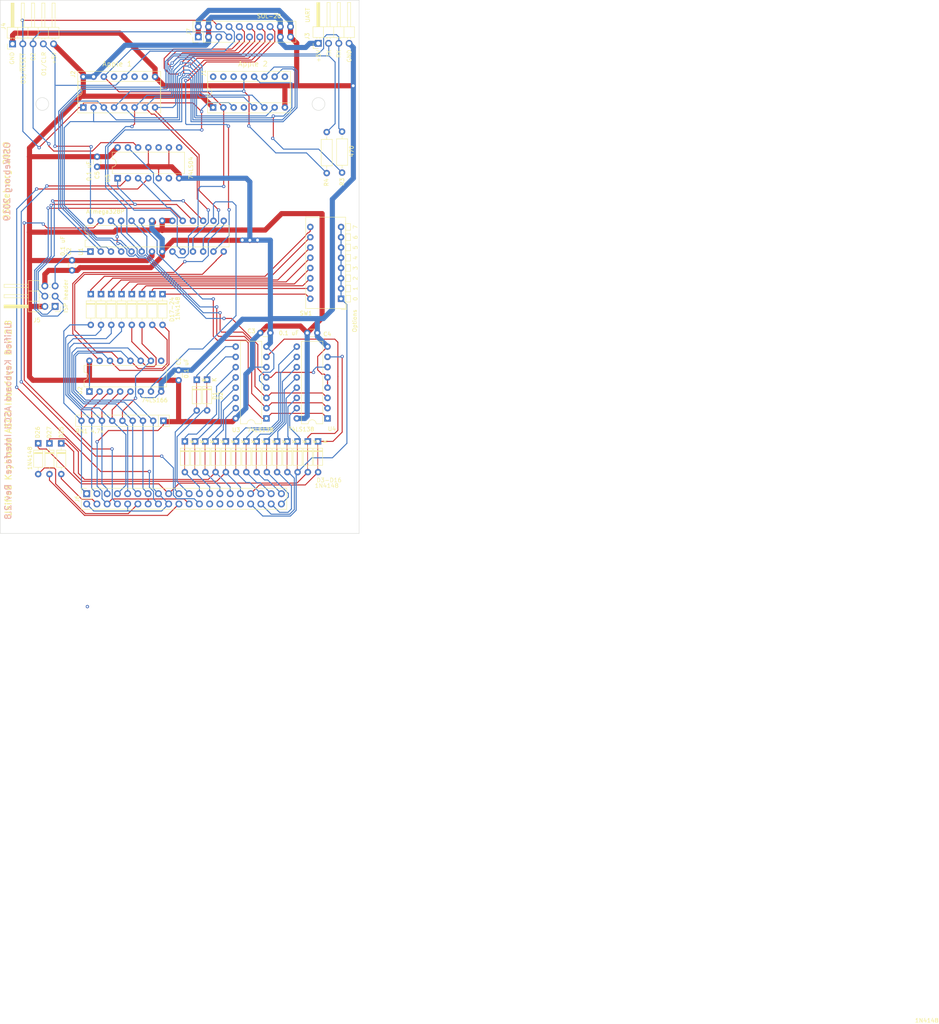
<source format=kicad_pcb>
(kicad_pcb (version 20171130) (host pcbnew "(5.1.6-0-10_14)")
  (title_block (title "Unified Retro Keyboard") (date 2020-06-22) (rev 2.8))
  (layers (0 F.Cu signal) (31 B.Cu signal) (34 B.Paste user) (35 F.Paste user) (36 B.SilkS user) (37 F.SilkS user) (38 B.Mask user) (39 F.Mask user) (44 Edge.Cuts user))
  (net 0 "")
  (net 1 GND)
  (net 2 +5V)
  (net 3 /Row3)
  (net 4 /Row0)
  (net 5 /Row1)
  (net 6 /Row4)
  (net 7 /Row5)
  (net 8 /Row7)
  (net 9 /D7)
  (net 10 /D1)
  (net 11 /D2)
  (net 12 /D3)
  (net 13 /D4)
  (net 14 /D5)
  (net 15 /D6)
  (net 16 /Col0)
  (net 17 /Col1)
  (net 18 /Col2)
  (net 19 /Col3)
  (net 20 /Col4)
  (net 21 /Col5)
  (net 22 /Col6)
  (net 23 /Col7)
  (net 24 /Row6)
  (net 25 /Row2)
  (net 26 /D0)
  (net 27 "Net-(U1-Pad25)")
  (net 28 "Net-(U1-Pad24)")
  (net 29 "Net-(U1-Pad23)")
  (net 30 /~STROBE)
  (net 31 "Net-(U1-Pad14)")
  (net 32 "Net-(U1-Pad26)")
  (net 33 "Net-(U1-Pad16)")
  (net 34 "Net-(U1-Pad15)")
  (net 35 /Row10)
  (net 36 /Row9)
  (net 37 /Row8)
  (net 38 /Row15)
  (net 39 /Row14)
  (net 40 /Row13)
  (net 41 /Row12)
  (net 42 /Row11)
  (net 43 /~RESET)
  (net 44 /Tx)
  (net 45 /Rx)
  (net 46 "Net-(D11-Pad1)")
  (net 47 "Net-(D12-Pad1)")
  (net 48 "Net-(D13-Pad1)")
  (net 49 "Net-(D14-Pad1)")
  (net 50 "Net-(D15-Pad1)")
  (net 51 "Net-(D16-Pad1)")
  (net 52 "Net-(D17-Pad1)")
  (net 53 "Net-(D18-Pad1)")
  (net 54 "Net-(D19-Pad1)")
  (net 55 "Net-(D20-Pad1)")
  (net 56 "Net-(D24-Pad1)")
  (net 57 "Net-(D3-Pad1)")
  (net 58 "Net-(D4-Pad1)")
  (net 59 "Net-(D5-Pad1)")
  (net 60 "Net-(D6-Pad1)")
  (net 61 "Net-(D7-Pad1)")
  (net 62 "Net-(D8-Pad1)")
  (net 63 "Net-(D9-Pad1)")
  (net 64 "Net-(D10-Pad1)")
  (net 65 "Net-(D1-Pad1)")
  (net 66 "Net-(D2-Pad1)")
  (net 67 "Net-(J1-Pad9)")
  (net 68 "Net-(J1-Pad4)")
  (net 69 "Net-(J1-Pad14)")
  (net 70 "Net-(J1-Pad15)")
  (net 71 "Net-(J1-Pad16)")
  (net 72 "Net-(J2-Pad10)")
  (net 73 "Net-(J2-Pad11)")
  (net 74 "Net-(J2-Pad13)")
  (net 75 "Net-(J6-Pad32)")
  (net 76 "Net-(J6-Pad30)")
  (net 77 "Net-(J6-Pad28)")
  (net 78 "Net-(J6-Pad26)")
  (net 79 "Net-(J6-Pad24)")
  (net 80 "Net-(J6-Pad16)")
  (net 81 "Net-(U2-Pad9)")
  (net 82 /LED1)
  (net 83 "Net-(U5-Pad6)")
  (net 84 "Net-(U5-Pad10)")
  (net 85 "Net-(U5-Pad8)")
  (net 86 /OUT1)
  (net 87 /OUT2)
  (net 88 /OUT3)
  (net 89 /MOSI-OUT2)
  (net 90 /SCK-LED2)
  (net 91 /MISO-LED3)
  (net 92 "Net-(D21-Pad1)")
  (net 93 "Net-(D22-Pad1)")
  (net 94 "Net-(D23-Pad1)")
  (net 95 "Net-(D25-Pad2)")
  (net 96 "Net-(D26-Pad2)")
  (net 97 "Net-(D27-Pad2)")
  (module unikbd:kbd_header_and_mounting_holes (layer F.Cu) (at 185.397 175.5918 90)
    (fp_text reference J6 (at 1.2954 -2.5078 90) (layer F.SilkS))
    (fp_text value Keyboard)
    (pad "" np_thru_hole circle (at 91.4924 50.4712 90) (size 3.175 3.175) (drill 3.175) (layers *.Cu *.Mask))
    (pad "" np_thru_hole circle (at 91.4924 -2.8688 90) (size 3.175 3.175) (drill 3.175) (layers *.Cu *.Mask))
    (pad "" np_thru_hole circle (at 1.2954 -8.8124 90) (size 3.175 3.175) (drill 3.175) (layers *.Cu *.Mask))
    (pad "" np_thru_hole circle (at 1.2954 54.5606 90) (size 3.175 3.175) (drill 3.175) (layers *.Cu *.Mask))
    (pad 40 thru_hole oval (at 0.0254 48.0822 90) (size 1.7 1.7) (drill 1) (layers *.Cu *.Mask) (net 42 /Row11))
    (pad 39 thru_hole oval (at 2.5654 48.0822 90) (size 1.7 1.7) (drill 1) (layers *.Cu *.Mask) (net 41 /Row12))
    (pad 38 thru_hole oval (at 0.0254 45.5422 90) (size 1.7 1.7) (drill 1) (layers *.Cu *.Mask) (net 35 /Row10))
    (pad 37 thru_hole oval (at 2.5654 45.5422 90) (size 1.7 1.7) (drill 1) (layers *.Cu *.Mask) (net 40 /Row13))
    (pad 36 thru_hole oval (at 0.0254 43.0022 90) (size 1.7 1.7) (drill 1) (layers *.Cu *.Mask) (net 36 /Row9))
    (pad 35 thru_hole oval (at 2.5654 43.0022 90) (size 1.7 1.7) (drill 1) (layers *.Cu *.Mask) (net 39 /Row14))
    (pad 34 thru_hole oval (at 0.0254 40.4622 90) (size 1.7 1.7) (drill 1) (layers *.Cu *.Mask) (net 37 /Row8))
    (pad 33 thru_hole oval (at 2.5654 40.4622 90) (size 1.7 1.7) (drill 1) (layers *.Cu *.Mask) (net 38 /Row15))
    (pad 32 thru_hole oval (at 0.0254 37.9222 90) (size 1.7 1.7) (drill 1) (layers *.Cu *.Mask) (net 75 "Net-(J6-Pad32)"))
    (pad 31 thru_hole oval (at 2.5654 37.9222 90) (size 1.7 1.7) (drill 1) (layers *.Cu *.Mask) (net 4 /Row0))
    (pad 30 thru_hole oval (at 0.0254 35.3822 90) (size 1.7 1.7) (drill 1) (layers *.Cu *.Mask) (net 76 "Net-(J6-Pad30)"))
    (pad 29 thru_hole oval (at 2.5654 35.3822 90) (size 1.7 1.7) (drill 1) (layers *.Cu *.Mask) (net 5 /Row1))
    (pad 28 thru_hole oval (at 0.0254 32.8422 90) (size 1.7 1.7) (drill 1) (layers *.Cu *.Mask) (net 77 "Net-(J6-Pad28)"))
    (pad 27 thru_hole oval (at 2.5654 32.8422 90) (size 1.7 1.7) (drill 1) (layers *.Cu *.Mask) (net 25 /Row2))
    (pad 26 thru_hole oval (at 0.0254 30.3022 90) (size 1.7 1.7) (drill 1) (layers *.Cu *.Mask) (net 78 "Net-(J6-Pad26)"))
    (pad 25 thru_hole oval (at 2.5654 30.3022 90) (size 1.7 1.7) (drill 1) (layers *.Cu *.Mask) (net 3 /Row3))
    (pad 24 thru_hole oval (at 0.0254 27.7622 90) (size 1.7 1.7) (drill 1) (layers *.Cu *.Mask) (net 79 "Net-(J6-Pad24)"))
    (pad 23 thru_hole oval (at 2.5654 27.7622 90) (size 1.7 1.7) (drill 1) (layers *.Cu *.Mask) (net 6 /Row4))
    (pad 22 thru_hole oval (at 0.0254 25.2222 90) (size 1.7 1.7) (drill 1) (layers *.Cu *.Mask) (net 2 +5V))
    (pad 21 thru_hole oval (at 2.5654 25.2222 90) (size 1.7 1.7) (drill 1) (layers *.Cu *.Mask) (net 7 /Row5))
    (pad 20 thru_hole oval (at 0.0254 22.6822 90) (size 1.7 1.7) (drill 1) (layers *.Cu *.Mask) (net 97 "Net-(D27-Pad2)"))
    (pad 19 thru_hole oval (at 2.5654 22.6822 90) (size 1.7 1.7) (drill 1) (layers *.Cu *.Mask) (net 24 /Row6))
    (pad 18 thru_hole oval (at 0.0254 20.1422 90) (size 1.7 1.7) (drill 1) (layers *.Cu *.Mask) (net 16 /Col0))
    (pad 17 thru_hole oval (at 2.5654 20.1422 90) (size 1.7 1.7) (drill 1) (layers *.Cu *.Mask) (net 8 /Row7))
    (pad 16 thru_hole oval (at 0.0254 17.6022 90) (size 1.7 1.7) (drill 1) (layers *.Cu *.Mask) (net 80 "Net-(J6-Pad16)"))
    (pad 15 thru_hole oval (at 2.5654 17.6022 90) (size 1.7 1.7) (drill 1) (layers *.Cu *.Mask) (net 16 /Col0))
    (pad 14 thru_hole oval (at 0.0254 15.0622 90) (size 1.7 1.7) (drill 1) (layers *.Cu *.Mask) (net 2 +5V))
    (pad 13 thru_hole oval (at 2.5654 15.0622 90) (size 1.7 1.7) (drill 1) (layers *.Cu *.Mask) (net 17 /Col1))
    (pad 12 thru_hole oval (at 0.0254 12.5222 90) (size 1.7 1.7) (drill 1) (layers *.Cu *.Mask) (net 96 "Net-(D26-Pad2)"))
    (pad 11 thru_hole oval (at 2.5654 12.5222 90) (size 1.7 1.7) (drill 1) (layers *.Cu *.Mask) (net 18 /Col2))
    (pad 10 thru_hole oval (at 0.0254 9.9822 90) (size 1.7 1.7) (drill 1) (layers *.Cu *.Mask) (net 16 /Col0))
    (pad 9 thru_hole oval (at 2.5654 9.9822 90) (size 1.7 1.7) (drill 1) (layers *.Cu *.Mask) (net 19 /Col3))
    (pad 8 thru_hole oval (at 0.0254 7.4422 90) (size 1.7 1.7) (drill 1) (layers *.Cu *.Mask) (net 82 /LED1))
    (pad 7 thru_hole oval (at 2.5654 7.4422 90) (size 1.7 1.7) (drill 1) (layers *.Cu *.Mask) (net 20 /Col4))
    (pad 6 thru_hole oval (at 0.0254 4.9022 90) (size 1.7 1.7) (drill 1) (layers *.Cu *.Mask) (net 2 +5V))
    (pad 5 thru_hole oval (at 2.5654 4.9022 90) (size 1.7 1.7) (drill 1) (layers *.Cu *.Mask) (net 21 /Col5))
    (pad 4 thru_hole oval (at 0.0254 2.3622 90) (size 1.7 1.7) (drill 1) (layers *.Cu *.Mask) (net 95 "Net-(D25-Pad2)"))
    (pad 3 thru_hole oval (at 2.5654 2.3622 90) (size 1.7 1.7) (drill 1) (layers *.Cu *.Mask) (net 22 /Col6))
    (pad 2 thru_hole oval (at 0.0254 -0.1778 90) (size 1.7 1.7) (drill 1) (layers *.Cu *.Mask) (net 16 /Col0))
    (pad 1 thru_hole rect (at 2.5654 -0.1778 90) (size 1.7 1.7) (drill 1) (layers *.Cu *.Mask) (net 23 /Col7))
  )
  (module unikbd:D_DO-35_SOD27_P7.62mm_Horizontal_bypassed (layer F.Cu) (at 209.55 160.0724 270)
    (fp_text reference D11 hide)
    (fp_text value 1N4148)
    (fp_poly (pts (xy 7.239 0.127) (xy 0.381 0.127) (xy 0.381 0) (xy 7.239 0)) (layer F.Cu) (width 0.0508))
    (fp_text user K (at 0 -1.8 90) (layer F.SilkS))
    (fp_text user K (at 0 -1.8 90) (layer F.SilkS))
    (pad 1 thru_hole rect (at 0 0 270) (size 1.6 1.6) (drill 0.8) (layers *.Cu *.Mask) (net 46 "Net-(D11-Pad1)"))
    (pad 2 thru_hole oval (at 7.62 0 270) (size 1.6 1.6) (drill 0.8) (layers *.Cu *.Mask) (net 6 /Row4))
  )
  (module unikbd:D_DO-35_SOD27_P7.62mm_Horizontal_bypassed (layer F.Cu) (at 222.25 160.0724 270)
    (fp_text reference D16 hide)
    (fp_text value 1N4148 hide)
    (fp_poly (pts (xy 7.239 0.127) (xy 0.381 0.127) (xy 0.381 0) (xy 7.239 0)) (layer F.Cu) (width 0.0508))
    (fp_text user K (at 0 -1.8 90) (layer F.SilkS))
    (fp_text user K (at 0 -1.8 90) (layer F.SilkS))
    (pad 1 thru_hole rect (at 0 0 270) (size 1.6 1.6) (drill 0.8) (layers *.Cu *.Mask) (net 51 "Net-(D16-Pad1)"))
    (pad 2 thru_hole oval (at 7.62 0 270) (size 1.6 1.6) (drill 0.8) (layers *.Cu *.Mask) (net 39 /Row14))
  )
  (module unikbd:D_DO-35_SOD27_P7.62mm_Horizontal_bypassed (layer F.Cu) (at 227.33 160.0724 270)
    (fp_text reference D15 hide)
    (fp_text value 1N4148)
    (fp_poly (pts (xy 7.239 0.127) (xy 0.381 0.127) (xy 0.381 0) (xy 7.239 0)) (layer F.Cu) (width 0.0508))
    (fp_text user K (at 0 -1.8 90) (layer F.SilkS))
    (fp_text user K (at 0 -1.8 90) (layer F.SilkS))
    (pad 1 thru_hole rect (at 0 0 270) (size 1.6 1.6) (drill 0.8) (layers *.Cu *.Mask) (net 50 "Net-(D15-Pad1)"))
    (pad 2 thru_hole oval (at 7.62 0 270) (size 1.6 1.6) (drill 0.8) (layers *.Cu *.Mask) (net 41 /Row12))
  )
  (module unikbd:D_DO-35_SOD27_P7.62mm_Horizontal_bypassed (layer F.Cu) (at 232.41 160.0724 270)
    (fp_text reference D14 hide)
    (fp_text value 1N4148)
    (fp_poly (pts (xy 7.239 0.127) (xy 0.381 0.127) (xy 0.381 0) (xy 7.239 0)) (layer F.Cu) (width 0.0508))
    (fp_text user K (at 0 -1.8 90) (layer F.SilkS))
    (fp_text user K (at 0 -1.8 90) (layer F.SilkS))
    (pad 1 thru_hole rect (at 0 0 270) (size 1.6 1.6) (drill 0.8) (layers *.Cu *.Mask) (net 49 "Net-(D14-Pad1)"))
    (pad 2 thru_hole oval (at 7.62 0 270) (size 1.6 1.6) (drill 0.8) (layers *.Cu *.Mask) (net 35 /Row10))
  )
  (module unikbd:D_DO-35_SOD27_P7.62mm_Horizontal_bypassed (layer F.Cu) (at 237.49 160.0724 270)
    (fp_text reference D13 hide)
    (fp_text value 1N4148)
    (fp_poly (pts (xy 7.239 0.127) (xy 0.381 0.127) (xy 0.381 0) (xy 7.239 0)) (layer F.Cu) (width 0.0508))
    (fp_text user K (at 0 -1.8 90) (layer F.SilkS))
    (fp_text user K (at 0 -1.8 90) (layer F.SilkS))
    (pad 1 thru_hole rect (at 0 0 270) (size 1.6 1.6) (drill 0.8) (layers *.Cu *.Mask) (net 48 "Net-(D13-Pad1)"))
    (pad 2 thru_hole oval (at 7.62 0 270) (size 1.6 1.6) (drill 0.8) (layers *.Cu *.Mask) (net 37 /Row8))
  )
  (module unikbd:D_DO-35_SOD27_P7.62mm_Horizontal_bypassed (layer F.Cu) (at 242.57 160.0724 270)
    (fp_text reference D8 hide)
    (fp_text value 1N4148 hide)
    (fp_poly (pts (xy 7.239 0.127) (xy 0.381 0.127) (xy 0.381 0) (xy 7.239 0)) (layer F.Cu) (width 0.0508))
    (fp_text user K (at 0 -1.8 90) (layer F.SilkS))
    (fp_text user K (at 0 -1.8 90) (layer F.SilkS))
    (pad 1 thru_hole rect (at 0 0 270) (size 1.6 1.6) (drill 0.8) (layers *.Cu *.Mask) (net 62 "Net-(D8-Pad1)"))
    (pad 2 thru_hole oval (at 7.62 0 270) (size 1.6 1.6) (drill 0.8) (layers *.Cu *.Mask) (net 38 /Row15))
  )
  (module unikbd:D_DO-35_SOD27_P7.62mm_Horizontal_bypassed (layer F.Cu) (at 224.79 160.0724 270)
    (fp_text reference D7 hide)
    (fp_text value 1N4148)
    (fp_poly (pts (xy 7.239 0.127) (xy 0.381 0.127) (xy 0.381 0) (xy 7.239 0)) (layer F.Cu) (width 0.0508))
    (fp_text user K (at 0 -1.8 90) (layer F.SilkS))
    (fp_text user K (at 0 -1.8 90) (layer F.SilkS))
    (pad 1 thru_hole rect (at 0 0 270) (size 1.6 1.6) (drill 0.8) (layers *.Cu *.Mask) (net 61 "Net-(D7-Pad1)"))
    (pad 2 thru_hole oval (at 7.62 0 270) (size 1.6 1.6) (drill 0.8) (layers *.Cu *.Mask) (net 40 /Row13))
  )
  (module unikbd:D_DO-35_SOD27_P7.62mm_Horizontal_bypassed (layer F.Cu) (at 229.87 160.0724 270)
    (fp_text reference D6 hide)
    (fp_text value 1N4148)
    (fp_poly (pts (xy 7.239 0.127) (xy 0.381 0.127) (xy 0.381 0) (xy 7.239 0)) (layer F.Cu) (width 0.0508))
    (fp_text user K (at 0 -1.8 90) (layer F.SilkS))
    (fp_text user K (at 0 -1.8 90) (layer F.SilkS))
    (pad 1 thru_hole rect (at 0 0 270) (size 1.6 1.6) (drill 0.8) (layers *.Cu *.Mask) (net 60 "Net-(D6-Pad1)"))
    (pad 2 thru_hole oval (at 7.62 0 270) (size 1.6 1.6) (drill 0.8) (layers *.Cu *.Mask) (net 42 /Row11))
  )
  (module unikbd:D_DO-35_SOD27_P7.62mm_Horizontal_bypassed (layer F.Cu) (at 234.95 160.0724 270)
    (fp_text reference D5 hide)
    (fp_text value 1N4148)
    (fp_poly (pts (xy 7.239 0.127) (xy 0.381 0.127) (xy 0.381 0) (xy 7.239 0)) (layer F.Cu) (width 0.0508))
    (fp_text user K (at 0 -1.8 90) (layer F.SilkS))
    (fp_text user K (at 0 -1.8 90) (layer F.SilkS))
    (pad 1 thru_hole rect (at 0 0 270) (size 1.6 1.6) (drill 0.8) (layers *.Cu *.Mask) (net 59 "Net-(D5-Pad1)"))
    (pad 2 thru_hole oval (at 7.62 0 270) (size 1.6 1.6) (drill 0.8) (layers *.Cu *.Mask) (net 36 /Row9))
  )
  (module unikbd:D_DO-35_SOD27_P7.62mm_Horizontal_bypassed (layer F.Cu) (at 212.4988 144.807 270)
    (fp_text reference D1 (at 3.9878 -4.4958 90) (layer F.SilkS))
    (fp_text value 1N4148)
    (fp_poly (pts (xy 7.239 0.127) (xy 0.381 0.127) (xy 0.381 0) (xy 7.239 0)) (layer F.Cu) (width 0.0508))
    (fp_text user K (at 0 -1.8 90) (layer F.SilkS))
    (fp_text user K (at 0 -1.8 90) (layer F.SilkS))
    (pad 1 thru_hole rect (at 0 0 270) (size 1.6 1.6) (drill 0.8) (layers *.Cu *.Mask) (net 65 "Net-(D1-Pad1)"))
    (pad 2 thru_hole oval (at 7.62 0 270) (size 1.6 1.6) (drill 0.8) (layers *.Cu *.Mask) (net 24 /Row6))
  )
  (module unikbd:D_DO-35_SOD27_P7.62mm_Horizontal_bypassed (layer F.Cu) (at 214.63 160.0724 270)
    (fp_text reference D10 hide)
    (fp_text value 1N4148)
    (fp_poly (pts (xy 7.239 0.127) (xy 0.381 0.127) (xy 0.381 0) (xy 7.239 0)) (layer F.Cu) (width 0.0508))
    (fp_text user K (at 0 -1.8 90) (layer F.SilkS))
    (fp_text user K (at 0 -1.8 90) (layer F.SilkS))
    (pad 1 thru_hole rect (at 0 0 270) (size 1.6 1.6) (drill 0.8) (layers *.Cu *.Mask) (net 64 "Net-(D10-Pad1)"))
    (pad 2 thru_hole oval (at 7.62 0 270) (size 1.6 1.6) (drill 0.8) (layers *.Cu *.Mask) (net 25 /Row2))
  )
  (module unikbd:D_DO-35_SOD27_P7.62mm_Horizontal_bypassed (layer F.Cu) (at 219.71 160.0724 270)
    (fp_text reference D9 hide)
    (fp_text value 1N4148)
    (fp_poly (pts (xy 7.239 0.127) (xy 0.381 0.127) (xy 0.381 0) (xy 7.239 0)) (layer F.Cu) (width 0.0508))
    (fp_text user K (at 0 -1.8 90) (layer F.SilkS))
    (fp_text user K (at 0 -1.8 90) (layer F.SilkS))
    (pad 1 thru_hole rect (at 0 0 270) (size 1.6 1.6) (drill 0.8) (layers *.Cu *.Mask) (net 63 "Net-(D9-Pad1)"))
    (pad 2 thru_hole oval (at 7.62 0 270) (size 1.6 1.6) (drill 0.8) (layers *.Cu *.Mask) (net 4 /Row0))
  )
  (module unikbd:D_DO-35_SOD27_P7.62mm_Horizontal_bypassed (layer F.Cu) (at 240.03 160.0724 270)
    (fp_text reference D4 hide)
    (fp_text value 1N4148)
    (fp_poly (pts (xy 7.239 0.127) (xy 0.381 0.127) (xy 0.381 0) (xy 7.239 0)) (layer F.Cu) (width 0.0508))
    (fp_text user K (at 0 -1.8 90) (layer F.SilkS))
    (fp_text user K (at 0 -1.8 90) (layer F.SilkS))
    (pad 1 thru_hole rect (at 0 0 270) (size 1.6 1.6) (drill 0.8) (layers *.Cu *.Mask) (net 58 "Net-(D4-Pad1)"))
    (pad 2 thru_hole oval (at 7.62 0 270) (size 1.6 1.6) (drill 0.8) (layers *.Cu *.Mask) (net 8 /Row7))
  )
  (module unikbd:D_DO-35_SOD27_P7.62mm_Horizontal_bypassed (layer F.Cu) (at 215.0642 144.7816 270)
    (fp_text reference D2 (at 4.0132 -3.3528 90) (layer F.SilkS))
    (fp_text value 1N4148)
    (fp_poly (pts (xy 7.239 0.127) (xy 0.381 0.127) (xy 0.381 0) (xy 7.239 0)) (layer F.Cu) (width 0.0508))
    (fp_text user K (at 0 -1.8 90) (layer F.SilkS))
    (fp_text user K (at 0 -1.8 90) (layer F.SilkS))
    (pad 1 thru_hole rect (at 0 0 270) (size 1.6 1.6) (drill 0.8) (layers *.Cu *.Mask) (net 66 "Net-(D2-Pad1)"))
    (pad 2 thru_hole oval (at 7.62 0 270) (size 1.6 1.6) (drill 0.8) (layers *.Cu *.Mask) (net 7 /Row5))
  )
  (module unikbd:D_DO-35_SOD27_P7.62mm_Horizontal_bypassed (layer F.Cu) (at 212.09 160.0724 270)
    (fp_text reference D3 hide)
    (fp_text value 1N4148)
    (fp_poly (pts (xy 7.239 0.127) (xy 0.381 0.127) (xy 0.381 0) (xy 7.239 0)) (layer F.Cu) (width 0.0508))
    (fp_text user K (at 0 -1.8 90) (layer F.SilkS))
    (fp_text user K (at 0 -1.8 90) (layer F.SilkS))
    (pad 1 thru_hole rect (at 0 0 270) (size 1.6 1.6) (drill 0.8) (layers *.Cu *.Mask) (net 57 "Net-(D3-Pad1)"))
    (pad 2 thru_hole oval (at 7.62 0 270) (size 1.6 1.6) (drill 0.8) (layers *.Cu *.Mask) (net 3 /Row3))
  )
  (module unikbd:D_DO-35_SOD27_P7.62mm_Horizontal_bypassed (layer F.Cu) (at 217.17 160.0724 270)
    (fp_text reference D12 hide)
    (fp_text value 1N4148)
    (fp_poly (pts (xy 7.239 0.127) (xy 0.381 0.127) (xy 0.381 0) (xy 7.239 0)) (layer F.Cu) (width 0.0508))
    (fp_text user K (at 0 -1.8 90) (layer F.SilkS))
    (fp_text user K (at 0 -1.8 90) (layer F.SilkS))
    (pad 1 thru_hole rect (at 0 0 270) (size 1.6 1.6) (drill 0.8) (layers *.Cu *.Mask) (net 47 "Net-(D12-Pad1)"))
    (pad 2 thru_hole oval (at 7.62 0 270) (size 1.6 1.6) (drill 0.8) (layers *.Cu *.Mask) (net 5 /Row1))
  )
  (module unikbd:SOL20-header-vertical (layer F.Cu) (at 212.8798 59.8948 90)
    (fp_text reference J7 (at 1.27 -2.33 90) (layer F.SilkS))
    (fp_text value SOL-20 (at 5.1308 17.5514 180) (layer F.SilkS))
    (pad 20 thru_hole oval (at 2.54 22.86 90) (size 1.7 1.7) (drill 1) (layers *.Cu *.Mask) (net 1 GND))
    (pad 10 thru_hole oval (at 0 22.86 90) (size 1.7 1.7) (drill 1) (layers *.Cu *.Mask) (net 1 GND))
    (pad 19 thru_hole oval (at 2.54 20.32 90) (size 1.7 1.7) (drill 1) (layers *.Cu *.Mask) (net 2 +5V))
    (pad 9 thru_hole oval (at 0 20.32 90) (size 1.7 1.7) (drill 1) (layers *.Cu *.Mask) (net 2 +5V))
    (pad 18 thru_hole oval (at 2.54 17.78 90) (size 1.7 1.7) (drill 1) (layers *.Cu *.Mask) (net 9 /D7))
    (pad 8 thru_hole oval (at 0 17.78 90) (size 1.7 1.7) (drill 1) (layers *.Cu *.Mask) (net 12 /D3))
    (pad 17 thru_hole oval (at 2.54 15.24 90) (size 1.7 1.7) (drill 1) (layers *.Cu *.Mask) (net 15 /D6))
    (pad 7 thru_hole oval (at 0 15.24 90) (size 1.7 1.7) (drill 1) (layers *.Cu *.Mask) (net 11 /D2))
    (pad 16 thru_hole oval (at 2.54 12.7 90) (size 1.7 1.7) (drill 1) (layers *.Cu *.Mask) (net 14 /D5))
    (pad 6 thru_hole oval (at 0 12.7 90) (size 1.7 1.7) (drill 1) (layers *.Cu *.Mask) (net 10 /D1))
    (pad 15 thru_hole oval (at 2.54 10.16 90) (size 1.7 1.7) (drill 1) (layers *.Cu *.Mask) (net 13 /D4))
    (pad 5 thru_hole oval (at 0 10.16 90) (size 1.7 1.7) (drill 1) (layers *.Cu *.Mask) (net 26 /D0))
    (pad 14 thru_hole oval (at 2.54 7.62 90) (size 1.7 1.7) (drill 1) (layers *.Cu *.Mask) (net 86 /OUT1))
    (pad 4 thru_hole oval (at 0 7.62 90) (size 1.7 1.7) (drill 1) (layers *.Cu *.Mask) (net 87 /OUT2))
    (pad 13 thru_hole oval (at 2.54 5.08 90) (size 1.7 1.7) (drill 1) (layers *.Cu *.Mask) (net 88 /OUT3))
    (pad 3 thru_hole oval (at 0 5.08 90) (size 1.7 1.7) (drill 1) (layers *.Cu *.Mask) (net 30 /~STROBE))
    (pad 12 thru_hole oval (at 2.54 2.54 90) (size 1.7 1.7) (drill 1) (layers *.Cu *.Mask) (net 2 +5V))
    (pad 2 thru_hole oval (at 0 2.54 90) (size 1.7 1.7) (drill 1) (layers *.Cu *.Mask) (net 2 +5V))
    (pad 11 thru_hole oval (at 2.54 0 90) (size 1.7 1.7) (drill 1) (layers *.Cu *.Mask) (net 1 GND))
    (pad 1 thru_hole rect (at 0 0 90) (size 1.7 1.7) (drill 1) (layers *.Cu *.Mask) (net 1 GND))
  )
  (module Package_DIP:DIP-16_W7.62mm (layer F.Cu) (at 185.905 147.728 90)
    (fp_text reference U2 (at 0.254 -2.33 90) (layer F.SilkS))
    (fp_text value 74LS166 (at -2.159 16.129) (layer F.SilkS))
    (pad 16 thru_hole oval (at 7.62 0 90) (size 1.6 1.6) (drill 0.8) (layers *.Cu *.Mask) (net 2 +5V))
    (pad 8 thru_hole oval (at 0 17.78 90) (size 1.6 1.6) (drill 0.8) (layers *.Cu *.Mask) (net 1 GND))
    (pad 15 thru_hole oval (at 7.62 2.54 90) (size 1.6 1.6) (drill 0.8) (layers *.Cu *.Mask) (net 34 "Net-(U1-Pad15)"))
    (pad 7 thru_hole oval (at 0 15.24 90) (size 1.6 1.6) (drill 0.8) (layers *.Cu *.Mask) (net 33 "Net-(U1-Pad16)"))
    (pad 14 thru_hole oval (at 7.62 5.08 90) (size 1.6 1.6) (drill 0.8) (layers *.Cu *.Mask) (net 16 /Col0))
    (pad 6 thru_hole oval (at 0 12.7 90) (size 1.6 1.6) (drill 0.8) (layers *.Cu *.Mask) (net 1 GND))
    (pad 13 thru_hole oval (at 7.62 7.62 90) (size 1.6 1.6) (drill 0.8) (layers *.Cu *.Mask) (net 31 "Net-(U1-Pad14)"))
    (pad 5 thru_hole oval (at 0 10.16 90) (size 1.6 1.6) (drill 0.8) (layers *.Cu *.Mask) (net 20 /Col4))
    (pad 12 thru_hole oval (at 7.62 10.16 90) (size 1.6 1.6) (drill 0.8) (layers *.Cu *.Mask) (net 17 /Col1))
    (pad 4 thru_hole oval (at 0 7.62 90) (size 1.6 1.6) (drill 0.8) (layers *.Cu *.Mask) (net 21 /Col5))
    (pad 11 thru_hole oval (at 7.62 12.7 90) (size 1.6 1.6) (drill 0.8) (layers *.Cu *.Mask) (net 18 /Col2))
    (pad 3 thru_hole oval (at 0 5.08 90) (size 1.6 1.6) (drill 0.8) (layers *.Cu *.Mask) (net 22 /Col6))
    (pad 10 thru_hole oval (at 7.62 15.24 90) (size 1.6 1.6) (drill 0.8) (layers *.Cu *.Mask) (net 19 /Col3))
    (pad 2 thru_hole oval (at 0 2.54 90) (size 1.6 1.6) (drill 0.8) (layers *.Cu *.Mask) (net 23 /Col7))
    (pad 9 thru_hole oval (at 7.62 17.78 90) (size 1.6 1.6) (drill 0.8) (layers *.Cu *.Mask) (net 81 "Net-(U2-Pad9)"))
    (pad 1 thru_hole rect (at 0 0 90) (size 1.6 1.6) (drill 0.8) (layers *.Cu *.Mask) (net 2 +5V))
  )
  (module Package_DIP:DIP-14_W7.62mm (layer F.Cu) (at 192.89 94.896 90)
    (fp_text reference U5 (at 0 -2.413 90) (layer F.SilkS))
    (fp_text value 74LS04 (at 2.54 18.161 90) (layer F.SilkS))
    (pad 14 thru_hole oval (at 7.62 0 90) (size 1.6 1.6) (drill 0.8) (layers *.Cu *.Mask) (net 2 +5V))
    (pad 7 thru_hole oval (at 0 15.24 90) (size 1.6 1.6) (drill 0.8) (layers *.Cu *.Mask) (net 1 GND))
    (pad 13 thru_hole oval (at 7.62 2.54 90) (size 1.6 1.6) (drill 0.8) (layers *.Cu *.Mask) (net 89 /MOSI-OUT2))
    (pad 6 thru_hole oval (at 0 12.7 90) (size 1.6 1.6) (drill 0.8) (layers *.Cu *.Mask) (net 83 "Net-(U5-Pad6)"))
    (pad 12 thru_hole oval (at 7.62 5.08 90) (size 1.6 1.6) (drill 0.8) (layers *.Cu *.Mask) (net 87 /OUT2))
    (pad 5 thru_hole oval (at 0 10.16 90) (size 1.6 1.6) (drill 0.8) (layers *.Cu *.Mask) (net 1 GND))
    (pad 11 thru_hole oval (at 7.62 7.62 90) (size 1.6 1.6) (drill 0.8) (layers *.Cu *.Mask) (net 1 GND))
    (pad 4 thru_hole oval (at 0 7.62 90) (size 1.6 1.6) (drill 0.8) (layers *.Cu *.Mask) (net 80 "Net-(J6-Pad16)"))
    (pad 10 thru_hole oval (at 7.62 10.16 90) (size 1.6 1.6) (drill 0.8) (layers *.Cu *.Mask) (net 84 "Net-(U5-Pad10)"))
    (pad 3 thru_hole oval (at 0 5.08 90) (size 1.6 1.6) (drill 0.8) (layers *.Cu *.Mask) (net 90 /SCK-LED2))
    (pad 9 thru_hole oval (at 7.62 12.7 90) (size 1.6 1.6) (drill 0.8) (layers *.Cu *.Mask) (net 1 GND))
    (pad 2 thru_hole oval (at 0 2.54 90) (size 1.6 1.6) (drill 0.8) (layers *.Cu *.Mask) (net 79 "Net-(J6-Pad24)"))
    (pad 8 thru_hole oval (at 7.62 15.24 90) (size 1.6 1.6) (drill 0.8) (layers *.Cu *.Mask) (net 85 "Net-(U5-Pad8)"))
    (pad 1 thru_hole rect (at 0 0 90) (size 1.6 1.6) (drill 0.8) (layers *.Cu *.Mask) (net 91 /MISO-LED3))
  )
  (module Connector_PinHeader_2.54mm:PinHeader_1x05_P2.54mm_Horizontal (layer F.Cu) (at 166.855 61.622 90)
    (fp_text reference J4 (at 4.385 -2.27 90) (layer F.SilkS))
    (fp_text value Conn_01x05)
    (pad 5 thru_hole oval (at 0 10.16 90) (size 1.7 1.7) (drill 1) (layers *.Cu *.Mask) (net 2 +5V))
    (pad 4 thru_hole oval (at 0 7.62 90) (size 1.7 1.7) (drill 1) (layers *.Cu *.Mask) (net 86 /OUT1))
    (pad 3 thru_hole oval (at 0 5.08 90) (size 1.7 1.7) (drill 1) (layers *.Cu *.Mask) (net 87 /OUT2))
    (pad 2 thru_hole oval (at 0 2.54 90) (size 1.7 1.7) (drill 1) (layers *.Cu *.Mask) (net 88 /OUT3))
    (pad 1 thru_hole rect (at 0 0 90) (size 1.7 1.7) (drill 1) (layers *.Cu *.Mask) (net 1 GND))
  )
  (module Resistor_THT:R_Axial_DIN0207_L6.3mm_D2.5mm_P10.16mm_Horizontal (layer F.Cu) (at 244.706 93.626 90)
    (fp_text reference R4 (at -2.286 -0.0762 90) (layer F.SilkS))
    (fp_text value 470 hide)
    (pad 2 thru_hole oval (at 10.16 0 90) (size 1.6 1.6) (drill 0.8) (layers *.Cu *.Mask) (net 44 /Tx))
    (pad 1 thru_hole circle (at 0 0 90) (size 1.6 1.6) (drill 0.8) (layers *.Cu *.Mask) (net 10 /D1))
  )
  (module Capacitor_THT:C_Disc_D3.0mm_W1.6mm_P2.50mm (layer F.Cu) (at 187.81 89.562 270)
    (fp_text reference C5 (at 4.572 0 90) (layer F.SilkS))
    (fp_text value "0.1 uF" (at 3.556 2.05 90) (layer F.SilkS))
    (pad 2 thru_hole circle (at 2.5 0 270) (size 1.6 1.6) (drill 0.8) (layers *.Cu *.Mask) (net 1 GND))
    (pad 1 thru_hole circle (at 0 0 270) (size 1.6 1.6) (drill 0.8) (layers *.Cu *.Mask) (net 2 +5V))
  )
  (module Diode_THT:D_DO-35_SOD27_P7.62mm_Horizontal (layer F.Cu) (at 175.999 160.555 270)
    (fp_text reference D27 (at -2.7305 0.0762 90) (layer F.SilkS))
    (fp_text value 1N4148)
    (pad 2 thru_hole oval (at 7.62 0 270) (size 1.6 1.6) (drill 0.8) (layers *.Cu *.Mask) (net 97 "Net-(D27-Pad2)"))
    (pad 1 thru_hole rect (at 0 0 270) (size 1.6 1.6) (drill 0.8) (layers *.Cu *.Mask) (net 5 /Row1))
  )
  (module Connector_PinHeader_2.54mm:PinHeader_1x04_P2.54mm_Horizontal (layer F.Cu) (at 242.62828 61.47976 90)
    (fp_text reference J3 (at 1.76276 -2.74828 90) (layer F.SilkS))
    (fp_text value UART (at 6.96976 -2.62128 90) (layer F.SilkS))
    (pad 4 thru_hole oval (at 0 7.62 90) (size 1.7 1.7) (drill 1) (layers *.Cu *.Mask) (net 1 GND))
    (pad 3 thru_hole oval (at 0 5.08 90) (size 1.7 1.7) (drill 1) (layers *.Cu *.Mask) (net 45 /Rx))
    (pad 2 thru_hole oval (at 0 2.54 90) (size 1.7 1.7) (drill 1) (layers *.Cu *.Mask) (net 44 /Tx))
    (pad 1 thru_hole rect (at 0 0 90) (size 1.7 1.7) (drill 1) (layers *.Cu *.Mask) (net 2 +5V))
  )
  (module Button_Switch_THT:SW_DIP_SPSTx08_Piano_CTS_Series194-8MSTN_W7.62mm_P2.54mm (layer F.Cu) (at 248.262 124.741 180)
    (fp_text reference SW1 (at 8.7122 -3.6068) (layer F.SilkS))
    (fp_text value Options (at -3.3782 -5.4864 90) (layer F.SilkS))
    (pad 16 thru_hole oval (at 7.62 0 180) (size 1.6 1.6) (drill 0.8) (layers *.Cu *.Mask) (net 52 "Net-(D17-Pad1)"))
    (pad 8 thru_hole oval (at 0 17.78 180) (size 1.6 1.6) (drill 0.8) (layers *.Cu *.Mask) (net 37 /Row8))
    (pad 15 thru_hole oval (at 7.62 2.54 180) (size 1.6 1.6) (drill 0.8) (layers *.Cu *.Mask) (net 92 "Net-(D21-Pad1)"))
    (pad 7 thru_hole oval (at 0 15.24 180) (size 1.6 1.6) (drill 0.8) (layers *.Cu *.Mask) (net 37 /Row8))
    (pad 14 thru_hole oval (at 7.62 5.08 180) (size 1.6 1.6) (drill 0.8) (layers *.Cu *.Mask) (net 53 "Net-(D18-Pad1)"))
    (pad 6 thru_hole oval (at 0 12.7 180) (size 1.6 1.6) (drill 0.8) (layers *.Cu *.Mask) (net 37 /Row8))
    (pad 13 thru_hole oval (at 7.62 7.62 180) (size 1.6 1.6) (drill 0.8) (layers *.Cu *.Mask) (net 93 "Net-(D22-Pad1)"))
    (pad 5 thru_hole oval (at 0 10.16 180) (size 1.6 1.6) (drill 0.8) (layers *.Cu *.Mask) (net 37 /Row8))
    (pad 12 thru_hole oval (at 7.62 10.16 180) (size 1.6 1.6) (drill 0.8) (layers *.Cu *.Mask) (net 54 "Net-(D19-Pad1)"))
    (pad 4 thru_hole oval (at 0 7.62 180) (size 1.6 1.6) (drill 0.8) (layers *.Cu *.Mask) (net 37 /Row8))
    (pad 11 thru_hole oval (at 7.62 12.7 180) (size 1.6 1.6) (drill 0.8) (layers *.Cu *.Mask) (net 94 "Net-(D23-Pad1)"))
    (pad 3 thru_hole oval (at 0 5.08 180) (size 1.6 1.6) (drill 0.8) (layers *.Cu *.Mask) (net 37 /Row8))
    (pad 10 thru_hole oval (at 7.62 15.24 180) (size 1.6 1.6) (drill 0.8) (layers *.Cu *.Mask) (net 55 "Net-(D20-Pad1)"))
    (pad 2 thru_hole oval (at 0 2.54 180) (size 1.6 1.6) (drill 0.8) (layers *.Cu *.Mask) (net 37 /Row8))
    (pad 9 thru_hole oval (at 7.62 17.78 180) (size 1.6 1.6) (drill 0.8) (layers *.Cu *.Mask) (net 56 "Net-(D24-Pad1)"))
    (pad 1 thru_hole rect (at 0 0 180) (size 1.6 1.6) (drill 0.8) (layers *.Cu *.Mask) (net 37 /Row8))
  )
  (module Diode_THT:D_DO-35_SOD27_P7.62mm_Horizontal (layer F.Cu) (at 186.2352 123.598 270)
    (fp_text reference D24 hide)
    (fp_text value 1N4148 hide)
    (pad 2 thru_hole oval (at 7.62 0 270) (size 1.6 1.6) (drill 0.8) (layers *.Cu *.Mask) (net 23 /Col7))
    (pad 1 thru_hole rect (at 0 0 270) (size 1.6 1.6) (drill 0.8) (layers *.Cu *.Mask) (net 56 "Net-(D24-Pad1)"))
  )
  (module Diode_THT:D_DO-35_SOD27_P7.62mm_Horizontal (layer F.Cu) (at 191.3152 123.598 270)
    (fp_text reference D23)
    (fp_text value 1N4148 hide)
    (pad 2 thru_hole oval (at 7.62 0 270) (size 1.6 1.6) (drill 0.8) (layers *.Cu *.Mask) (net 21 /Col5))
    (pad 1 thru_hole rect (at 0 0 270) (size 1.6 1.6) (drill 0.8) (layers *.Cu *.Mask) (net 94 "Net-(D23-Pad1)"))
  )
  (module Diode_THT:D_DO-35_SOD27_P7.62mm_Horizontal (layer F.Cu) (at 196.3952 123.598 270)
    (fp_text reference D22 hide)
    (fp_text value 1N4148 hide)
    (pad 2 thru_hole oval (at 7.62 0 270) (size 1.6 1.6) (drill 0.8) (layers *.Cu *.Mask) (net 19 /Col3))
    (pad 1 thru_hole rect (at 0 0 270) (size 1.6 1.6) (drill 0.8) (layers *.Cu *.Mask) (net 93 "Net-(D22-Pad1)"))
  )
  (module Diode_THT:D_DO-35_SOD27_P7.62mm_Horizontal (layer F.Cu) (at 201.4752 123.598 270)
    (fp_text reference D21 hide)
    (fp_text value 1N4148 hide)
    (pad 2 thru_hole oval (at 7.62 0 270) (size 1.6 1.6) (drill 0.8) (layers *.Cu *.Mask) (net 17 /Col1))
    (pad 1 thru_hole rect (at 0 0 270) (size 1.6 1.6) (drill 0.8) (layers *.Cu *.Mask) (net 92 "Net-(D21-Pad1)"))
  )
  (module Diode_THT:D_DO-35_SOD27_P7.62mm_Horizontal (layer F.Cu) (at 188.7752 123.598 270)
    (fp_text reference D20 hide)
    (fp_text value 1N4148 hide)
    (pad 2 thru_hole oval (at 7.62 0 270) (size 1.6 1.6) (drill 0.8) (layers *.Cu *.Mask) (net 22 /Col6))
    (pad 1 thru_hole rect (at 0 0 270) (size 1.6 1.6) (drill 0.8) (layers *.Cu *.Mask) (net 55 "Net-(D20-Pad1)"))
  )
  (module Diode_THT:D_DO-35_SOD27_P7.62mm_Horizontal (layer F.Cu) (at 193.8552 123.598 270)
    (fp_text reference D19 hide)
    (fp_text value 1N4148 hide)
    (pad 2 thru_hole oval (at 7.62 0 270) (size 1.6 1.6) (drill 0.8) (layers *.Cu *.Mask) (net 20 /Col4))
    (pad 1 thru_hole rect (at 0 0 270) (size 1.6 1.6) (drill 0.8) (layers *.Cu *.Mask) (net 54 "Net-(D19-Pad1)"))
  )
  (module Diode_THT:D_DO-35_SOD27_P7.62mm_Horizontal (layer F.Cu) (at 198.9352 123.598 270)
    (fp_text reference D18 hide)
    (fp_text value 1N4148 hide)
    (pad 2 thru_hole oval (at 7.62 0 270) (size 1.6 1.6) (drill 0.8) (layers *.Cu *.Mask) (net 18 /Col2))
    (pad 1 thru_hole rect (at 0 0 270) (size 1.6 1.6) (drill 0.8) (layers *.Cu *.Mask) (net 53 "Net-(D18-Pad1)"))
  )
  (module Diode_THT:D_DO-35_SOD27_P7.62mm_Horizontal (layer F.Cu) (at 204.0152 123.598 270)
    (fp_text reference D17 hide)
    (fp_text value 1N4148 (at 3.556 -3.7592 90) (layer F.SilkS))
    (pad 2 thru_hole oval (at 7.62 0 270) (size 1.6 1.6) (drill 0.8) (layers *.Cu *.Mask) (net 16 /Col0))
    (pad 1 thru_hole rect (at 0 0 270) (size 1.6 1.6) (drill 0.8) (layers *.Cu *.Mask) (net 52 "Net-(D17-Pad1)"))
  )
  (module Connector_PinHeader_2.54mm:PinHeader_2x03_P2.54mm_Horizontal (layer F.Cu) (at 177.396 126.646 180)
    (fp_text reference J5 (at 4.4958 -3.4036) (layer F.SilkS))
    (fp_text value "ISP header" (at -2.6416 2.54 90) (layer F.SilkS))
    (pad 6 thru_hole oval (at 2.54 5.08 180) (size 1.7 1.7) (drill 1) (layers *.Cu *.Mask) (net 1 GND))
    (pad 5 thru_hole oval (at 0 5.08 180) (size 1.7 1.7) (drill 1) (layers *.Cu *.Mask) (net 43 /~RESET))
    (pad 4 thru_hole oval (at 2.54 2.54 180) (size 1.7 1.7) (drill 1) (layers *.Cu *.Mask) (net 89 /MOSI-OUT2))
    (pad 3 thru_hole oval (at 0 2.54 180) (size 1.7 1.7) (drill 1) (layers *.Cu *.Mask) (net 90 /SCK-LED2))
    (pad 2 thru_hole oval (at 2.54 0 180) (size 1.7 1.7) (drill 1) (layers *.Cu *.Mask) (net 2 +5V))
    (pad 1 thru_hole rect (at 0 0 180) (size 1.7 1.7) (drill 1) (layers *.Cu *.Mask) (net 91 /MISO-LED3))
  )
  (module Capacitor_THT:C_Disc_D3.0mm_W1.6mm_P2.50mm (layer F.Cu) (at 228.2468 133.1992)
    (fp_text reference C3 (at -2.2098 -0.4572) (layer F.SilkS))
    (fp_text value "0.1 uF" (at 7.0612 0.0508) (layer F.SilkS))
    (pad 2 thru_hole circle (at 2.5 0) (size 1.6 1.6) (drill 0.8) (layers *.Cu *.Mask) (net 1 GND))
    (pad 1 thru_hole circle (at 0 0) (size 1.6 1.6) (drill 0.8) (layers *.Cu *.Mask) (net 2 +5V))
  )
  (module Capacitor_THT:C_Disc_D3.0mm_W1.6mm_P2.50mm (layer F.Cu) (at 239.88 133.1992)
    (fp_text reference C4 (at 4.953 0.3048) (layer F.SilkS))
    (fp_text value "0.1 uF" hide)
    (pad 2 thru_hole circle (at 2.5 0) (size 1.6 1.6) (drill 0.8) (layers *.Cu *.Mask) (net 1 GND))
    (pad 1 thru_hole circle (at 0 0) (size 1.6 1.6) (drill 0.8) (layers *.Cu *.Mask) (net 2 +5V))
  )
  (module Capacitor_THT:C_Disc_D3.0mm_W1.6mm_P2.50mm (layer F.Cu) (at 181.587 115.216 270)
    (fp_text reference C2 (at -2.159 0.762 90) (layer F.SilkS))
    (fp_text value "0.1 uF" (at -3.556 2.286 90) (layer F.SilkS))
    (pad 2 thru_hole circle (at 2.5 0 270) (size 1.6 1.6) (drill 0.8) (layers *.Cu *.Mask) (net 1 GND))
    (pad 1 thru_hole circle (at 0 0 270) (size 1.6 1.6) (drill 0.8) (layers *.Cu *.Mask) (net 2 +5V))
  )
  (module Capacitor_THT:C_Disc_D3.0mm_W1.6mm_P2.50mm (layer F.Cu) (at 208.003 144.934 90)
    (fp_text reference C1 (at 4.699 0 90) (layer F.SilkS))
    (fp_text value "0.1 uF" (at 2.921 1.905 90) (layer F.SilkS))
    (pad 2 thru_hole circle (at 2.5 0 90) (size 1.6 1.6) (drill 0.8) (layers *.Cu *.Mask) (net 1 GND))
    (pad 1 thru_hole circle (at 0 0 90) (size 1.6 1.6) (drill 0.8) (layers *.Cu *.Mask) (net 2 +5V))
  )
  (module Package_DIP:DIP-16_W7.62mm (layer F.Cu) (at 244.9092 154.3828 180)
    (fp_text reference U4 (at -1.0922 -2.5908) (layer F.SilkS))
    (fp_text value 74LS138 (at 6.5786 -2.6924) (layer F.SilkS))
    (pad 16 thru_hole oval (at 7.62 0 180) (size 1.6 1.6) (drill 0.8) (layers *.Cu *.Mask) (net 2 +5V))
    (pad 8 thru_hole oval (at 0 17.78 180) (size 1.6 1.6) (drill 0.8) (layers *.Cu *.Mask) (net 1 GND))
    (pad 15 thru_hole oval (at 7.62 2.54 180) (size 1.6 1.6) (drill 0.8) (layers *.Cu *.Mask) (net 48 "Net-(D13-Pad1)"))
    (pad 7 thru_hole oval (at 0 15.24 180) (size 1.6 1.6) (drill 0.8) (layers *.Cu *.Mask) (net 62 "Net-(D8-Pad1)"))
    (pad 14 thru_hole oval (at 7.62 5.08 180) (size 1.6 1.6) (drill 0.8) (layers *.Cu *.Mask) (net 59 "Net-(D5-Pad1)"))
    (pad 6 thru_hole oval (at 0 12.7 180) (size 1.6 1.6) (drill 0.8) (layers *.Cu *.Mask) (net 32 "Net-(U1-Pad26)"))
    (pad 13 thru_hole oval (at 7.62 7.62 180) (size 1.6 1.6) (drill 0.8) (layers *.Cu *.Mask) (net 49 "Net-(D14-Pad1)"))
    (pad 5 thru_hole oval (at 0 10.16 180) (size 1.6 1.6) (drill 0.8) (layers *.Cu *.Mask) (net 1 GND))
    (pad 12 thru_hole oval (at 7.62 10.16 180) (size 1.6 1.6) (drill 0.8) (layers *.Cu *.Mask) (net 60 "Net-(D6-Pad1)"))
    (pad 4 thru_hole oval (at 0 7.62 180) (size 1.6 1.6) (drill 0.8) (layers *.Cu *.Mask) (net 1 GND))
    (pad 11 thru_hole oval (at 7.62 12.7 180) (size 1.6 1.6) (drill 0.8) (layers *.Cu *.Mask) (net 50 "Net-(D15-Pad1)"))
    (pad 3 thru_hole oval (at 0 5.08 180) (size 1.6 1.6) (drill 0.8) (layers *.Cu *.Mask) (net 27 "Net-(U1-Pad25)"))
    (pad 10 thru_hole oval (at 7.62 15.24 180) (size 1.6 1.6) (drill 0.8) (layers *.Cu *.Mask) (net 61 "Net-(D7-Pad1)"))
    (pad 2 thru_hole oval (at 0 2.54 180) (size 1.6 1.6) (drill 0.8) (layers *.Cu *.Mask) (net 28 "Net-(U1-Pad24)"))
    (pad 9 thru_hole oval (at 7.62 17.78 180) (size 1.6 1.6) (drill 0.8) (layers *.Cu *.Mask) (net 51 "Net-(D16-Pad1)"))
    (pad 1 thru_hole rect (at 0 0 180) (size 1.6 1.6) (drill 0.8) (layers *.Cu *.Mask) (net 29 "Net-(U1-Pad23)"))
  )
  (module Package_DIP:DIP-16_W7.62mm (layer F.Cu) (at 229.7708 154.3828 180)
    (fp_text reference U3 (at 7.5184 -2.8448) (layer F.SilkS))
    (fp_text value 74LS138 (at 1.524 -2.8448) (layer F.SilkS))
    (pad 16 thru_hole oval (at 7.62 0 180) (size 1.6 1.6) (drill 0.8) (layers *.Cu *.Mask) (net 2 +5V))
    (pad 8 thru_hole oval (at 0 17.78 180) (size 1.6 1.6) (drill 0.8) (layers *.Cu *.Mask) (net 1 GND))
    (pad 15 thru_hole oval (at 7.62 2.54 180) (size 1.6 1.6) (drill 0.8) (layers *.Cu *.Mask) (net 63 "Net-(D9-Pad1)"))
    (pad 7 thru_hole oval (at 0 15.24 180) (size 1.6 1.6) (drill 0.8) (layers *.Cu *.Mask) (net 58 "Net-(D4-Pad1)"))
    (pad 14 thru_hole oval (at 7.62 5.08 180) (size 1.6 1.6) (drill 0.8) (layers *.Cu *.Mask) (net 47 "Net-(D12-Pad1)"))
    (pad 6 thru_hole oval (at 0 12.7 180) (size 1.6 1.6) (drill 0.8) (layers *.Cu *.Mask) (net 2 +5V))
    (pad 13 thru_hole oval (at 7.62 7.62 180) (size 1.6 1.6) (drill 0.8) (layers *.Cu *.Mask) (net 64 "Net-(D10-Pad1)"))
    (pad 5 thru_hole oval (at 0 10.16 180) (size 1.6 1.6) (drill 0.8) (layers *.Cu *.Mask) (net 32 "Net-(U1-Pad26)"))
    (pad 12 thru_hole oval (at 7.62 10.16 180) (size 1.6 1.6) (drill 0.8) (layers *.Cu *.Mask) (net 57 "Net-(D3-Pad1)"))
    (pad 4 thru_hole oval (at 0 7.62 180) (size 1.6 1.6) (drill 0.8) (layers *.Cu *.Mask) (net 1 GND))
    (pad 11 thru_hole oval (at 7.62 12.7 180) (size 1.6 1.6) (drill 0.8) (layers *.Cu *.Mask) (net 46 "Net-(D11-Pad1)"))
    (pad 3 thru_hole oval (at 0 5.08 180) (size 1.6 1.6) (drill 0.8) (layers *.Cu *.Mask) (net 27 "Net-(U1-Pad25)"))
    (pad 10 thru_hole oval (at 7.62 15.24 180) (size 1.6 1.6) (drill 0.8) (layers *.Cu *.Mask) (net 66 "Net-(D2-Pad1)"))
    (pad 2 thru_hole oval (at 0 2.54 180) (size 1.6 1.6) (drill 0.8) (layers *.Cu *.Mask) (net 28 "Net-(U1-Pad24)"))
    (pad 9 thru_hole oval (at 7.62 17.78 180) (size 1.6 1.6) (drill 0.8) (layers *.Cu *.Mask) (net 65 "Net-(D1-Pad1)"))
    (pad 1 thru_hole rect (at 0 0 180) (size 1.6 1.6) (drill 0.8) (layers *.Cu *.Mask) (net 29 "Net-(U1-Pad23)"))
  )
  (module Resistor_THT:R_Axial_DIN0207_L6.3mm_D2.5mm_P10.16mm_Horizontal (layer F.Cu) (at 248.516 93.499 90)
    (fp_text reference R3 (at -2.286 0 90) (layer F.SilkS))
    (fp_text value 470 (at 5.2832 2.3622 90) (layer F.SilkS))
    (pad 2 thru_hole oval (at 10.16 0 90) (size 1.6 1.6) (drill 0.8) (layers *.Cu *.Mask) (net 45 /Rx))
    (pad 1 thru_hole circle (at 0 0 90) (size 1.6 1.6) (drill 0.8) (layers *.Cu *.Mask) (net 26 /D0))
  )
  (module Package_DIP:DIP-28_W7.62mm (layer F.Cu) (at 186.159 113.057 90)
    (fp_text reference U1 (at 0 -2.413 90) (layer F.SilkS))
    (fp_text value ATmega328P (at 9.906 3.683 180) (layer F.SilkS))
    (pad 28 thru_hole oval (at 7.62 0 90) (size 1.6 1.6) (drill 0.8) (layers *.Cu *.Mask) (net 86 /OUT1))
    (pad 14 thru_hole oval (at 0 33.02 90) (size 1.6 1.6) (drill 0.8) (layers *.Cu *.Mask) (net 31 "Net-(U1-Pad14)"))
    (pad 27 thru_hole oval (at 7.62 2.54 90) (size 1.6 1.6) (drill 0.8) (layers *.Cu *.Mask) (net 82 /LED1))
    (pad 13 thru_hole oval (at 0 30.48 90) (size 1.6 1.6) (drill 0.8) (layers *.Cu *.Mask) (net 9 /D7))
    (pad 26 thru_hole oval (at 7.62 5.08 90) (size 1.6 1.6) (drill 0.8) (layers *.Cu *.Mask) (net 32 "Net-(U1-Pad26)"))
    (pad 12 thru_hole oval (at 0 27.94 90) (size 1.6 1.6) (drill 0.8) (layers *.Cu *.Mask) (net 15 /D6))
    (pad 25 thru_hole oval (at 7.62 7.62 90) (size 1.6 1.6) (drill 0.8) (layers *.Cu *.Mask) (net 27 "Net-(U1-Pad25)"))
    (pad 11 thru_hole oval (at 0 25.4 90) (size 1.6 1.6) (drill 0.8) (layers *.Cu *.Mask) (net 14 /D5))
    (pad 24 thru_hole oval (at 7.62 10.16 90) (size 1.6 1.6) (drill 0.8) (layers *.Cu *.Mask) (net 28 "Net-(U1-Pad24)"))
    (pad 10 thru_hole oval (at 0 22.86 90) (size 1.6 1.6) (drill 0.8) (layers *.Cu *.Mask) (net 88 /OUT3))
    (pad 23 thru_hole oval (at 7.62 12.7 90) (size 1.6 1.6) (drill 0.8) (layers *.Cu *.Mask) (net 29 "Net-(U1-Pad23)"))
    (pad 9 thru_hole oval (at 0 20.32 90) (size 1.6 1.6) (drill 0.8) (layers *.Cu *.Mask) (net 30 /~STROBE))
    (pad 22 thru_hole oval (at 7.62 15.24 90) (size 1.6 1.6) (drill 0.8) (layers *.Cu *.Mask) (net 1 GND))
    (pad 8 thru_hole oval (at 0 17.78 90) (size 1.6 1.6) (drill 0.8) (layers *.Cu *.Mask) (net 1 GND))
    (pad 21 thru_hole oval (at 7.62 17.78 90) (size 1.6 1.6) (drill 0.8) (layers *.Cu *.Mask) (net 2 +5V))
    (pad 7 thru_hole oval (at 0 15.24 90) (size 1.6 1.6) (drill 0.8) (layers *.Cu *.Mask) (net 2 +5V))
    (pad 20 thru_hole oval (at 7.62 20.32 90) (size 1.6 1.6) (drill 0.8) (layers *.Cu *.Mask) (net 2 +5V))
    (pad 6 thru_hole oval (at 0 12.7 90) (size 1.6 1.6) (drill 0.8) (layers *.Cu *.Mask) (net 13 /D4))
    (pad 19 thru_hole oval (at 7.62 22.86 90) (size 1.6 1.6) (drill 0.8) (layers *.Cu *.Mask) (net 90 /SCK-LED2))
    (pad 5 thru_hole oval (at 0 10.16 90) (size 1.6 1.6) (drill 0.8) (layers *.Cu *.Mask) (net 12 /D3))
    (pad 18 thru_hole oval (at 7.62 25.4 90) (size 1.6 1.6) (drill 0.8) (layers *.Cu *.Mask) (net 91 /MISO-LED3))
    (pad 4 thru_hole oval (at 0 7.62 90) (size 1.6 1.6) (drill 0.8) (layers *.Cu *.Mask) (net 11 /D2))
    (pad 17 thru_hole oval (at 7.62 27.94 90) (size 1.6 1.6) (drill 0.8) (layers *.Cu *.Mask) (net 89 /MOSI-OUT2))
    (pad 3 thru_hole oval (at 0 5.08 90) (size 1.6 1.6) (drill 0.8) (layers *.Cu *.Mask) (net 44 /Tx))
    (pad 16 thru_hole oval (at 7.62 30.48 90) (size 1.6 1.6) (drill 0.8) (layers *.Cu *.Mask) (net 33 "Net-(U1-Pad16)"))
    (pad 2 thru_hole oval (at 0 2.54 90) (size 1.6 1.6) (drill 0.8) (layers *.Cu *.Mask) (net 45 /Rx))
    (pad 15 thru_hole oval (at 7.62 33.02 90) (size 1.6 1.6) (drill 0.8) (layers *.Cu *.Mask) (net 34 "Net-(U1-Pad15)"))
    (pad 1 thru_hole rect (at 0 0 90) (size 1.6 1.6) (drill 0.8) (layers *.Cu *.Mask) (net 43 /~RESET))
  )
  (module Package_DIP:DIP-16_W7.62mm_Socket (layer F.Cu) (at 216.561832 77.37 90)
    (fp_text reference J1 (at 8.509 -2.335832 90) (layer F.SilkS))
    (fp_text value "Apple 2" (at 10.795 9.856168) (layer F.SilkS) (effects (font (size 1.27 1.27))))
    (pad 16 thru_hole oval (at 7.62 0 90) (size 1.6 1.6) (drill 0.8) (layers *.Cu *.Mask) (net 71 "Net-(J1-Pad16)"))
    (pad 8 thru_hole oval (at 0 17.78 90) (size 1.6 1.6) (drill 0.8) (layers *.Cu *.Mask) (net 1 GND))
    (pad 15 thru_hole oval (at 7.62 2.54 90) (size 1.6 1.6) (drill 0.8) (layers *.Cu *.Mask) (net 70 "Net-(J1-Pad15)"))
    (pad 7 thru_hole oval (at 0 15.24 90) (size 1.6 1.6) (drill 0.8) (layers *.Cu *.Mask) (net 15 /D6))
    (pad 14 thru_hole oval (at 7.62 5.08 90) (size 1.6 1.6) (drill 0.8) (layers *.Cu *.Mask) (net 69 "Net-(J1-Pad14)"))
    (pad 6 thru_hole oval (at 0 12.7 90) (size 1.6 1.6) (drill 0.8) (layers *.Cu *.Mask) (net 13 /D4))
    (pad 13 thru_hole oval (at 7.62 7.62 90) (size 1.6 1.6) (drill 0.8) (layers *.Cu *.Mask) (net 10 /D1))
    (pad 5 thru_hole oval (at 0 10.16 90) (size 1.6 1.6) (drill 0.8) (layers *.Cu *.Mask) (net 14 /D5))
    (pad 12 thru_hole oval (at 7.62 10.16 90) (size 1.6 1.6) (drill 0.8) (layers *.Cu *.Mask) (net 26 /D0))
    (pad 4 thru_hole oval (at 0 7.62 90) (size 1.6 1.6) (drill 0.8) (layers *.Cu *.Mask) (net 68 "Net-(J1-Pad4)"))
    (pad 11 thru_hole oval (at 7.62 12.7 90) (size 1.6 1.6) (drill 0.8) (layers *.Cu *.Mask) (net 12 /D3))
    (pad 3 thru_hole oval (at 0 5.08 90) (size 1.6 1.6) (drill 0.8) (layers *.Cu *.Mask) (net 88 /OUT3))
    (pad 10 thru_hole oval (at 7.62 15.24 90) (size 1.6 1.6) (drill 0.8) (layers *.Cu *.Mask) (net 11 /D2))
    (pad 2 thru_hole oval (at 0 2.54 90) (size 1.6 1.6) (drill 0.8) (layers *.Cu *.Mask) (net 30 /~STROBE))
    (pad 9 thru_hole oval (at 7.62 17.78 90) (size 1.6 1.6) (drill 0.8) (layers *.Cu *.Mask) (net 67 "Net-(J1-Pad9)"))
    (pad 1 thru_hole rect (at 0 0 90) (size 1.6 1.6) (drill 0.8) (layers *.Cu *.Mask) (net 2 +5V))
  )
  (module Diode_THT:D_DO-35_SOD27_P7.62mm_Horizontal (layer F.Cu) (at 173.205 160.555 270)
    (fp_text reference D26 (at -2.7305 0.127 90) (layer F.SilkS))
    (fp_text value 1N4148)
    (pad 2 thru_hole oval (at 7.62 0 270) (size 1.6 1.6) (drill 0.8) (layers *.Cu *.Mask) (net 96 "Net-(D26-Pad2)"))
    (pad 1 thru_hole rect (at 0 0 270) (size 1.6 1.6) (drill 0.8) (layers *.Cu *.Mask) (net 8 /Row7))
  )
  (module Diode_THT:D_DO-35_SOD27_P7.62mm_Horizontal (layer F.Cu) (at 178.92 160.555 270)
    (fp_text reference D25 (at -2.7305 0 90) (layer F.SilkS))
    (fp_text value 1N4148 (at 3.683 7.7724 90) (layer F.SilkS))
    (pad 2 thru_hole oval (at 7.62 0 270) (size 1.6 1.6) (drill 0.8) (layers *.Cu *.Mask) (net 95 "Net-(D25-Pad2)"))
    (pad 1 thru_hole rect (at 0 0 270) (size 1.6 1.6) (drill 0.8) (layers *.Cu *.Mask) (net 4 /Row0))
  )
  (module Resistor_THT:R_Array_SIP9 (layer F.Cu) (at 204.2438 154.967 180)
    (fp_text reference RN1 (at 20.2438 -2.5654) (layer F.SilkS))
    (fp_text value 4.7k (at 16.4338 -2.5654) (layer F.SilkS))
    (pad 9 thru_hole oval (at 20.32 0 180) (size 1.6 1.6) (drill 0.8) (layers *.Cu *.Mask) (net 23 /Col7))
    (pad 8 thru_hole oval (at 17.78 0 180) (size 1.6 1.6) (drill 0.8) (layers *.Cu *.Mask) (net 22 /Col6))
    (pad 7 thru_hole oval (at 15.24 0 180) (size 1.6 1.6) (drill 0.8) (layers *.Cu *.Mask) (net 21 /Col5))
    (pad 6 thru_hole oval (at 12.7 0 180) (size 1.6 1.6) (drill 0.8) (layers *.Cu *.Mask) (net 20 /Col4))
    (pad 5 thru_hole oval (at 10.16 0 180) (size 1.6 1.6) (drill 0.8) (layers *.Cu *.Mask) (net 19 /Col3))
    (pad 4 thru_hole oval (at 7.62 0 180) (size 1.6 1.6) (drill 0.8) (layers *.Cu *.Mask) (net 18 /Col2))
    (pad 3 thru_hole oval (at 5.08 0 180) (size 1.6 1.6) (drill 0.8) (layers *.Cu *.Mask) (net 17 /Col1))
    (pad 2 thru_hole oval (at 2.54 0 180) (size 1.6 1.6) (drill 0.8) (layers *.Cu *.Mask) (net 16 /Col0))
    (pad 1 thru_hole rect (at 0 0 180) (size 1.6 1.6) (drill 0.8) (layers *.Cu *.Mask) (net 2 +5V))
  )
  (module Package_DIP:DIP-16_W7.62mm_Socket (layer F.Cu) (at 184.390166 77.37 90)
    (fp_text reference J2 (at 8.255 -2.549166 270) (layer F.SilkS))
    (fp_text value "Apple 1" (at 10.795 8.372834 180) (layer F.SilkS) (effects (font (size 1.27 1.27))))
    (pad 16 thru_hole oval (at 7.62 0 90) (size 1.6 1.6) (drill 0.8) (layers *.Cu *.Mask) (net 2 +5V))
    (pad 8 thru_hole oval (at 0 17.78 90) (size 1.6 1.6) (drill 0.8) (layers *.Cu *.Mask) (net 15 /D6))
    (pad 15 thru_hole oval (at 7.62 2.54 90) (size 1.6 1.6) (drill 0.8) (layers *.Cu *.Mask) (net 2 +5V))
    (pad 7 thru_hole oval (at 0 15.24 90) (size 1.6 1.6) (drill 0.8) (layers *.Cu *.Mask) (net 14 /D5))
    (pad 14 thru_hole oval (at 7.62 5.08 90) (size 1.6 1.6) (drill 0.8) (layers *.Cu *.Mask) (net 30 /~STROBE))
    (pad 6 thru_hole oval (at 0 12.7 90) (size 1.6 1.6) (drill 0.8) (layers *.Cu *.Mask) (net 13 /D4))
    (pad 13 thru_hole oval (at 7.62 7.62 90) (size 1.6 1.6) (drill 0.8) (layers *.Cu *.Mask) (net 74 "Net-(J2-Pad13)"))
    (pad 5 thru_hole oval (at 0 10.16 90) (size 1.6 1.6) (drill 0.8) (layers *.Cu *.Mask) (net 26 /D0))
    (pad 12 thru_hole oval (at 7.62 10.16 90) (size 1.6 1.6) (drill 0.8) (layers *.Cu *.Mask) (net 86 /OUT1))
    (pad 4 thru_hole oval (at 0 7.62 90) (size 1.6 1.6) (drill 0.8) (layers *.Cu *.Mask) (net 10 /D1))
    (pad 11 thru_hole oval (at 7.62 12.7 90) (size 1.6 1.6) (drill 0.8) (layers *.Cu *.Mask) (net 73 "Net-(J2-Pad11)"))
    (pad 3 thru_hole oval (at 0 5.08 90) (size 1.6 1.6) (drill 0.8) (layers *.Cu *.Mask) (net 11 /D2))
    (pad 10 thru_hole oval (at 7.62 15.24 90) (size 1.6 1.6) (drill 0.8) (layers *.Cu *.Mask) (net 72 "Net-(J2-Pad10)"))
    (pad 2 thru_hole oval (at 0 2.54 90) (size 1.6 1.6) (drill 0.8) (layers *.Cu *.Mask) (net 12 /D3))
    (pad 9 thru_hole oval (at 7.62 17.78 90) (size 1.6 1.6) (drill 0.8) (layers *.Cu *.Mask) (net 1 GND))
    (pad 1 thru_hole rect (at 0 0 90) (size 1.6 1.6) (drill 0.8) (layers *.Cu *.Mask) (net 88 /OUT3))
  )
  (module "" (layer F.Cu) (at 207.749 128.551)
    (fp_text reference "" (at 185.397 175.5918) (layer F.SilkS) (effects (font (size 1.27 1.27))))
    (fp_text value "" (at 185.397 175.5918) (layer F.SilkS) (effects (font (size 1.27 1.27))))
    (fp_text user 1N4148 (at 185.6764 174.9568 -180) (layer F.SilkS))
  )
  (gr_circle (center 242.6754 76.5048) (end 244.2629 76.5048) (layer Edge.Cuts) (width 0.1))
  (gr_circle (center 174.2224 76.5048) (end 175.8099 76.5048) (layer Edge.Cuts) (width 0.1))
  (gr_text D17-24 (at 206.352 127.408 90) (layer F.SilkS) (effects (font (size 1.016 1.016) (thickness 0.1524))))
  (gr_text O2 (at 171.935 64.797 90) (layer F.SilkS) (effects (font (size 1.016 1.016) (thickness 0.127))))
  (gr_text 1N4148 (at 244.706 171.0452) (layer F.SilkS) (effects (font (size 1.016 1.016) (thickness 0.127))))
  (gr_text D3-D16 (at 245.2902 169.6736) (layer F.SilkS) (effects (font (size 1.016 1.016) (thickness 0.127))))
  (gr_text 7 (at 251.818 106.9864 90) (layer F.SilkS) (effects (font (size 1.016 1.016) (thickness 0.127))))
  (gr_text 6 (at 251.818 109.5264 90) (layer F.SilkS) (effects (font (size 1.016 1.016) (thickness 0.127))))
  (gr_text 5 (at 251.818 112.0664 90) (layer F.SilkS) (effects (font (size 1.016 1.016) (thickness 0.127))))
  (gr_text 4 (at 251.818 114.6064 90) (layer F.SilkS) (effects (font (size 1.016 1.016) (thickness 0.127))))
  (gr_text 3 (at 251.818 117.1464 90) (layer F.SilkS) (effects (font (size 1.016 1.016) (thickness 0.127))))
  (gr_text 2 (at 251.818 119.6864 90) (layer F.SilkS) (effects (font (size 1.016 1.016) (thickness 0.127))))
  (gr_text 1 (at 251.818 122.2264 90) (layer F.SilkS) (effects (font (size 1.016 1.016) (thickness 0.127))))
  (gr_text 0 (at 251.818 124.7664 90) (layer F.SilkS) (effects (font (size 1.016 1.016) (thickness 0.127))))
  (gr_text +5V (at 242.674 64.64968 90) (layer F.SilkS) (effects (font (size 1.016 1.016) (thickness 0.127))))
  (gr_text GND (at 250.294 64.64968 90) (layer F.SilkS) (effects (font (size 1.016 1.016) (thickness 0.127))))
  (gr_text TX (at 245.26988 63.972346 90) (layer F.SilkS) (effects (font (size 1.016 1.016) (thickness 0.127))))
  (gr_text RX (at 247.6778 64.093299 90) (layer F.SilkS) (effects (font (size 1.016 1.016) (thickness 0.127))))
  (gr_text "OSIWeb.org 2019" (at 165.4834 95.7342 90) (layer B.SilkS) (effects (font (size 1.524 1.524) (thickness 0.254)) (justify mirror)))
  (gr_text "OSIWeb.org 2019" (at 165.3564 95.6072 90) (layer F.SilkS) (effects (font (size 1.524 1.524) (thickness 0.254))))
  (gr_text "Unified Keyboard ASCII Interface  Rev 2.8\n" (at 165.7374 155.0178 90) (layer B.SilkS) (effects (font (size 1.524 1.524) (thickness 0.254)) (justify mirror)))
  (gr_text "Unified Keyboard ASCII Interface  Rev 2.8" (at 165.8136 154.4336 90) (layer F.SilkS) (effects (font (size 1.524 1.524) (thickness 0.254))))
  (gr_text +5V (at 177.142 65.178 90) (layer F.SilkS) (effects (font (size 1.016 1.016) (thickness 0.127))))
  (gr_text O1/CLR (at 174.602 66.575 90) (layer F.SilkS) (effects (font (size 1.016 1.016) (thickness 0.127))))
  (gr_text O3/~RESET (at 169.522 67.718 90) (layer F.SilkS) (effects (font (size 1.016 1.016) (thickness 0.127))))
  (gr_text GND (at 166.728 65.178 90) (layer F.SilkS) (effects (font (size 1.016 1.016) (thickness 0.127))))
  (gr_line (start 163.83 50.8) (end 252.73 50.8) (layer Edge.Cuts) (width 0.1))
  (gr_line (start 252.73 50.8) (end 252.73 182.88) (layer Edge.Cuts) (width 0.1))
  (gr_line (start 252.73 182.88) (end 163.83 182.88) (layer Edge.Cuts) (width 0.1))
  (gr_line (start 163.83 182.88) (end 163.83 50.8) (layer Edge.Cuts) (width 0.1))
  (via (at 185.397 200.9918) (size 0.8128) (drill 0.4064) (layers F.Cu B.Cu) (net 0))
  (segment (start 201.399 107.469) (end 203.939 110.009) (width 1.27) (layer B.Cu) (net 1))
  (segment (start 203.939 110.009) (end 203.939 113.017) (width 1.27) (layer B.Cu) (net 1))
  (segment (start 201.399 105.397) (end 201.399 107.469) (width 1.27) (layer B.Cu) (net 1))
  (segment (start 201.78 105.691) (end 201.78 105.818) (width 1.27) (layer F.Cu) (net 1))
  (segment (start 203.812 147.855) (end 203.685 147.728) (width 1.27) (layer F.Cu) (net 1))
  (segment (start 234.419 77.447168) (end 234.341832 77.37) (width 1.27) (layer F.Cu) (net 1))
  (segment (start 234.419 77.497) (end 234.419 77.447168) (width 1.27) (layer F.Cu) (net 1))
  (segment (start 218.036 135.61137) (end 218.036 135.79) (width 0.254) (layer B.Cu) (net 1))
  (segment (start 198.605 148.85937) (end 198.986 149.24037) (width 0.254) (layer B.Cu) (net 1))
  (segment (start 198.605 147.728) (end 198.605 148.85937) (width 0.254) (layer B.Cu) (net 1))
  (segment (start 202.17263 149.24037) (end 203.685 147.728) (width 0.254) (layer B.Cu) (net 1))
  (segment (start 198.986 149.24037) (end 202.17263 149.24037) (width 0.254) (layer B.Cu) (net 1))
  (segment (start 230.7468 135.6268) (end 229.7708 136.6028) (width 1.27) (layer B.Cu) (net 1))
  (segment (start 230.7468 133.1992) (end 230.7468 135.6268) (width 1.27) (layer B.Cu) (net 1))
  (segment (start 242.38 134.0736) (end 244.9092 136.6028) (width 1.27) (layer B.Cu) (net 1))
  (segment (start 242.38 133.1992) (end 242.38 134.0736) (width 1.27) (layer B.Cu) (net 1))
  (segment (start 244.9092 145.63143) (end 244.9092 144.2228) (width 0.254) (layer F.Cu) (net 1))
  (segment (start 244.9092 146.7628) (end 244.9092 145.63143) (width 0.254) (layer F.Cu) (net 1))
  (segment (start 231.5996 142.0384) (end 231.5996 138.4316) (width 0.254) (layer B.Cu) (net 1))
  (segment (start 228.958 142.9528) (end 230.6852 142.9528) (width 0.254) (layer B.Cu) (net 1))
  (segment (start 230.6852 142.9528) (end 231.5996 142.0384) (width 0.254) (layer B.Cu) (net 1))
  (segment (start 231.5996 138.4316) (end 229.7708 136.6028) (width 0.254) (layer B.Cu) (net 1))
  (segment (start 228.0436 143.8672) (end 228.958 142.9528) (width 0.254) (layer B.Cu) (net 1))
  (segment (start 228.0436 145.0356) (end 228.0436 143.8672) (width 0.254) (layer B.Cu) (net 1))
  (segment (start 229.7708 146.7628) (end 228.0436 145.0356) (width 0.254) (layer B.Cu) (net 1))
  (segment (start 174.856 118.6704) (end 174.856 121.566) (width 1.27) (layer F.Cu) (net 1))
  (segment (start 203.939 114.18837) (end 201.095171 117.032199) (width 1.27) (layer F.Cu) (net 1))
  (segment (start 203.939 113.057) (end 203.939 114.18837) (width 1.27) (layer F.Cu) (net 1))
  (segment (start 242.38 129.6686) (end 230.9284 129.6686) (width 1.27) (layer B.Cu) (net 1))
  (segment (start 242.38 133.1992) (end 242.38 129.6686) (width 1.27) (layer B.Cu) (net 1))
  (segment (start 230.7468 133.1992) (end 230.7468 110.2484) (width 1.27) (layer B.Cu) (net 1))
  (segment (start 230.696 110.223) (end 223.791 110.223) (width 1.27) (layer B.Cu) (net 1))
  (segment (start 230.736 110.263) (end 230.696 110.223) (width 1.27) (layer B.Cu) (net 1))
  (segment (start 243.525012 143.422801) (end 242.4708 142.368589) (width 0.254) (layer F.Cu) (net 1))
  (segment (start 242.4708 139.0412) (end 244.109201 137.402799) (width 0.254) (layer F.Cu) (net 1))
  (segment (start 242.4708 142.368589) (end 242.4708 139.0412) (width 0.254) (layer F.Cu) (net 1))
  (segment (start 244.109201 143.422801) (end 243.525012 143.422801) (width 0.254) (layer F.Cu) (net 1))
  (segment (start 244.9092 144.2228) (end 244.109201 143.422801) (width 0.254) (layer F.Cu) (net 1))
  (segment (start 244.109201 137.402799) (end 244.9092 136.6028) (width 0.254) (layer F.Cu) (net 1))
  (segment (start 182.897 117.716) (end 181.587 117.716) (width 1.27) (layer F.Cu) (net 1))
  (segment (start 183.580801 117.032199) (end 182.897 117.716) (width 1.27) (layer F.Cu) (net 1))
  (segment (start 201.095171 117.032199) (end 183.580801 117.032199) (width 1.27) (layer F.Cu) (net 1))
  (segment (start 175.8104 117.716) (end 174.856 118.6704) (width 1.27) (layer F.Cu) (net 1))
  (segment (start 181.587 117.716) (end 175.8104 117.716) (width 1.27) (layer F.Cu) (net 1))
  (segment (start 234.341832 77.37) (end 234.341832 71.958828) (width 1.27) (layer F.Cu) (net 1))
  (segment (start 211.21337 142.434) (end 208.003 142.434) (width 1.27) (layer B.Cu) (net 1))
  (segment (start 223.82129 129.82608) (end 211.21337 142.434) (width 1.27) (layer B.Cu) (net 1))
  (segment (start 230.60392 129.82608) (end 223.82129 129.82608) (width 1.27) (layer B.Cu) (net 1))
  (segment (start 230.9284 129.5016) (end 230.60392 129.82608) (width 1.27) (layer B.Cu) (net 1))
  (segment (start 206.947 142.434) (end 208.003 142.434) (width 1.27) (layer B.Cu) (net 1))
  (segment (start 203.685 145.696) (end 206.947 142.434) (width 1.27) (layer B.Cu) (net 1))
  (segment (start 203.685 147.728) (end 203.685 145.696) (width 1.27) (layer B.Cu) (net 1))
  (segment (start 223.791 110.223) (end 223.751 110.223) (width 1.27) (layer B.Cu) (net 1))
  (via (at 223.791 110.223) (size 1.27) (drill 0.7112) (layers F.Cu B.Cu) (net 1))
  (via (at 227.561 110.223) (size 1.27) (drill 0.7112) (layers F.Cu B.Cu) (net 1))
  (segment (start 227.521 110.263) (end 227.561 110.223) (width 1.27) (layer F.Cu) (net 1))
  (segment (start 206.693 110.263) (end 225.656 110.263) (width 1.27) (layer F.Cu) (net 1))
  (segment (start 203.939 113.017) (end 206.693 110.263) (width 1.27) (layer F.Cu) (net 1))
  (segment (start 225.656 110.263) (end 227.521 110.263) (width 1.27) (layer F.Cu) (net 1))
  (via (at 225.656 110.263) (size 1.27) (drill 0.7112) (layers F.Cu B.Cu) (net 1))
  (segment (start 225.656 110.263) (end 225.656 95.785) (width 1.27) (layer B.Cu) (net 1))
  (segment (start 224.767 94.896) (end 225.656 95.785) (width 1.27) (layer B.Cu) (net 1))
  (segment (start 208.13 94.896) (end 224.767 94.896) (width 1.27) (layer B.Cu) (net 1))
  (segment (start 208.13 93.88) (end 208.13 94.896) (width 1.27) (layer F.Cu) (net 1))
  (segment (start 206.312 92.062) (end 208.13 93.88) (width 1.27) (layer F.Cu) (net 1))
  (segment (start 202.963 92.062) (end 203.05 92.149) (width 1.27) (layer F.Cu) (net 1))
  (segment (start 203.05 92.149) (end 203.05 94.896) (width 0.254) (layer F.Cu) (net 1))
  (segment (start 202.963 92.062) (end 206.312 92.062) (width 1.27) (layer F.Cu) (net 1))
  (segment (start 200.677 92.062) (end 200.51 91.895) (width 1.27) (layer F.Cu) (net 1))
  (segment (start 200.51 91.895) (end 200.51 87.276) (width 0.254) (layer F.Cu) (net 1))
  (segment (start 187.81 92.062) (end 200.677 92.062) (width 1.27) (layer F.Cu) (net 1))
  (segment (start 200.677 92.062) (end 202.963 92.062) (width 1.27) (layer F.Cu) (net 1))
  (segment (start 205.59 91.975) (end 205.59 87.276) (width 0.254) (layer F.Cu) (net 1))
  (segment (start 205.677 92.062) (end 205.59 91.975) (width 0.254) (layer F.Cu) (net 1))
  (segment (start 237.263798 61.418798) (end 235.7398 59.8948) (width 1.27) (layer F.Cu) (net 1))
  (segment (start 237.263798 71.781998) (end 237.263798 61.418798) (width 1.27) (layer F.Cu) (net 1))
  (segment (start 235.7398 59.8948) (end 235.7398 57.3548) (width 1.27) (layer F.Cu) (net 1))
  (segment (start 212.8798 57.3548) (end 212.8798 59.8948) (width 1.27) (layer F.Cu) (net 1))
  (segment (start 235.7398 56.152719) (end 232.903281 53.3162) (width 1.27) (layer B.Cu) (net 1))
  (segment (start 212.8798 55.907) (end 212.8798 57.3548) (width 1.27) (layer B.Cu) (net 1))
  (segment (start 215.4706 53.3162) (end 212.8798 55.907) (width 1.27) (layer B.Cu) (net 1))
  (segment (start 232.903281 53.3162) (end 215.4706 53.3162) (width 1.27) (layer B.Cu) (net 1))
  (segment (start 235.7398 57.3548) (end 235.7398 56.152719) (width 1.27) (layer B.Cu) (net 1))
  (segment (start 204.408943 71.988777) (end 247.401977 71.988777) (width 1.27) (layer F.Cu) (net 1))
  (segment (start 202.170166 69.75) (end 204.408943 71.988777) (width 1.27) (layer F.Cu) (net 1))
  (segment (start 166.855 59.502) (end 166.855 61.622) (width 1.27) (layer F.Cu) (net 1))
  (segment (start 193.398 58.955) (end 167.402 58.955) (width 1.27) (layer F.Cu) (net 1))
  (segment (start 202.170166 67.727166) (end 193.398 58.955) (width 1.27) (layer F.Cu) (net 1))
  (segment (start 167.402 58.955) (end 166.855 59.502) (width 1.27) (layer F.Cu) (net 1))
  (segment (start 202.170166 69.75) (end 202.170166 67.727166) (width 1.27) (layer F.Cu) (net 1))
  (segment (start 251.31 62.54148) (end 250.24828 61.47976) (width 1.27) (layer B.Cu) (net 1))
  (segment (start 251.31 94.896) (end 251.31 62.54148) (width 1.27) (layer B.Cu) (net 1))
  (segment (start 246.103 127.408) (end 246.103 100.103) (width 1.27) (layer B.Cu) (net 1))
  (segment (start 246.103 100.103) (end 251.31 94.896) (width 1.27) (layer B.Cu) (net 1))
  (segment (start 243.8424 129.6686) (end 246.103 127.408) (width 1.27) (layer B.Cu) (net 1))
  (segment (start 242.38 129.6686) (end 243.8424 129.6686) (width 1.27) (layer B.Cu) (net 1))
  (segment (start 247.401977 71.988777) (end 251.262777 71.988777) (width 1.27) (layer F.Cu) (net 1))
  (via (at 251.262777 71.988777) (size 1.27) (drill 0.7112) (layers F.Cu B.Cu) (net 1))
  (segment (start 192.014216 108.231011) (end 174.983011 108.231011) (width 1.27) (layer F.Cu) (net 2))
  (segment (start 192.522227 107.723) (end 192.014216 108.231011) (width 1.27) (layer F.Cu) (net 2))
  (segment (start 223.751 107.723) (end 192.522227 107.723) (width 1.27) (layer F.Cu) (net 2))
  (segment (start 206.479 105.397) (end 203.939 105.397) (width 1.27) (layer F.Cu) (net 2))
  (segment (start 206.352 105.564) (end 206.479 105.437) (width 1.27) (layer B.Cu) (net 2))
  (segment (start 184.508 74.576) (end 184.390166 74.458166) (width 1.27) (layer F.Cu) (net 2))
  (segment (start 184.390166 74.458166) (end 184.390166 69.75) (width 1.27) (layer F.Cu) (net 2))
  (segment (start 203.939 105.397) (end 203.939 107.85) (width 1.27) (layer F.Cu) (net 2))
  (segment (start 226.3164 135.1296) (end 228.2468 133.1992) (width 1.27) (layer B.Cu) (net 2))
  (segment (start 237.2892 154.3828) (end 239.3212 154.3828) (width 1.27) (layer B.Cu) (net 2))
  (segment (start 239.88 153.824) (end 239.88 133.1992) (width 1.27) (layer B.Cu) (net 2))
  (segment (start 239.3212 154.3828) (end 239.88 153.824) (width 1.27) (layer B.Cu) (net 2))
  (segment (start 226.418 141.6828) (end 229.7708 141.6828) (width 0.254) (layer B.Cu) (net 2))
  (segment (start 226.3164 141.7844) (end 226.418 141.6828) (width 0.254) (layer B.Cu) (net 2))
  (segment (start 226.3164 141.7844) (end 226.3164 135.1296) (width 1.27) (layer B.Cu) (net 2))
  (segment (start 171.046 108.2564) (end 174.957622 108.2564) (width 1.27) (layer F.Cu) (net 2))
  (segment (start 174.957622 108.2564) (end 174.983011 108.231011) (width 1.27) (layer F.Cu) (net 2))
  (segment (start 171.046 115.3176) (end 171.046 108.2564) (width 1.27) (layer F.Cu) (net 2))
  (segment (start 200.26787 115.2795) (end 201.399 114.14837) (width 1.27) (layer F.Cu) (net 2))
  (segment (start 201.399 114.14837) (end 201.399 113.017) (width 1.27) (layer F.Cu) (net 2))
  (segment (start 171.0841 115.2795) (end 200.26787 115.2795) (width 1.27) (layer F.Cu) (net 2))
  (segment (start 171.046 127.0524) (end 171.4524 126.646) (width 1.27) (layer F.Cu) (net 2))
  (segment (start 171.4524 126.646) (end 174.856 126.646) (width 1.27) (layer F.Cu) (net 2))
  (segment (start 171.046 127.0524) (end 171.046 115.3176) (width 1.27) (layer F.Cu) (net 2))
  (segment (start 171.046 144.0704) (end 171.046 127.0524) (width 1.27) (layer F.Cu) (net 2))
  (segment (start 224.6654 143.4354) (end 226.3164 141.7844) (width 1.27) (layer B.Cu) (net 2))
  (segment (start 224.6654 151.8682) (end 224.6654 143.4354) (width 1.27) (layer B.Cu) (net 2))
  (segment (start 222.1508 154.3828) (end 224.6654 151.8682) (width 1.27) (layer B.Cu) (net 2))
  (segment (start 204.459599 155.182799) (end 204.2438 154.967) (width 1.27) (layer F.Cu) (net 2))
  (segment (start 222.1508 154.3828) (end 221.350801 155.182799) (width 1.27) (layer F.Cu) (net 2))
  (segment (start 209.6794 155.169998) (end 209.692201 155.182799) (width 1.27) (layer F.Cu) (net 2))
  (segment (start 229.935801 131.510199) (end 238.190999 131.510199) (width 1.27) (layer F.Cu) (net 2))
  (segment (start 239.080001 132.399201) (end 239.88 133.1992) (width 1.27) (layer F.Cu) (net 2))
  (segment (start 238.190999 131.510199) (end 239.080001 132.399201) (width 1.27) (layer F.Cu) (net 2))
  (segment (start 228.2468 133.1992) (end 229.935801 131.510199) (width 1.27) (layer F.Cu) (net 2))
  (segment (start 191.149199 174.716401) (end 190.2992 175.5664) (width 0.254) (layer F.Cu) (net 2))
  (segment (start 191.530201 174.335399) (end 191.149199 174.716401) (width 0.254) (layer F.Cu) (net 2))
  (segment (start 210.6192 175.5664) (end 209.388199 174.335399) (width 0.254) (layer F.Cu) (net 2))
  (segment (start 189.0165 174.2837) (end 190.2992 175.5664) (width 0.254) (layer B.Cu) (net 2))
  (segment (start 189.0165 172.385766) (end 189.0165 174.2837) (width 0.254) (layer B.Cu) (net 2))
  (segment (start 187.81 171.179266) (end 189.0165 172.385766) (width 0.254) (layer B.Cu) (net 2))
  (segment (start 187.81 160.174) (end 187.81 171.179266) (width 0.254) (layer B.Cu) (net 2))
  (via (at 187.81 160.174) (size 0.8128) (drill 0.4064) (layers F.Cu B.Cu) (net 2))
  (segment (start 204.2438 156.021) (end 204.2438 154.967) (width 0.254) (layer F.Cu) (net 2))
  (segment (start 202.8848 157.38) (end 204.2438 156.021) (width 0.254) (layer F.Cu) (net 2))
  (segment (start 190.604 157.38) (end 202.8848 157.38) (width 0.254) (layer F.Cu) (net 2))
  (segment (start 187.81 160.174) (end 190.604 157.38) (width 0.254) (layer F.Cu) (net 2))
  (segment (start 183.873 74.576) (end 184.508 74.576) (width 1.27) (layer F.Cu) (net 2))
  (segment (start 171.046 87.403) (end 183.873 74.576) (width 1.27) (layer F.Cu) (net 2))
  (segment (start 243.563 129.5162) (end 243.563 103.659) (width 1.27) (layer F.Cu) (net 2))
  (segment (start 239.88 133.1992) (end 243.563 129.5162) (width 1.27) (layer F.Cu) (net 2))
  (segment (start 229.466 107.723) (end 223.751 107.723) (width 1.27) (layer F.Cu) (net 2))
  (segment (start 233.53 103.659) (end 229.466 107.723) (width 1.27) (layer F.Cu) (net 2))
  (segment (start 239.499 103.659) (end 233.53 103.659) (width 1.27) (layer F.Cu) (net 2))
  (segment (start 243.563 103.659) (end 239.499 103.659) (width 1.27) (layer F.Cu) (net 2))
  (segment (start 185.905 146.674) (end 185.905 140.108) (width 0.254) (layer B.Cu) (net 2))
  (segment (start 185.905 147.728) (end 185.905 146.674) (width 0.254) (layer B.Cu) (net 2))
  (segment (start 208.003 154.586) (end 208.003 144.934) (width 1.27) (layer F.Cu) (net 2))
  (segment (start 221.350801 155.182799) (end 208.599799 155.182799) (width 1.27) (layer F.Cu) (net 2))
  (segment (start 208.599799 155.182799) (end 204.459599 155.182799) (width 1.27) (layer F.Cu) (net 2))
  (segment (start 206.606 144.934) (end 208.003 144.934) (width 1.27) (layer F.Cu) (net 2))
  (segment (start 171.9096 144.934) (end 206.606 144.934) (width 1.27) (layer F.Cu) (net 2))
  (segment (start 171.1476 144.172) (end 171.9096 144.934) (width 1.27) (layer F.Cu) (net 2))
  (segment (start 185.905 144.934) (end 185.905 140.108) (width 1.27) (layer F.Cu) (net 2))
  (segment (start 187.81 89.562) (end 171.046 89.562) (width 1.27) (layer F.Cu) (net 2))
  (segment (start 171.046 89.562) (end 171.046 87.403) (width 1.27) (layer F.Cu) (net 2))
  (segment (start 171.046 108.2564) (end 171.046 89.562) (width 1.27) (layer F.Cu) (net 2))
  (segment (start 190.604 89.562) (end 192.89 87.276) (width 1.27) (layer F.Cu) (net 2))
  (segment (start 187.81 89.562) (end 190.604 89.562) (width 1.27) (layer F.Cu) (net 2))
  (segment (start 200.445601 174.335399) (end 200.4592 174.348998) (width 0.254) (layer F.Cu) (net 2))
  (segment (start 200.4592 174.348998) (end 200.4592 175.5664) (width 0.254) (layer F.Cu) (net 2))
  (segment (start 209.388199 174.335399) (end 200.445601 174.335399) (width 0.254) (layer F.Cu) (net 2))
  (segment (start 200.445601 174.335399) (end 191.530201 174.335399) (width 0.254) (layer F.Cu) (net 2))
  (segment (start 216.893 77.701168) (end 216.561832 77.37) (width 0.254) (layer F.Cu) (net 2))
  (segment (start 213.767832 74.576) (end 184.508 74.576) (width 1.27) (layer F.Cu) (net 2))
  (segment (start 216.561832 77.37) (end 213.767832 74.576) (width 1.27) (layer F.Cu) (net 2))
  (segment (start 215.4198 59.8948) (end 215.4198 57.3548) (width 1.27) (layer F.Cu) (net 2))
  (segment (start 233.1998 55.8816) (end 233.1998 57.3548) (width 1.27) (layer B.Cu) (net 2))
  (segment (start 232.3616 55.0434) (end 233.1998 55.8816) (width 1.27) (layer B.Cu) (net 2))
  (segment (start 216.0802 55.0434) (end 232.3616 55.0434) (width 1.27) (layer B.Cu) (net 2))
  (segment (start 215.4198 55.7038) (end 216.0802 55.0434) (width 1.27) (layer B.Cu) (net 2))
  (segment (start 215.4198 57.3548) (end 215.4198 55.7038) (width 1.27) (layer B.Cu) (net 2))
  (segment (start 233.1998 57.3548) (end 233.1998 59.8948) (width 1.27) (layer F.Cu) (net 2))
  (segment (start 186.930166 69.75) (end 184.390166 69.75) (width 1.27) (layer B.Cu) (net 2))
  (segment (start 187.730165 68.950001) (end 186.930166 69.75) (width 1.27) (layer B.Cu) (net 2))
  (segment (start 215.4198 59.8948) (end 215.4198 61.2664) (width 1.27) (layer B.Cu) (net 2))
  (segment (start 194.727966 61.9522) (end 187.730165 68.950001) (width 1.27) (layer B.Cu) (net 2))
  (segment (start 214.734 61.9522) (end 194.727966 61.9522) (width 1.27) (layer B.Cu) (net 2))
  (segment (start 215.4198 61.2664) (end 214.734 61.9522) (width 1.27) (layer B.Cu) (net 2))
  (segment (start 184.390166 68.997166) (end 177.015 61.622) (width 1.27) (layer F.Cu) (net 2))
  (segment (start 184.390166 69.75) (end 184.390166 68.997166) (width 1.27) (layer F.Cu) (net 2))
  (segment (start 233.1998 61.096881) (end 234.613919 62.511) (width 1.27) (layer B.Cu) (net 2))
  (segment (start 233.1998 59.8948) (end 233.1998 61.096881) (width 1.27) (layer B.Cu) (net 2))
  (segment (start 240.50828 61.47976) (end 242.62828 61.47976) (width 1.27) (layer B.Cu) (net 2))
  (segment (start 239.47704 62.511) (end 240.50828 61.47976) (width 1.27) (layer B.Cu) (net 2))
  (segment (start 234.613919 62.511) (end 239.47704 62.511) (width 1.27) (layer B.Cu) (net 2))
  (segment (start 215.6992 171.3246) (end 212.1432 167.7686) (width 0.254) (layer B.Cu) (net 3))
  (segment (start 215.6992 173.0264) (end 215.6992 171.3246) (width 0.254) (layer B.Cu) (net 3))
  (segment (start 223.346 173.6092) (end 223.346 173.0756) (width 0.254) (layer B.Cu) (net 4))
  (segment (start 223.3192 171.4008) (end 219.687 167.7686) (width 0.254) (layer B.Cu) (net 4))
  (segment (start 223.3192 173.0264) (end 223.3192 171.4008) (width 0.254) (layer B.Cu) (net 4))
  (segment (start 182.006 162.587) (end 179.974 160.555) (width 0.254) (layer F.Cu) (net 4))
  (segment (start 182.006 167.832) (end 182.006 162.587) (width 0.254) (layer F.Cu) (net 4))
  (segment (start 184.127 169.953) (end 182.006 167.832) (width 0.254) (layer F.Cu) (net 4))
  (segment (start 179.974 160.555) (end 178.92 160.555) (width 0.254) (layer F.Cu) (net 4))
  (segment (start 217.4494 169.953) (end 184.127 169.953) (width 0.254) (layer F.Cu) (net 4))
  (segment (start 219.71 167.6924) (end 217.4494 169.953) (width 0.254) (layer F.Cu) (net 4))
  (segment (start 220.7792 171.35) (end 220.7792 173.0264) (width 0.254) (layer B.Cu) (net 5))
  (segment (start 217.1978 167.7686) (end 220.7792 171.35) (width 0.254) (layer B.Cu) (net 5))
  (segment (start 175.999 159.501) (end 175.999 160.555) (width 0.254) (layer F.Cu) (net 5))
  (segment (start 179.981601 159.427999) (end 176.072001 159.427999) (width 0.254) (layer F.Cu) (net 5))
  (segment (start 183.16499 162.611388) (end 179.981601 159.427999) (width 0.254) (layer F.Cu) (net 5))
  (segment (start 183.16499 167.97499) (end 183.16499 162.611388) (width 0.254) (layer F.Cu) (net 5))
  (segment (start 184.68899 169.49899) (end 183.16499 167.97499) (width 0.254) (layer F.Cu) (net 5))
  (segment (start 215.36341 169.49899) (end 184.68899 169.49899) (width 0.254) (layer F.Cu) (net 5))
  (segment (start 176.072001 159.427999) (end 175.999 159.501) (width 0.254) (layer F.Cu) (net 5))
  (segment (start 217.17 167.6924) (end 215.36341 169.49899) (width 0.254) (layer F.Cu) (net 5))
  (segment (start 210.428599 168.568599) (end 210.428599 168.593999) (width 0.254) (layer B.Cu) (net 6))
  (segment (start 209.6286 167.7686) (end 210.428599 168.568599) (width 0.254) (layer B.Cu) (net 6))
  (segment (start 213.1592 171.3246) (end 213.1592 173.0264) (width 0.254) (layer B.Cu) (net 6))
  (segment (start 210.428599 168.593999) (end 213.1592 171.3246) (width 0.254) (layer B.Cu) (net 6))
  (segment (start 207.622 170.0292) (end 210.6192 173.0264) (width 0.254) (layer B.Cu) (net 7))
  (segment (start 214.1244 152.4016) (end 207.622 158.904) (width 0.254) (layer B.Cu) (net 7))
  (segment (start 215.0642 152.4016) (end 214.1244 152.4016) (width 0.254) (layer B.Cu) (net 7))
  (segment (start 207.622 158.904) (end 207.622 170.0292) (width 0.254) (layer B.Cu) (net 7))
  (segment (start 239.230001 168.492399) (end 240.03 167.6924) (width 0.254) (layer F.Cu) (net 8))
  (segment (start 237.315389 170.407011) (end 239.230001 168.492399) (width 0.254) (layer F.Cu) (net 8))
  (segment (start 217.637459 170.407011) (end 237.315389 170.407011) (width 0.254) (layer F.Cu) (net 8))
  (segment (start 208.158589 170.407011) (end 217.637459 170.407011) (width 0.254) (layer F.Cu) (net 8))
  (segment (start 205.5392 173.0264) (end 208.158589 170.407011) (width 0.254) (layer F.Cu) (net 8))
  (segment (start 204.689201 172.176401) (end 205.5392 173.0264) (width 0.254) (layer F.Cu) (net 8))
  (segment (start 203.1008 170.588) (end 204.689201 172.176401) (width 0.254) (layer F.Cu) (net 8))
  (segment (start 183.873 170.588) (end 203.1008 170.588) (width 0.254) (layer F.Cu) (net 8))
  (segment (start 173.548 161.952) (end 175.237 161.952) (width 0.254) (layer F.Cu) (net 8))
  (segment (start 173.205 160.555) (end 173.205 161.609) (width 0.254) (layer F.Cu) (net 8))
  (segment (start 173.205 161.609) (end 173.548 161.952) (width 0.254) (layer F.Cu) (net 8))
  (segment (start 175.237 161.952) (end 183.873 170.588) (width 0.254) (layer F.Cu) (net 8))
  (via (at 220.514831 102.708831) (size 0.8128) (drill 0.4064) (layers F.Cu B.Cu) (net 9))
  (segment (start 220.514831 109.141169) (end 216.639 113.017) (width 0.254) (layer B.Cu) (net 9))
  (segment (start 220.514831 102.708831) (end 220.514831 109.141169) (width 0.254) (layer B.Cu) (net 9))
  (segment (start 220.3728 102.5668) (end 220.514831 102.708831) (width 0.254) (layer F.Cu) (net 9))
  (segment (start 220.3728 81.9674) (end 220.3728 102.5668) (width 0.254) (layer F.Cu) (net 9))
  (via (at 220.3474 81.9928) (size 0.8128) (drill 0.4064) (layers F.Cu B.Cu) (net 9))
  (segment (start 220.3728 81.9674) (end 220.3474 81.9928) (width 0.254) (layer F.Cu) (net 9))
  (segment (start 219.941001 81.586401) (end 209.958603 81.586401) (width 0.254) (layer B.Cu) (net 9))
  (segment (start 220.3474 81.9928) (end 219.941001 81.586401) (width 0.254) (layer B.Cu) (net 9))
  (segment (start 209.753328 81.381126) (end 209.753328 71.268111) (width 0.254) (layer B.Cu) (net 9))
  (via (at 209.753328 70.693375) (size 0.8128) (drill 0.4064) (layers F.Cu B.Cu) (net 9))
  (segment (start 209.753328 71.268111) (end 209.753328 70.693375) (width 0.254) (layer B.Cu) (net 9))
  (segment (start 209.958603 81.586401) (end 209.753328 81.381126) (width 0.254) (layer B.Cu) (net 9))
  (segment (start 231.836801 61.105399) (end 226.846723 66.095477) (width 0.254) (layer F.Cu) (net 9))
  (segment (start 230.6598 57.3548) (end 231.836801 58.531801) (width 0.254) (layer F.Cu) (net 9))
  (segment (start 231.836801 58.531801) (end 231.836801 61.105399) (width 0.254) (layer F.Cu) (net 9))
  (segment (start 226.846723 66.095477) (end 214.925962 66.095477) (width 0.254) (layer F.Cu) (net 9))
  (segment (start 210.328064 70.693375) (end 209.753328 70.693375) (width 0.254) (layer F.Cu) (net 9))
  (segment (start 214.925962 66.095477) (end 210.328064 70.693375) (width 0.254) (layer F.Cu) (net 9))
  (via (at 224.1574 73.3314) (size 0.8128) (drill 0.4064) (layers F.Cu B.Cu) (net 10))
  (segment (start 224.181832 73.306968) (end 224.1574 73.3314) (width 0.254) (layer B.Cu) (net 10))
  (segment (start 224.181832 69.75) (end 224.181832 73.306968) (width 0.254) (layer B.Cu) (net 10))
  (via (at 225.402 81.942) (size 0.8128) (drill 0.4064) (layers F.Cu B.Cu) (net 10))
  (segment (start 225.4528 74.6268) (end 224.563799 73.737799) (width 0.254) (layer F.Cu) (net 10))
  (segment (start 224.563799 73.737799) (end 224.1574 73.3314) (width 0.254) (layer F.Cu) (net 10))
  (segment (start 225.4528 81.8912) (end 225.4528 74.6268) (width 0.254) (layer F.Cu) (net 10))
  (segment (start 225.402 81.942) (end 225.4528 81.8912) (width 0.254) (layer F.Cu) (net 10))
  (via (at 206.4028 66.3718) (size 0.8128) (drill 0.4064) (layers F.Cu B.Cu) (net 10))
  (segment (start 213.8196 73.3822) (end 224.1574 73.3314) (width 0.254) (layer B.Cu) (net 10))
  (segment (start 213.8196 67.083) (end 213.8196 73.3822) (width 0.254) (layer B.Cu) (net 10))
  (segment (start 211.78134 65.04474) (end 213.8196 67.083) (width 0.254) (layer B.Cu) (net 10))
  (segment (start 207.72986 65.04474) (end 211.78134 65.04474) (width 0.254) (layer B.Cu) (net 10))
  (segment (start 206.4028 66.3718) (end 207.72986 65.04474) (width 0.254) (layer B.Cu) (net 10))
  (segment (start 192.010166 77.37) (end 196.048766 73.3314) (width 0.254) (layer B.Cu) (net 10))
  (segment (start 196.048766 73.3314) (end 205.8694 73.3314) (width 0.254) (layer B.Cu) (net 10))
  (segment (start 205.593199 67.181401) (end 206.4028 66.3718) (width 0.254) (layer B.Cu) (net 10))
  (segment (start 205.593199 67.892233) (end 205.593199 67.181401) (width 0.254) (layer B.Cu) (net 10))
  (segment (start 205.8694 73.3314) (end 205.8694 68.168434) (width 0.254) (layer B.Cu) (net 10))
  (segment (start 205.8694 68.168434) (end 205.593199 67.892233) (width 0.254) (layer B.Cu) (net 10))
  (segment (start 208.949178 63.825422) (end 206.809199 65.965401) (width 0.254) (layer F.Cu) (net 10))
  (segment (start 222.842978 63.825422) (end 208.949178 63.825422) (width 0.254) (layer F.Cu) (net 10))
  (segment (start 225.5798 61.0886) (end 222.842978 63.825422) (width 0.254) (layer F.Cu) (net 10))
  (segment (start 206.809199 65.965401) (end 206.4028 66.3718) (width 0.254) (layer F.Cu) (net 10))
  (segment (start 225.5798 59.8948) (end 225.5798 61.0886) (width 0.254) (layer F.Cu) (net 10))
  (segment (start 239.699001 88.619001) (end 243.906001 92.826001) (width 0.254) (layer B.Cu) (net 10))
  (segment (start 232.079001 88.619001) (end 239.699001 88.619001) (width 0.254) (layer B.Cu) (net 10))
  (segment (start 243.906001 92.826001) (end 244.706 93.626) (width 0.254) (layer B.Cu) (net 10))
  (segment (start 225.402 81.942) (end 232.079001 88.619001) (width 0.254) (layer B.Cu) (net 10))
  (via (at 209.250618 69.242208) (size 0.8128) (drill 0.4064) (layers F.Cu B.Cu) (net 11))
  (segment (start 226.037 80.43702) (end 211.530411 80.43702) (width 0.254) (layer B.Cu) (net 11))
  (segment (start 210.615633 68.965799) (end 209.527027 68.965799) (width 0.254) (layer B.Cu) (net 11))
  (segment (start 209.527027 68.965799) (end 209.250618 69.242208) (width 0.254) (layer B.Cu) (net 11))
  (segment (start 208.22522 80.43702) (end 208.22522 70.267606) (width 0.254) (layer B.Cu) (net 11))
  (segment (start 192.537186 80.43702) (end 208.22522 80.43702) (width 0.254) (layer B.Cu) (net 11))
  (segment (start 211.530411 80.43702) (end 211.530411 69.880577) (width 0.254) (layer B.Cu) (net 11))
  (segment (start 208.22522 70.267606) (end 209.250618 69.242208) (width 0.254) (layer B.Cu) (net 11))
  (segment (start 189.470166 77.37) (end 192.537186 80.43702) (width 0.254) (layer B.Cu) (net 11))
  (segment (start 211.530411 69.880577) (end 210.615633 68.965799) (width 0.254) (layer B.Cu) (net 11))
  (segment (start 209.250618 68.667472) (end 209.250618 69.242208) (width 0.254) (layer F.Cu) (net 11))
  (segment (start 209.250618 67.130782) (end 209.250618 68.667472) (width 0.254) (layer F.Cu) (net 11))
  (segment (start 211.647956 64.733444) (end 209.250618 67.130782) (width 0.254) (layer F.Cu) (net 11))
  (segment (start 228.1198 59.8948) (end 228.1198 60.987) (width 0.254) (layer F.Cu) (net 11))
  (segment (start 224.373356 64.733444) (end 211.647956 64.733444) (width 0.254) (layer F.Cu) (net 11))
  (segment (start 228.1198 60.987) (end 224.373356 64.733444) (width 0.254) (layer F.Cu) (net 11))
  (segment (start 233.748177 67.803655) (end 236.261451 67.803655) (width 0.254) (layer B.Cu) (net 11))
  (segment (start 236.261451 67.803655) (end 236.885989 68.428193) (width 0.254) (layer B.Cu) (net 11))
  (segment (start 231.801832 69.75) (end 233.748177 67.803655) (width 0.254) (layer B.Cu) (net 11))
  (segment (start 233.711784 80.43702) (end 226.056326 80.43702) (width 0.254) (layer B.Cu) (net 11))
  (segment (start 236.885989 68.428193) (end 236.885989 77.262815) (width 0.254) (layer B.Cu) (net 11))
  (segment (start 236.885989 77.262815) (end 233.711784 80.43702) (width 0.254) (layer B.Cu) (net 11))
  (segment (start 179.202589 78.662213) (end 182.075812 75.78899) (width 0.254) (layer B.Cu) (net 11))
  (segment (start 182.075812 75.78899) (end 187.889156 75.78899) (width 0.254) (layer B.Cu) (net 11))
  (segment (start 193.779 112.973732) (end 190.995257 110.189989) (width 0.254) (layer B.Cu) (net 11))
  (segment (start 187.617059 110.189989) (end 179.202589 101.775519) (width 0.254) (layer B.Cu) (net 11))
  (segment (start 179.202589 101.775519) (end 179.202589 78.662213) (width 0.254) (layer B.Cu) (net 11))
  (segment (start 187.889156 75.78899) (end 189.470166 77.37) (width 0.254) (layer B.Cu) (net 11))
  (segment (start 190.995257 110.189989) (end 187.617059 110.189989) (width 0.254) (layer B.Cu) (net 11))
  (segment (start 193.779 113.017) (end 193.779 112.973732) (width 0.254) (layer B.Cu) (net 11))
  (segment (start 186.930166 77.37) (end 186.930166 80.808166) (width 0.254) (layer B.Cu) (net 12))
  (segment (start 186.930166 80.808166) (end 186.99401 80.87201) (width 0.254) (layer B.Cu) (net 12))
  (via (at 210.2636 69.6992) (size 0.8128) (drill 0.4064) (layers F.Cu B.Cu) (net 12))
  (segment (start 214.321334 65.641466) (end 210.669999 69.292801) (width 0.254) (layer F.Cu) (net 12))
  (segment (start 230.6598 59.8948) (end 230.6598 61.096881) (width 0.254) (layer F.Cu) (net 12))
  (segment (start 230.6598 61.096881) (end 226.115215 65.641466) (width 0.254) (layer F.Cu) (net 12))
  (segment (start 210.669999 69.292801) (end 210.2636 69.6992) (width 0.254) (layer F.Cu) (net 12))
  (segment (start 226.115215 65.641466) (end 214.321334 65.641466) (width 0.254) (layer F.Cu) (net 12))
  (segment (start 236.449508 67.349644) (end 231.662188 67.349644) (width 0.254) (layer B.Cu) (net 12))
  (segment (start 237.34 68.240136) (end 236.449508 67.349644) (width 0.254) (layer B.Cu) (net 12))
  (segment (start 233.899841 80.891031) (end 237.34 77.450872) (width 0.254) (layer B.Cu) (net 12))
  (segment (start 211.0764 80.891031) (end 233.899841 80.891031) (width 0.254) (layer B.Cu) (net 12))
  (segment (start 237.34 77.450872) (end 237.34 68.240136) (width 0.254) (layer B.Cu) (net 12))
  (segment (start 209.926662 69.651598) (end 210.158434 69.651598) (width 0.254) (layer B.Cu) (net 12))
  (segment (start 209.159285 69.975609) (end 209.602651 69.975609) (width 0.254) (layer B.Cu) (net 12))
  (segment (start 208.774569 70.360325) (end 209.159285 69.975609) (width 0.254) (layer B.Cu) (net 12))
  (segment (start 208.774569 80.891031) (end 208.774569 70.360325) (width 0.254) (layer B.Cu) (net 12))
  (segment (start 187.013031 80.891031) (end 208.774569 80.891031) (width 0.254) (layer B.Cu) (net 12))
  (segment (start 231.662188 67.349644) (end 229.261832 69.75) (width 0.254) (layer B.Cu) (net 12))
  (segment (start 186.99401 80.87201) (end 187.013031 80.891031) (width 0.254) (layer B.Cu) (net 12))
  (segment (start 210.158434 69.651598) (end 211.0764 70.569564) (width 0.254) (layer B.Cu) (net 12))
  (segment (start 209.602651 69.975609) (end 209.926662 69.651598) (width 0.254) (layer B.Cu) (net 12))
  (segment (start 211.0764 70.569564) (end 211.0764 80.891031) (width 0.254) (layer B.Cu) (net 12))
  (segment (start 193.5904 110.2884) (end 196.319 113.017) (width 0.254) (layer B.Cu) (net 12))
  (segment (start 192.0264 110.2884) (end 193.5904 110.2884) (width 0.254) (layer B.Cu) (net 12))
  (segment (start 187.805116 109.735978) (end 191.473978 109.735978) (width 0.254) (layer B.Cu) (net 12))
  (segment (start 179.6566 101.587462) (end 187.805116 109.735978) (width 0.254) (layer B.Cu) (net 12))
  (segment (start 186.99401 80.87201) (end 181.15839 80.87201) (width 0.254) (layer B.Cu) (net 12))
  (segment (start 191.473978 109.735978) (end 192.0264 110.2884) (width 0.254) (layer B.Cu) (net 12))
  (segment (start 181.15839 80.87201) (end 179.6566 82.3738) (width 0.254) (layer B.Cu) (net 12))
  (segment (start 179.6566 82.3738) (end 179.6566 101.587462) (width 0.254) (layer B.Cu) (net 12))
  (via (at 196.446 82.09759) (size 0.8128) (drill 0.4064) (layers F.Cu B.Cu) (net 13))
  (segment (start 197.090166 81.453424) (end 196.446 82.09759) (width 0.254) (layer F.Cu) (net 13))
  (segment (start 197.090166 77.37) (end 197.090166 81.453424) (width 0.254) (layer F.Cu) (net 13))
  (segment (start 198.859 112.168) (end 195.176001 108.485001) (width 0.254) (layer B.Cu) (net 13))
  (segment (start 195.176001 102.389001) (end 189.89599 97.10899) (width 0.254) (layer B.Cu) (net 13))
  (segment (start 195.871264 82.09759) (end 196.446 82.09759) (width 0.254) (layer B.Cu) (net 13))
  (segment (start 189.89599 97.10899) (end 189.89599 87.087942) (width 0.254) (layer B.Cu) (net 13))
  (segment (start 194.886342 82.09759) (end 195.871264 82.09759) (width 0.254) (layer B.Cu) (net 13))
  (segment (start 189.89599 87.087942) (end 194.886342 82.09759) (width 0.254) (layer B.Cu) (net 13))
  (segment (start 195.176001 108.485001) (end 195.176001 102.389001) (width 0.254) (layer B.Cu) (net 13))
  (segment (start 198.859 113.017) (end 198.859 112.168) (width 0.254) (layer B.Cu) (net 13))
  (segment (start 226.236033 74.344201) (end 229.261832 77.37) (width 0.254) (layer B.Cu) (net 13))
  (segment (start 226.213832 74.322) (end 226.236033 74.344201) (width 0.254) (layer B.Cu) (net 13))
  (segment (start 214.0482 74.322) (end 226.213832 74.322) (width 0.254) (layer B.Cu) (net 13))
  (segment (start 213.352833 73.626633) (end 214.0482 74.322) (width 0.254) (layer B.Cu) (net 13))
  (segment (start 211.07689 65.49875) (end 213.352833 67.774693) (width 0.254) (layer B.Cu) (net 13))
  (segment (start 208.39345 65.49875) (end 211.07689 65.49875) (width 0.254) (layer B.Cu) (net 13))
  (segment (start 213.352833 67.774693) (end 213.352833 73.626633) (width 0.254) (layer B.Cu) (net 13))
  (segment (start 200.115965 74.344201) (end 206.329799 74.344201) (width 0.254) (layer B.Cu) (net 13))
  (segment (start 206.329799 67.562401) (end 208.39345 65.49875) (width 0.254) (layer B.Cu) (net 13))
  (segment (start 206.329799 74.344201) (end 206.329799 67.562401) (width 0.254) (layer B.Cu) (net 13))
  (segment (start 197.090166 77.37) (end 200.115965 74.344201) (width 0.254) (layer B.Cu) (net 13))
  (via (at 206.3266 67.5402) (size 0.8128) (drill 0.4064) (layers F.Cu B.Cu) (net 13))
  (segment (start 205.3614 65.4828) (end 205.3614 66.575) (width 0.254) (layer F.Cu) (net 13))
  (segment (start 205.920201 67.133801) (end 206.3266 67.5402) (width 0.254) (layer F.Cu) (net 13))
  (segment (start 224.3098 61.0378) (end 221.976189 63.371411) (width 0.254) (layer F.Cu) (net 13))
  (segment (start 221.976189 63.371411) (end 207.472789 63.371411) (width 0.254) (layer F.Cu) (net 13))
  (segment (start 205.3614 66.575) (end 205.920201 67.133801) (width 0.254) (layer F.Cu) (net 13))
  (segment (start 207.472789 63.371411) (end 205.3614 65.4828) (width 0.254) (layer F.Cu) (net 13))
  (segment (start 224.3098 58.6248) (end 224.3098 61.0378) (width 0.254) (layer F.Cu) (net 13))
  (segment (start 223.0398 57.3548) (end 224.3098 58.6248) (width 0.254) (layer F.Cu) (net 13))
  (via (at 215.369 102.77) (size 0.8128) (drill 0.4064) (layers F.Cu B.Cu) (net 14))
  (segment (start 211.559 109.755) (end 211.559 113.017) (width 0.254) (layer B.Cu) (net 14))
  (segment (start 215.369 105.945) (end 211.559 109.755) (width 0.254) (layer B.Cu) (net 14))
  (segment (start 215.369 102.77) (end 215.369 105.945) (width 0.254) (layer B.Cu) (net 14))
  (segment (start 214.962601 102.363601) (end 215.369 102.77) (width 0.254) (layer F.Cu) (net 14))
  (segment (start 212.628989 100.029989) (end 214.962601 102.363601) (width 0.254) (layer F.Cu) (net 14))
  (segment (start 212.628989 89.615989) (end 212.628989 100.029989) (width 0.254) (layer F.Cu) (net 14))
  (segment (start 202.034 79.021) (end 212.628989 89.615989) (width 0.254) (layer F.Cu) (net 14))
  (segment (start 201.281166 79.021) (end 202.034 79.021) (width 0.254) (layer F.Cu) (net 14))
  (segment (start 199.630166 77.37) (end 201.281166 79.021) (width 0.254) (layer F.Cu) (net 14))
  (segment (start 224.150044 74.798212) (end 225.921833 76.570001) (width 0.254) (layer B.Cu) (net 14))
  (segment (start 213.343388 74.798212) (end 224.150044 74.798212) (width 0.254) (layer B.Cu) (net 14))
  (segment (start 211.0256 66.3464) (end 212.898822 68.219622) (width 0.254) (layer B.Cu) (net 14))
  (segment (start 212.898822 68.219622) (end 212.898822 74.353642) (width 0.254) (layer B.Cu) (net 14))
  (segment (start 206.790188 68.245012) (end 208.6888 66.3464) (width 0.254) (layer B.Cu) (net 14))
  (segment (start 225.921833 76.570001) (end 226.721832 77.37) (width 0.254) (layer B.Cu) (net 14))
  (segment (start 212.898822 74.353642) (end 213.343388 74.798212) (width 0.254) (layer B.Cu) (net 14))
  (segment (start 199.630166 77.37) (end 202.201954 74.798212) (width 0.254) (layer B.Cu) (net 14))
  (segment (start 202.201954 74.798212) (end 206.790188 74.798212) (width 0.254) (layer B.Cu) (net 14))
  (segment (start 206.790188 74.798212) (end 206.790188 68.245012) (width 0.254) (layer B.Cu) (net 14))
  (segment (start 208.6888 66.3464) (end 211.0256 66.3464) (width 0.254) (layer B.Cu) (net 14))
  (via (at 208.6888 66.3464) (size 0.8128) (drill 0.4064) (layers F.Cu B.Cu) (net 14))
  (segment (start 226.8498 60.987) (end 223.557367 64.279433) (width 0.254) (layer F.Cu) (net 14))
  (segment (start 223.557367 64.279433) (end 210.755767 64.279433) (width 0.254) (layer F.Cu) (net 14))
  (segment (start 226.8498 58.6248) (end 226.8498 60.987) (width 0.254) (layer F.Cu) (net 14))
  (segment (start 209.095199 65.940001) (end 208.6888 66.3464) (width 0.254) (layer F.Cu) (net 14))
  (segment (start 210.755767 64.279433) (end 209.095199 65.940001) (width 0.254) (layer F.Cu) (net 14))
  (segment (start 225.5798 57.3548) (end 226.8498 58.6248) (width 0.254) (layer F.Cu) (net 14))
  (via (at 217.909 102.77) (size 0.8128) (drill 0.4064) (layers F.Cu B.Cu) (net 15))
  (segment (start 214.099 109.882) (end 214.099 113.017) (width 0.254) (layer B.Cu) (net 15))
  (segment (start 217.909 106.072) (end 214.099 109.882) (width 0.254) (layer B.Cu) (net 15))
  (segment (start 217.909 102.77) (end 217.909 106.072) (width 0.254) (layer B.Cu) (net 15))
  (segment (start 213.083 89.054) (end 213.083 97.944) (width 0.254) (layer F.Cu) (net 15))
  (segment (start 202.170166 78.141166) (end 213.083 89.054) (width 0.254) (layer F.Cu) (net 15))
  (segment (start 202.170166 77.37) (end 202.170166 78.141166) (width 0.254) (layer F.Cu) (net 15))
  (segment (start 213.083 97.944) (end 217.909 102.77) (width 0.254) (layer F.Cu) (net 15))
  (segment (start 207.279165 68.924435) (end 209.0952 67.1084) (width 0.254) (layer B.Cu) (net 15))
  (segment (start 207.279165 76.664367) (end 207.279165 68.924435) (width 0.254) (layer B.Cu) (net 15))
  (segment (start 206.573532 77.37) (end 207.279165 76.664367) (width 0.254) (layer B.Cu) (net 15))
  (segment (start 209.0952 67.1084) (end 210.67 67.1084) (width 0.254) (layer B.Cu) (net 15))
  (segment (start 202.170166 77.37) (end 206.573532 77.37) (width 0.254) (layer B.Cu) (net 15))
  (via (at 210.67 67.1084) (size 0.8128) (drill 0.4064) (layers F.Cu B.Cu) (net 15))
  (segment (start 211.076399 66.702001) (end 210.67 67.1084) (width 0.254) (layer F.Cu) (net 15))
  (segment (start 212.590945 65.187455) (end 211.076399 66.702001) (width 0.254) (layer F.Cu) (net 15))
  (segment (start 229.3898 61.114) (end 225.316345 65.187455) (width 0.254) (layer F.Cu) (net 15))
  (segment (start 229.3898 58.6248) (end 229.3898 61.114) (width 0.254) (layer F.Cu) (net 15))
  (segment (start 225.316345 65.187455) (end 212.590945 65.187455) (width 0.254) (layer F.Cu) (net 15))
  (segment (start 228.1198 57.3548) (end 229.3898 58.6248) (width 0.254) (layer F.Cu) (net 15))
  (segment (start 231.7774 77.37) (end 231.801832 77.37) (width 0.254) (layer B.Cu) (net 15))
  (segment (start 212.460765 79.465565) (end 229.681835 79.465565) (width 0.254) (layer B.Cu) (net 15))
  (segment (start 229.681835 79.465565) (end 231.7774 77.37) (width 0.254) (layer B.Cu) (net 15))
  (segment (start 212.444811 79.449611) (end 212.460765 79.465565) (width 0.254) (layer B.Cu) (net 15))
  (segment (start 212.444811 68.883211) (end 212.444811 79.449611) (width 0.254) (layer B.Cu) (net 15))
  (segment (start 210.67 67.1084) (end 212.444811 68.883211) (width 0.254) (layer B.Cu) (net 15))
  (segment (start 202.9992 173.0264) (end 201.7038 171.731) (width 0.254) (layer B.Cu) (net 16))
  (segment (start 196.6238 149.887) (end 201.7038 154.967) (width 0.254) (layer B.Cu) (net 16))
  (segment (start 196.601579 149.864779) (end 196.6238 149.887) (width 0.254) (layer B.Cu) (net 16))
  (segment (start 192.632443 149.864779) (end 196.601579 149.864779) (width 0.254) (layer B.Cu) (net 16))
  (segment (start 184.993779 149.864779) (end 192.632441 149.864781) (width 0.254) (layer B.Cu) (net 16))
  (segment (start 189.080002 138.203002) (end 183.237998 138.203002) (width 0.254) (layer B.Cu) (net 16))
  (segment (start 182.476002 138.964998) (end 182.476002 147.347002) (width 0.254) (layer B.Cu) (net 16))
  (segment (start 183.237998 138.203002) (end 182.476002 138.964998) (width 0.254) (layer B.Cu) (net 16))
  (segment (start 182.476002 147.347002) (end 184.993779 149.864779) (width 0.254) (layer B.Cu) (net 16))
  (segment (start 192.632441 149.864781) (end 192.632443 149.864779) (width 0.254) (layer B.Cu) (net 16))
  (segment (start 190.985 140.108) (end 189.080002 138.203002) (width 0.254) (layer B.Cu) (net 16))
  (segment (start 201.7038 171.731) (end 201.7038 154.967) (width 0.254) (layer B.Cu) (net 16))
  (segment (start 185.2192 175.5664) (end 186.9718 177.319) (width 0.254) (layer B.Cu) (net 16))
  (segment (start 203.7866 177.319) (end 205.5392 175.5664) (width 0.254) (layer B.Cu) (net 16))
  (segment (start 195.3792 177.2682) (end 195.3792 175.5664) (width 0.254) (layer B.Cu) (net 16))
  (segment (start 186.9718 177.319) (end 195.43 177.319) (width 0.254) (layer B.Cu) (net 16))
  (segment (start 195.43 177.319) (end 195.3792 177.2682) (width 0.254) (layer B.Cu) (net 16))
  (segment (start 195.43 177.319) (end 203.7866 177.319) (width 0.254) (layer B.Cu) (net 16))
  (segment (start 202.9992 173.0264) (end 205.5392 175.5664) (width 0.254) (layer B.Cu) (net 16))
  (segment (start 190.985 140.108) (end 193.369421 142.492421) (width 0.254) (layer F.Cu) (net 16))
  (segment (start 204.815199 132.017999) (end 204.0152 131.218) (width 0.254) (layer F.Cu) (net 16))
  (segment (start 204.106172 142.492421) (end 205.615411 140.983182) (width 0.254) (layer F.Cu) (net 16))
  (segment (start 205.615411 140.983182) (end 205.615411 132.818211) (width 0.254) (layer F.Cu) (net 16))
  (segment (start 193.369421 142.492421) (end 204.106172 142.492421) (width 0.254) (layer F.Cu) (net 16))
  (segment (start 205.615411 132.818211) (end 204.815199 132.017999) (width 0.254) (layer F.Cu) (net 16))
  (segment (start 199.1638 171.731) (end 199.1638 168.7338) (width 0.254) (layer B.Cu) (net 17))
  (segment (start 200.4592 173.0264) (end 199.1638 171.731) (width 0.254) (layer B.Cu) (net 17))
  (segment (start 184.68899 150.321989) (end 194.518789 150.321989) (width 0.254) (layer B.Cu) (net 17))
  (segment (start 182.018791 147.65179) (end 184.68899 150.321989) (width 0.254) (layer B.Cu) (net 17))
  (segment (start 194.518789 150.321989) (end 199.1638 154.967) (width 0.254) (layer B.Cu) (net 17))
  (segment (start 183.048617 137.745791) (end 182.018791 138.775617) (width 0.254) (layer B.Cu) (net 17))
  (segment (start 193.702791 137.745791) (end 183.048617 137.745791) (width 0.254) (layer B.Cu) (net 17))
  (segment (start 182.018791 138.775617) (end 182.018791 147.65179) (width 0.254) (layer B.Cu) (net 17))
  (segment (start 196.065 140.108) (end 193.702791 137.745791) (width 0.254) (layer B.Cu) (net 17))
  (segment (start 199.1638 168.7338) (end 199.1638 154.967) (width 0.254) (layer B.Cu) (net 17))
  (segment (start 197.99221 142.03521) (end 203.91679 142.03521) (width 0.254) (layer F.Cu) (net 17))
  (segment (start 196.065 140.108) (end 197.99221 142.03521) (width 0.254) (layer F.Cu) (net 17))
  (segment (start 203.91679 142.03521) (end 205.1582 140.7938) (width 0.254) (layer F.Cu) (net 17))
  (segment (start 205.1582 134.901) (end 201.4752 131.218) (width 0.254) (layer F.Cu) (net 17))
  (segment (start 205.1582 140.7938) (end 205.1582 134.901) (width 0.254) (layer F.Cu) (net 17))
  (segment (start 197.9192 173.0264) (end 196.6238 171.731) (width 0.254) (layer B.Cu) (net 18))
  (segment (start 184.500933 150.776) (end 192.4328 150.776) (width 0.254) (layer B.Cu) (net 18))
  (segment (start 181.56478 147.839847) (end 184.500933 150.776) (width 0.254) (layer B.Cu) (net 18))
  (segment (start 181.56478 138.09822) (end 181.56478 147.839847) (width 0.254) (layer B.Cu) (net 18))
  (segment (start 195.43 136.933) (end 182.73 136.933) (width 0.254) (layer B.Cu) (net 18))
  (segment (start 192.4328 150.776) (end 193.3218 151.665) (width 0.254) (layer B.Cu) (net 18))
  (segment (start 182.73 136.933) (end 181.56478 138.09822) (width 0.254) (layer B.Cu) (net 18))
  (segment (start 193.3218 151.665) (end 196.6238 154.967) (width 0.254) (layer B.Cu) (net 18))
  (segment (start 198.605 140.108) (end 195.43 136.933) (width 0.254) (layer B.Cu) (net 18))
  (segment (start 196.6238 171.731) (end 196.6238 154.967) (width 0.254) (layer B.Cu) (net 18))
  (segment (start 200.0528 141.5558) (end 201.907 141.5558) (width 0.254) (layer F.Cu) (net 18))
  (segment (start 202.415 139.346) (end 198.9352 135.8662) (width 0.254) (layer F.Cu) (net 18))
  (segment (start 201.907 141.5558) (end 202.415 141.0478) (width 0.254) (layer F.Cu) (net 18))
  (segment (start 198.9352 135.8662) (end 198.9352 131.218) (width 0.254) (layer F.Cu) (net 18))
  (segment (start 202.415 141.0478) (end 202.415 139.346) (width 0.254) (layer F.Cu) (net 18))
  (segment (start 198.605 140.108) (end 200.0528 141.5558) (width 0.254) (layer F.Cu) (net 18))
  (segment (start 195.3792 156.2624) (end 194.0838 154.967) (width 0.254) (layer B.Cu) (net 19))
  (segment (start 195.3792 173.0264) (end 195.3792 156.2624) (width 0.254) (layer B.Cu) (net 19))
  (segment (start 196.3952 135.3582) (end 196.3952 131.218) (width 0.254) (layer F.Cu) (net 19))
  (segment (start 201.145 140.108) (end 196.3952 135.3582) (width 0.254) (layer F.Cu) (net 19))
  (via (at 197.334998 149.379) (size 0.8128) (drill 0.4064) (layers F.Cu B.Cu) (net 19))
  (segment (start 194.0838 154.967) (end 194.0838 152.630198) (width 0.254) (layer F.Cu) (net 19))
  (segment (start 197.334998 143.918002) (end 197.334998 149.379) (width 0.254) (layer B.Cu) (net 19))
  (segment (start 201.145 140.108) (end 197.334998 143.918002) (width 0.254) (layer B.Cu) (net 19))
  (segment (start 194.0838 152.630198) (end 196.928599 149.785399) (width 0.254) (layer F.Cu) (net 19))
  (segment (start 196.928599 149.785399) (end 197.334998 149.379) (width 0.254) (layer F.Cu) (net 19))
  (segment (start 196.065 147.728) (end 191.5438 152.2492) (width 0.254) (layer F.Cu) (net 20))
  (segment (start 191.5438 154.967) (end 188.349778 151.772978) (width 0.254) (layer B.Cu) (net 20))
  (segment (start 181.025011 148.244076) (end 181.025011 136.824429) (width 0.254) (layer B.Cu) (net 20))
  (segment (start 188.349778 151.772978) (end 184.553913 151.772978) (width 0.254) (layer B.Cu) (net 20))
  (segment (start 182.05944 135.79) (end 190.87568 135.79) (width 0.254) (layer B.Cu) (net 20))
  (segment (start 184.553913 151.772978) (end 181.025011 148.244076) (width 0.254) (layer B.Cu) (net 20))
  (segment (start 181.025011 136.824429) (end 182.05944 135.79) (width 0.254) (layer B.Cu) (net 20))
  (segment (start 191.5438 152.2492) (end 191.5438 154.967) (width 0.254) (layer F.Cu) (net 20))
  (segment (start 193.8552 132.81048) (end 193.8552 131.218) (width 0.254) (layer B.Cu) (net 20))
  (segment (start 190.87568 135.79) (end 193.8552 132.81048) (width 0.254) (layer B.Cu) (net 20))
  (segment (start 194.922 170.9436) (end 192.8392 173.0264) (width 0.254) (layer B.Cu) (net 20))
  (segment (start 194.922 158.3452) (end 194.922 170.9436) (width 0.254) (layer B.Cu) (net 20))
  (segment (start 191.5438 154.967) (end 194.922 158.3452) (width 0.254) (layer B.Cu) (net 20))
  (segment (start 193.525 147.728) (end 189.0038 152.2492) (width 0.254) (layer F.Cu) (net 21))
  (segment (start 189.0038 152.2492) (end 189.0038 154.967) (width 0.254) (layer F.Cu) (net 21))
  (segment (start 191.3152 133.3516) (end 191.3152 131.218) (width 0.254) (layer B.Cu) (net 21))
  (segment (start 190.04012 134.62668) (end 191.3152 133.3516) (width 0.254) (layer B.Cu) (net 21))
  (segment (start 181.89688 134.62668) (end 190.04012 134.62668) (width 0.254) (layer B.Cu) (net 21))
  (segment (start 180.571 135.95256) (end 181.89688 134.62668) (width 0.254) (layer B.Cu) (net 21))
  (segment (start 180.571 148.432132) (end 180.571 135.95256) (width 0.254) (layer B.Cu) (net 21))
  (segment (start 184.365857 152.226989) (end 180.571 148.432132) (width 0.254) (layer B.Cu) (net 21))
  (segment (start 186.263789 152.226989) (end 184.365857 152.226989) (width 0.254) (layer B.Cu) (net 21))
  (segment (start 189.0038 154.967) (end 186.263789 152.226989) (width 0.254) (layer B.Cu) (net 21))
  (segment (start 189.0038 170.528919) (end 190.2992 171.824319) (width 0.254) (layer B.Cu) (net 21))
  (segment (start 190.2992 171.824319) (end 190.2992 173.0264) (width 0.254) (layer B.Cu) (net 21))
  (segment (start 189.0038 154.967) (end 189.0038 170.528919) (width 0.254) (layer B.Cu) (net 21))
  (segment (start 190.35 148.363) (end 190.985 147.728) (width 0.254) (layer F.Cu) (net 22))
  (segment (start 187.7592 173.0264) (end 186.4638 171.731) (width 0.254) (layer B.Cu) (net 22))
  (segment (start 190.1976 148.363) (end 186.4638 152.0968) (width 0.254) (layer F.Cu) (net 22))
  (segment (start 190.35 148.363) (end 190.1976 148.363) (width 0.254) (layer F.Cu) (net 22))
  (segment (start 187.42128 133.8088) (end 180.60148 133.8088) (width 0.254) (layer B.Cu) (net 22))
  (segment (start 180.60148 133.8088) (end 180.009011 134.401269) (width 0.254) (layer B.Cu) (net 22))
  (segment (start 180.009011 134.401269) (end 180.063 148.49) (width 0.254) (layer B.Cu) (net 22))
  (segment (start 180.063 148.5662) (end 180.063 148.49) (width 0.254) (layer B.Cu) (net 22))
  (segment (start 186.4638 154.967) (end 180.063 148.5662) (width 0.254) (layer B.Cu) (net 22))
  (segment (start 186.4638 152.0968) (end 186.4638 154.967) (width 0.254) (layer F.Cu) (net 22))
  (segment (start 186.4638 171.731) (end 186.4638 154.967) (width 0.254) (layer B.Cu) (net 22))
  (segment (start 188.7752 132.45488) (end 188.7752 131.218) (width 0.254) (layer B.Cu) (net 22))
  (segment (start 187.42128 133.8088) (end 188.7752 132.45488) (width 0.254) (layer B.Cu) (net 22))
  (segment (start 187.81 148.363) (end 188.445 147.728) (width 0.254) (layer F.Cu) (net 23))
  (segment (start 185.2192 173.0264) (end 183.9238 171.731) (width 0.254) (layer B.Cu) (net 23))
  (segment (start 188.445 147.728) (end 183.9238 152.2492) (width 0.254) (layer F.Cu) (net 23))
  (segment (start 179.555 150.5982) (end 183.9238 154.967) (width 0.254) (layer B.Cu) (net 23))
  (segment (start 181.08408 131.20784) (end 179.555 132.73692) (width 0.254) (layer B.Cu) (net 23))
  (segment (start 186.25044 131.20784) (end 181.08408 131.20784) (width 0.254) (layer B.Cu) (net 23))
  (segment (start 179.555 132.73692) (end 179.555 150.5982) (width 0.254) (layer B.Cu) (net 23))
  (segment (start 183.9238 152.2492) (end 183.9238 154.967) (width 0.254) (layer F.Cu) (net 23))
  (segment (start 183.9238 171.731) (end 183.9238 154.967) (width 0.254) (layer B.Cu) (net 23))
  (segment (start 212.4988 152.427) (end 207.16799 157.75781) (width 0.254) (layer B.Cu) (net 24))
  (segment (start 207.16799 172.11519) (end 207.16799 157.75781) (width 0.254) (layer B.Cu) (net 24))
  (segment (start 208.0792 173.0264) (end 207.16799 172.11519) (width 0.254) (layer B.Cu) (net 24))
  (segment (start 218.2392 171.35) (end 218.2392 173.0264) (width 0.254) (layer B.Cu) (net 25))
  (segment (start 214.6578 167.7686) (end 218.2392 171.35) (width 0.254) (layer B.Cu) (net 25))
  (segment (start 194.550166 77.37) (end 197.099742 79.919576) (width 0.254) (layer B.Cu) (net 26))
  (segment (start 197.099742 79.919576) (end 207.733176 79.919576) (width 0.254) (layer B.Cu) (net 26))
  (segment (start 207.733176 79.919576) (end 207.733176 69.638824) (width 0.254) (layer B.Cu) (net 26))
  (segment (start 207.733176 69.638824) (end 208.2443 69.1277) (width 0.254) (layer B.Cu) (net 26))
  (via (at 208.2443 69.1277) (size 0.8128) (drill 0.4064) (layers F.Cu B.Cu) (net 26))
  (segment (start 205.8186 69.0896) (end 208.2062 69.0896) (width 0.254) (layer F.Cu) (net 26))
  (segment (start 208.2062 69.0896) (end 208.2443 69.1277) (width 0.254) (layer F.Cu) (net 26))
  (segment (start 204.4216 67.6926) (end 205.8186 69.0896) (width 0.254) (layer F.Cu) (net 26))
  (segment (start 206.733 62.9174) (end 204.4216 65.2288) (width 0.254) (layer F.Cu) (net 26))
  (segment (start 223.0398 59.8948) (end 223.0398 61.0632) (width 0.254) (layer F.Cu) (net 26))
  (segment (start 221.1856 62.9174) (end 206.733 62.9174) (width 0.254) (layer F.Cu) (net 26))
  (segment (start 223.0398 61.0632) (end 221.1856 62.9174) (width 0.254) (layer F.Cu) (net 26))
  (segment (start 204.4216 65.2288) (end 204.4216 67.6926) (width 0.254) (layer F.Cu) (net 26))
  (via (at 231.4726 79.5036) (size 0.8128) (drill 0.4064) (layers F.Cu B.Cu) (net 26))
  (segment (start 226.721832 69.75) (end 228.245832 71.274) (width 0.254) (layer B.Cu) (net 26))
  (segment (start 236.069999 71.324799) (end 236.069999 77.436737) (width 0.254) (layer B.Cu) (net 26))
  (segment (start 228.245832 71.274) (end 236.0192 71.274) (width 0.254) (layer B.Cu) (net 26))
  (segment (start 236.0192 71.274) (end 236.069999 71.324799) (width 0.254) (layer B.Cu) (net 26))
  (segment (start 236.069999 77.436737) (end 234.003136 79.5036) (width 0.254) (layer B.Cu) (net 26))
  (segment (start 234.003136 79.5036) (end 231.4726 79.5036) (width 0.254) (layer B.Cu) (net 26))
  (segment (start 210.6192 68.099) (end 211.9908 69.4706) (width 0.254) (layer B.Cu) (net 26))
  (segment (start 209.273 68.099) (end 210.6192 68.099) (width 0.254) (layer B.Cu) (net 26))
  (segment (start 211.9908 69.4706) (end 211.9908 79.783688) (width 0.254) (layer B.Cu) (net 26))
  (segment (start 208.2443 69.1277) (end 209.273 68.099) (width 0.254) (layer B.Cu) (net 26))
  (segment (start 211.9908 79.783688) (end 212.142511 79.935399) (width 0.254) (layer B.Cu) (net 26))
  (segment (start 212.142511 79.935399) (end 231.040801 79.935399) (width 0.254) (layer B.Cu) (net 26))
  (segment (start 231.040801 79.935399) (end 231.4726 79.5036) (width 0.254) (layer B.Cu) (net 26))
  (via (at 231.3202 85.0154) (size 0.8128) (drill 0.4064) (layers F.Cu B.Cu) (net 26))
  (segment (start 231.4726 79.5036) (end 231.4726 84.863) (width 0.254) (layer F.Cu) (net 26))
  (segment (start 242.6994 87.6824) (end 233.9872 87.6824) (width 0.254) (layer B.Cu) (net 26))
  (segment (start 231.4726 84.863) (end 231.3202 85.0154) (width 0.254) (layer F.Cu) (net 26))
  (segment (start 248.516 93.499) (end 242.6994 87.6824) (width 0.254) (layer B.Cu) (net 26))
  (segment (start 233.9872 87.6824) (end 231.3202 85.0154) (width 0.254) (layer B.Cu) (net 26))
  (segment (start 244.8584 149.3028) (end 244.9092 149.3028) (width 0.254) (layer B.Cu) (net 27))
  (via (at 218.25952 128.21064) (size 0.8128) (drill 0.4064) (layers F.Cu B.Cu) (net 27))
  (segment (start 218.29 129.719492) (end 218.29 128.24112) (width 0.254) (layer F.Cu) (net 27))
  (segment (start 218.28492 129.724572) (end 218.29 129.719492) (width 0.254) (layer F.Cu) (net 27))
  (segment (start 218.28492 132.615) (end 218.28492 129.724572) (width 0.254) (layer F.Cu) (net 27))
  (segment (start 218.29 128.24112) (end 218.25952 128.21064) (width 0.254) (layer F.Cu) (net 27))
  (segment (start 226.926 136.025666) (end 223.90908 133.008746) (width 0.254) (layer F.Cu) (net 27))
  (segment (start 223.90908 133.008746) (end 218.678666 133.008746) (width 0.254) (layer F.Cu) (net 27))
  (segment (start 218.678666 133.008746) (end 218.28492 132.615) (width 0.254) (layer F.Cu) (net 27))
  (segment (start 226.926 146.458) (end 226.926 136.025666) (width 0.254) (layer F.Cu) (net 27))
  (segment (start 229.7708 149.3028) (end 226.926 146.458) (width 0.254) (layer F.Cu) (net 27))
  (segment (start 214.116637 128.21064) (end 218.25952 128.21064) (width 0.254) (layer B.Cu) (net 27))
  (segment (start 197.731999 112.429518) (end 197.731999 113.597961) (width 0.254) (layer B.Cu) (net 27))
  (segment (start 199.74498 113.838983) (end 214.116637 128.21064) (width 0.254) (layer B.Cu) (net 27))
  (segment (start 197.731999 113.597961) (end 198.318039 114.184001) (width 0.254) (layer B.Cu) (net 27))
  (segment (start 199.399961 114.184001) (end 199.74498 113.838983) (width 0.254) (layer B.Cu) (net 27))
  (segment (start 193.779 105.437) (end 193.779 108.476519) (width 0.254) (layer B.Cu) (net 27))
  (segment (start 198.318039 114.184001) (end 199.399961 114.184001) (width 0.254) (layer B.Cu) (net 27))
  (segment (start 193.779 108.476519) (end 197.731999 112.429518) (width 0.254) (layer B.Cu) (net 27))
  (segment (start 243.6392 148.0836) (end 244.8584 149.3028) (width 0.254) (layer F.Cu) (net 27))
  (segment (start 230.99 148.0836) (end 243.6392 148.0836) (width 0.254) (layer F.Cu) (net 27))
  (segment (start 229.7708 149.3028) (end 230.99 148.0836) (width 0.254) (layer F.Cu) (net 27))
  (via (at 217.4518 126.773) (size 0.8128) (drill 0.4064) (layers F.Cu B.Cu) (net 28))
  (segment (start 216.877064 126.773) (end 217.4518 126.773) (width 0.254) (layer B.Cu) (net 28))
  (segment (start 213.321064 126.773) (end 216.877064 126.773) (width 0.254) (layer B.Cu) (net 28))
  (segment (start 196.319 105.437) (end 200.129 109.247) (width 0.254) (layer B.Cu) (net 28))
  (segment (start 200.129 113.580936) (end 213.321064 126.773) (width 0.254) (layer B.Cu) (net 28))
  (segment (start 200.129 109.247) (end 200.129 113.580936) (width 0.254) (layer B.Cu) (net 28))
  (segment (start 217.91408 134.0628) (end 217.4518 133.60052) (width 0.254) (layer F.Cu) (net 28))
  (segment (start 226.1132 135.854932) (end 224.321068 134.0628) (width 0.254) (layer F.Cu) (net 28))
  (segment (start 224.321068 134.0628) (end 217.91408 134.0628) (width 0.254) (layer F.Cu) (net 28))
  (segment (start 226.1132 148.1852) (end 226.1132 135.854932) (width 0.254) (layer F.Cu) (net 28))
  (segment (start 217.4518 133.60052) (end 217.4518 126.773) (width 0.254) (layer F.Cu) (net 28))
  (segment (start 229.7708 151.8428) (end 226.1132 148.1852) (width 0.254) (layer F.Cu) (net 28))
  (segment (start 244.109201 151.042801) (end 244.9092 151.8428) (width 0.254) (layer F.Cu) (net 28))
  (segment (start 243.5884 150.522) (end 244.109201 151.042801) (width 0.254) (layer F.Cu) (net 28))
  (segment (start 231.0916 150.522) (end 243.5884 150.522) (width 0.254) (layer F.Cu) (net 28))
  (segment (start 229.7708 151.8428) (end 231.0916 150.522) (width 0.254) (layer F.Cu) (net 28))
  (via (at 216.59836 124.79688) (size 0.8128) (drill 0.4064) (layers F.Cu B.Cu) (net 29))
  (segment (start 225.2496 150.9156) (end 225.2496 135.6376) (width 0.254) (layer F.Cu) (net 29))
  (segment (start 228.7168 154.3828) (end 225.2496 150.9156) (width 0.254) (layer F.Cu) (net 29))
  (segment (start 217.59404 135.028) (end 216.59836 134.03232) (width 0.254) (layer F.Cu) (net 29))
  (segment (start 229.7708 154.3828) (end 228.7168 154.3828) (width 0.254) (layer F.Cu) (net 29))
  (segment (start 216.59836 125.371616) (end 216.59836 124.79688) (width 0.254) (layer F.Cu) (net 29))
  (segment (start 216.59836 134.03232) (end 216.59836 125.371616) (width 0.254) (layer F.Cu) (net 29))
  (segment (start 225.2496 135.6376) (end 224.64 135.028) (width 0.254) (layer F.Cu) (net 29))
  (segment (start 224.64 135.028) (end 217.59404 135.028) (width 0.254) (layer F.Cu) (net 29))
  (segment (start 198.859 106.56837) (end 202.669 110.37837) (width 0.254) (layer B.Cu) (net 29))
  (segment (start 198.859 105.437) (end 198.859 106.56837) (width 0.254) (layer B.Cu) (net 29))
  (segment (start 216.023624 124.79688) (end 216.59836 124.79688) (width 0.254) (layer B.Cu) (net 29))
  (segment (start 213.930998 124.79688) (end 216.023624 124.79688) (width 0.254) (layer B.Cu) (net 29))
  (segment (start 202.669 113.534882) (end 213.930998 124.79688) (width 0.254) (layer B.Cu) (net 29))
  (segment (start 202.669 110.37837) (end 202.669 113.534882) (width 0.254) (layer B.Cu) (net 29))
  (segment (start 229.7708 154.3828) (end 229.8597 154.3828) (width 0.254) (layer F.Cu) (net 29))
  (segment (start 243.6519 153.1255) (end 244.9092 154.3828) (width 0.254) (layer F.Cu) (net 29))
  (segment (start 231.0281 153.1255) (end 243.6519 153.1255) (width 0.254) (layer F.Cu) (net 29))
  (segment (start 229.7708 154.3828) (end 231.0281 153.1255) (width 0.254) (layer F.Cu) (net 29))
  (segment (start 206.479 113.057) (end 206.606 113.057) (width 0.254) (layer F.Cu) (net 30))
  (via (at 219.179 96.928) (size 0.8128) (drill 0.4064) (layers F.Cu B.Cu) (net 30))
  (segment (start 189.461 70.004) (end 189.461 69.877) (width 0.254) (layer B.Cu) (net 30))
  (segment (start 215.23785 73.506018) (end 218.301833 76.570001) (width 0.254) (layer F.Cu) (net 30))
  (segment (start 218.301833 76.570001) (end 219.101832 77.37) (width 0.254) (layer F.Cu) (net 30))
  (segment (start 193.226184 73.506018) (end 215.23785 73.506018) (width 0.254) (layer F.Cu) (net 30))
  (segment (start 189.470166 69.75) (end 193.226184 73.506018) (width 0.254) (layer F.Cu) (net 30))
  (segment (start 219.179 77.447168) (end 219.101832 77.37) (width 0.254) (layer F.Cu) (net 30))
  (segment (start 219.179 96.928) (end 219.179 77.447168) (width 0.254) (layer F.Cu) (net 30))
  (segment (start 213.464 96.928) (end 219.179 96.928) (width 0.254) (layer B.Cu) (net 30))
  (segment (start 212.829 97.563) (end 213.464 96.928) (width 0.254) (layer B.Cu) (net 30))
  (segment (start 212.829 106.834) (end 212.829 97.563) (width 0.254) (layer B.Cu) (net 30))
  (segment (start 208.003 114.581) (end 209.44896 114.581) (width 0.254) (layer B.Cu) (net 30))
  (segment (start 210.431999 109.231001) (end 212.829 106.834) (width 0.254) (layer B.Cu) (net 30))
  (segment (start 210.431999 113.597961) (end 210.431999 109.231001) (width 0.254) (layer B.Cu) (net 30))
  (segment (start 209.44896 114.581) (end 210.431999 113.597961) (width 0.254) (layer B.Cu) (net 30))
  (segment (start 206.479 113.057) (end 208.003 114.581) (width 0.254) (layer B.Cu) (net 30))
  (segment (start 217.9598 61.096881) (end 216.08847 62.968211) (width 0.254) (layer B.Cu) (net 30))
  (segment (start 190.270165 68.950001) (end 189.470166 69.75) (width 0.254) (layer B.Cu) (net 30))
  (segment (start 196.251955 62.968211) (end 190.270165 68.950001) (width 0.254) (layer B.Cu) (net 30))
  (segment (start 216.08847 62.968211) (end 196.251955 62.968211) (width 0.254) (layer B.Cu) (net 30))
  (segment (start 217.9598 59.8948) (end 217.9598 61.096881) (width 0.254) (layer B.Cu) (net 30))
  (segment (start 191.37616 137.95916) (end 193.525 140.108) (width 0.254) (layer F.Cu) (net 31))
  (segment (start 182.25248 132.53372) (end 187.67792 137.95916) (width 0.254) (layer F.Cu) (net 31))
  (segment (start 182.25248 121.141266) (end 182.25248 132.53372) (width 0.254) (layer F.Cu) (net 31))
  (segment (start 187.67792 137.95916) (end 191.37616 137.95916) (width 0.254) (layer F.Cu) (net 31))
  (segment (start 213.8958 118.70088) (end 184.692866 118.70088) (width 0.254) (layer F.Cu) (net 31))
  (segment (start 219.179 113.41768) (end 217.31972 115.20076) (width 0.254) (layer F.Cu) (net 31))
  (segment (start 219.179 113.057) (end 219.179 113.41768) (width 0.254) (layer F.Cu) (net 31))
  (segment (start 217.31972 115.20076) (end 217.31972 115.27696) (width 0.254) (layer F.Cu) (net 31))
  (segment (start 217.31972 115.27696) (end 213.8958 118.70088) (width 0.254) (layer F.Cu) (net 31))
  (segment (start 184.692866 118.70088) (end 182.25248 121.141266) (width 0.254) (layer F.Cu) (net 31))
  (segment (start 192.77361 110.83241) (end 192.9916 111.0504) (width 0.254) (layer F.Cu) (net 32))
  (via (at 192.9916 111.0504) (size 0.8128) (drill 0.4064) (layers F.Cu B.Cu) (net 32))
  (segment (start 192.77361 109.388811) (end 192.77361 110.83241) (width 0.254) (layer F.Cu) (net 32))
  (segment (start 192.77361 106.97161) (end 192.77361 109.388811) (width 0.254) (layer B.Cu) (net 32))
  (via (at 192.77361 109.388811) (size 0.8128) (drill 0.4064) (layers F.Cu B.Cu) (net 32))
  (segment (start 191.239 105.437) (end 192.77361 106.97161) (width 0.254) (layer B.Cu) (net 32))
  (segment (start 229.7708 144.2228) (end 227.6372 142.0892) (width 0.254) (layer F.Cu) (net 32))
  (via (at 219.23996 129.6178) (size 0.8128) (drill 0.4064) (layers F.Cu B.Cu) (net 32))
  (segment (start 227.6372 136.0948) (end 221.1602 129.6178) (width 0.254) (layer F.Cu) (net 32))
  (segment (start 221.1602 129.6178) (end 219.814696 129.6178) (width 0.254) (layer F.Cu) (net 32))
  (segment (start 219.814696 129.6178) (end 219.23996 129.6178) (width 0.254) (layer F.Cu) (net 32))
  (segment (start 227.6372 142.0892) (end 227.6372 136.0948) (width 0.254) (layer F.Cu) (net 32))
  (segment (start 218.665224 129.6178) (end 219.23996 129.6178) (width 0.254) (layer B.Cu) (net 32))
  (segment (start 199.719375 114.506655) (end 214.83052 129.6178) (width 0.254) (layer B.Cu) (net 32))
  (segment (start 198.129982 114.638012) (end 199.588018 114.638012) (width 0.254) (layer B.Cu) (net 32))
  (segment (start 197.277989 113.786019) (end 198.129982 114.638012) (width 0.254) (layer B.Cu) (net 32))
  (segment (start 197.277988 113.765974) (end 197.277989 113.786019) (width 0.254) (layer B.Cu) (net 32))
  (segment (start 195.778039 114.184001) (end 196.859961 114.184001) (width 0.254) (layer B.Cu) (net 32))
  (segment (start 195.183534 112.5236) (end 195.191999 112.532065) (width 0.254) (layer B.Cu) (net 32))
  (segment (start 193.6012 111.0504) (end 195.0744 112.5236) (width 0.254) (layer B.Cu) (net 32))
  (segment (start 192.9916 111.0504) (end 193.6012 111.0504) (width 0.254) (layer B.Cu) (net 32))
  (segment (start 199.588018 114.638012) (end 199.719375 114.506655) (width 0.254) (layer B.Cu) (net 32))
  (segment (start 195.191999 112.532065) (end 195.191999 113.597961) (width 0.254) (layer B.Cu) (net 32))
  (segment (start 195.0744 112.5236) (end 195.183534 112.5236) (width 0.254) (layer B.Cu) (net 32))
  (segment (start 195.191999 113.597961) (end 195.778039 114.184001) (width 0.254) (layer B.Cu) (net 32))
  (segment (start 196.859961 114.184001) (end 197.277988 113.765974) (width 0.254) (layer B.Cu) (net 32))
  (segment (start 214.83052 129.6178) (end 218.665224 129.6178) (width 0.254) (layer B.Cu) (net 32))
  (segment (start 232.14677 142.9782) (end 240.9468 142.9782) (width 0.254) (layer F.Cu) (net 32))
  (segment (start 229.7708 144.2228) (end 230.90217 144.2228) (width 0.254) (layer F.Cu) (net 32))
  (segment (start 230.90217 144.2228) (end 232.14677 142.9782) (width 0.254) (layer F.Cu) (net 32))
  (segment (start 240.9468 142.9782) (end 241.4294 142.9782) (width 0.254) (layer F.Cu) (net 32))
  (via (at 241.4294 142.9782) (size 0.8128) (drill 0.4064) (layers F.Cu B.Cu) (net 32))
  (segment (start 243.77783 141.6828) (end 244.9092 141.6828) (width 0.254) (layer B.Cu) (net 32))
  (segment (start 242.150064 141.6828) (end 243.77783 141.6828) (width 0.254) (layer B.Cu) (net 32))
  (segment (start 241.4294 142.403464) (end 242.150064 141.6828) (width 0.254) (layer B.Cu) (net 32))
  (segment (start 241.4294 142.9782) (end 241.4294 142.403464) (width 0.254) (layer B.Cu) (net 32))
  (segment (start 217.147 100.738) (end 216.639 101.246) (width 0.254) (layer B.Cu) (net 33))
  (segment (start 221.338 100.738) (end 217.147 100.738) (width 0.254) (layer B.Cu) (net 33))
  (segment (start 216.639 101.246) (end 216.639 105.437) (width 0.254) (layer B.Cu) (net 33))
  (segment (start 222.227 101.627) (end 221.338 100.738) (width 0.254) (layer B.Cu) (net 33))
  (segment (start 201.145 147.728) (end 201.145 146.59663) (width 0.254) (layer B.Cu) (net 33))
  (segment (start 222.227 128.932) (end 222.227 101.627) (width 0.254) (layer B.Cu) (net 33))
  (segment (start 213.972 137.187) (end 222.227 128.932) (width 0.254) (layer B.Cu) (net 33))
  (segment (start 210.55463 137.187) (end 213.972 137.187) (width 0.254) (layer B.Cu) (net 33))
  (segment (start 201.145 146.59663) (end 210.55463 137.187) (width 0.254) (layer B.Cu) (net 33))
  (via (at 209.53716 115.53096) (size 0.8128) (drill 0.4064) (layers F.Cu B.Cu) (net 34))
  (segment (start 213.88564 115.53096) (end 210.111896 115.53096) (width 0.254) (layer B.Cu) (net 34))
  (segment (start 210.111896 115.53096) (end 209.53716 115.53096) (width 0.254) (layer B.Cu) (net 34))
  (segment (start 219.179 106.52837) (end 215.369 110.33837) (width 0.254) (layer B.Cu) (net 34))
  (segment (start 215.369 114.0476) (end 213.88564 115.53096) (width 0.254) (layer B.Cu) (net 34))
  (segment (start 215.369 110.33837) (end 215.369 114.0476) (width 0.254) (layer B.Cu) (net 34))
  (segment (start 219.179 105.397) (end 219.179 106.52837) (width 0.254) (layer B.Cu) (net 34))
  (segment (start 181.777511 133.440511) (end 181.777511 120.974167) (width 0.254) (layer F.Cu) (net 34))
  (segment (start 181.777511 120.974167) (end 184.504809 118.246869) (width 0.254) (layer F.Cu) (net 34))
  (segment (start 209.130761 115.937359) (end 209.53716 115.53096) (width 0.254) (layer F.Cu) (net 34))
  (segment (start 188.445 140.108) (end 181.777511 133.440511) (width 0.254) (layer F.Cu) (net 34))
  (segment (start 184.504809 118.246869) (end 206.821251 118.246869) (width 0.254) (layer F.Cu) (net 34))
  (segment (start 206.821251 118.246869) (end 209.130761 115.937359) (width 0.254) (layer F.Cu) (net 34))
  (segment (start 233.022 177.6492) (end 230.9392 175.5664) (width 0.254) (layer B.Cu) (net 35))
  (segment (start 235.1048 177.6492) (end 233.022 177.6492) (width 0.254) (layer B.Cu) (net 35))
  (segment (start 235.9684 176.7856) (end 235.1048 177.6492) (width 0.254) (layer B.Cu) (net 35))
  (segment (start 235.9684 171.096) (end 235.9684 176.7856) (width 0.254) (layer B.Cu) (net 35))
  (segment (start 232.5902 167.7178) (end 235.9684 171.096) (width 0.254) (layer B.Cu) (net 35))
  (segment (start 230.939199 178.106399) (end 228.3992 175.5664) (width 0.254) (layer B.Cu) (net 36))
  (segment (start 235.2318 167.7178) (end 236.682789 169.168789) (width 0.254) (layer B.Cu) (net 36))
  (segment (start 236.682789 169.168789) (end 236.682789 176.953143) (width 0.254) (layer B.Cu) (net 36))
  (segment (start 236.682789 176.953143) (end 235.529533 178.106399) (width 0.254) (layer B.Cu) (net 36))
  (segment (start 235.529533 178.106399) (end 230.939199 178.106399) (width 0.254) (layer B.Cu) (net 36))
  (segment (start 248.262 106.961) (end 248.262 108.09237) (width 0.254) (layer B.Cu) (net 37))
  (segment (start 248.262 108.09237) (end 248.262 109.501) (width 0.254) (layer B.Cu) (net 37))
  (segment (start 248.262 122.201) (end 248.262 123.33237) (width 0.254) (layer B.Cu) (net 37))
  (segment (start 248.262 123.33237) (end 248.262 124.741) (width 0.254) (layer B.Cu) (net 37))
  (segment (start 248.262 119.661) (end 248.262 122.201) (width 0.254) (layer B.Cu) (net 37))
  (segment (start 248.262 117.121) (end 248.262 118.25237) (width 0.254) (layer B.Cu) (net 37))
  (segment (start 248.262 118.25237) (end 248.262 119.661) (width 0.254) (layer B.Cu) (net 37))
  (segment (start 248.262 114.581) (end 248.262 115.71237) (width 0.254) (layer B.Cu) (net 37))
  (segment (start 248.262 115.71237) (end 248.262 117.121) (width 0.254) (layer B.Cu) (net 37))
  (segment (start 248.262 112.041) (end 248.262 114.581) (width 0.254) (layer B.Cu) (net 37))
  (segment (start 248.262 109.501) (end 248.262 110.63237) (width 0.254) (layer B.Cu) (net 37))
  (segment (start 248.262 110.63237) (end 248.262 112.041) (width 0.254) (layer B.Cu) (net 37))
  (segment (start 249.7098 126.1888) (end 249.7098 160.5526) (width 0.254) (layer B.Cu) (net 37))
  (segment (start 248.262 124.741) (end 249.7098 126.1888) (width 0.254) (layer B.Cu) (net 37))
  (segment (start 249.7098 160.5526) (end 246.126 164.1364) (width 0.254) (layer B.Cu) (net 37))
  (segment (start 241.046 164.1364) (end 237.49 167.6924) (width 0.254) (layer B.Cu) (net 37))
  (segment (start 246.126 164.1364) (end 241.046 164.1364) (width 0.254) (layer B.Cu) (net 37))
  (segment (start 237.1368 177.1412) (end 235.71759 178.56041) (width 0.254) (layer B.Cu) (net 37))
  (segment (start 228.85321 178.56041) (end 225.8592 175.5664) (width 0.254) (layer B.Cu) (net 37))
  (segment (start 237.1368 168.4798) (end 237.1368 177.1412) (width 0.254) (layer B.Cu) (net 37))
  (segment (start 237.8988 167.7178) (end 237.1368 168.4798) (width 0.254) (layer B.Cu) (net 37))
  (segment (start 235.71759 178.56041) (end 228.85321 178.56041) (width 0.254) (layer B.Cu) (net 37))
  (segment (start 242.57 167.6924) (end 239.401378 170.861022) (width 0.254) (layer F.Cu) (net 38))
  (segment (start 226.709199 172.176401) (end 225.8592 173.0264) (width 0.254) (layer F.Cu) (net 38))
  (segment (start 239.401378 170.861022) (end 228.024578 170.861022) (width 0.254) (layer F.Cu) (net 38))
  (segment (start 228.024578 170.861022) (end 226.709199 172.176401) (width 0.254) (layer F.Cu) (net 38))
  (segment (start 224.7416 170.2578) (end 225.6306 170.2578) (width 0.254) (layer B.Cu) (net 39))
  (segment (start 227.549201 172.176401) (end 228.3992 173.0264) (width 0.254) (layer B.Cu) (net 39))
  (segment (start 225.6306 170.2578) (end 227.549201 172.176401) (width 0.254) (layer B.Cu) (net 39))
  (segment (start 222.2524 167.7686) (end 224.7416 170.2578) (width 0.254) (layer B.Cu) (net 39))
  (segment (start 227.4086 170.3086) (end 228.2214 170.3086) (width 0.254) (layer B.Cu) (net 40))
  (segment (start 228.2214 170.3086) (end 230.9392 173.0264) (width 0.254) (layer B.Cu) (net 40))
  (segment (start 224.8686 167.7686) (end 227.4086 170.3086) (width 0.254) (layer B.Cu) (net 40))
  (segment (start 227.434 167.7686) (end 229.2882 169.6228) (width 0.254) (layer B.Cu) (net 41))
  (segment (start 230.0756 169.6228) (end 233.4792 173.0264) (width 0.254) (layer B.Cu) (net 41))
  (segment (start 229.2882 169.6228) (end 230.0756 169.6228) (width 0.254) (layer B.Cu) (net 41))
  (segment (start 235.2064 173.8392) (end 233.4792 175.5664) (width 0.254) (layer B.Cu) (net 42))
  (segment (start 235.2064 172.9756) (end 235.2064 173.8392) (width 0.254) (layer B.Cu) (net 42))
  (segment (start 229.9994 167.7686) (end 235.2064 172.9756) (width 0.254) (layer B.Cu) (net 42))
  (segment (start 177.396 116.74) (end 177.396 121.566) (width 0.254) (layer B.Cu) (net 43))
  (segment (start 181.079 113.057) (end 177.396 116.74) (width 0.254) (layer B.Cu) (net 43))
  (segment (start 186.159 113.057) (end 181.079 113.057) (width 0.254) (layer B.Cu) (net 43))
  (segment (start 245.214 64.543) (end 245.214 61.52548) (width 0.254) (layer B.Cu) (net 44))
  (segment (start 246.7888 66.1178) (end 245.214 64.543) (width 0.254) (layer B.Cu) (net 44))
  (segment (start 245.214 61.52548) (end 245.16828 61.47976) (width 0.254) (layer B.Cu) (net 44))
  (segment (start 246.7888 81.3832) (end 246.7888 66.1178) (width 0.254) (layer B.Cu) (net 44))
  (segment (start 244.706 83.466) (end 246.7888 81.3832) (width 0.254) (layer B.Cu) (net 44))
  (segment (start 188.715001 111.929999) (end 178.748578 101.963576) (width 0.254) (layer B.Cu) (net 44))
  (segment (start 191.239 113.057) (end 190.111999 111.929999) (width 0.254) (layer B.Cu) (net 44))
  (segment (start 211.972468 64.5938) (end 245.1632 64.5938) (width 0.254) (layer B.Cu) (net 44))
  (segment (start 190.111999 111.929999) (end 188.715001 111.929999) (width 0.254) (layer B.Cu) (net 44))
  (segment (start 184.373934 72.8488) (end 205.049532 72.8488) (width 0.254) (layer B.Cu) (net 44))
  (segment (start 205.415389 68.356491) (end 205.139188 68.08029) (width 0.254) (layer B.Cu) (net 44))
  (segment (start 205.415389 72.482943) (end 205.415389 68.356491) (width 0.254) (layer B.Cu) (net 44))
  (segment (start 206.78687 64.59073) (end 211.969398 64.59073) (width 0.254) (layer B.Cu) (net 44))
  (segment (start 211.969398 64.59073) (end 211.972468 64.5938) (width 0.254) (layer B.Cu) (net 44))
  (segment (start 205.139188 68.08029) (end 205.139188 66.238412) (width 0.254) (layer B.Cu) (net 44))
  (segment (start 205.139188 66.238412) (end 206.78687 64.59073) (width 0.254) (layer B.Cu) (net 44))
  (segment (start 178.748578 101.963576) (end 178.748578 78.474156) (width 0.254) (layer B.Cu) (net 44))
  (segment (start 205.049532 72.8488) (end 205.415389 72.482943) (width 0.254) (layer B.Cu) (net 44))
  (segment (start 178.748578 78.474156) (end 184.373934 72.8488) (width 0.254) (layer B.Cu) (net 44))
  (segment (start 188.6228 113.1332) (end 188.699 113.057) (width 0.254) (layer B.Cu) (net 45))
  (segment (start 188.699 113.184) (end 188.699 113.057) (width 0.254) (layer B.Cu) (net 45))
  (segment (start 248.516 83.339) (end 247.754 82.577) (width 0.254) (layer B.Cu) (net 45))
  (segment (start 247.70828 82.53128) (end 248.516 83.339) (width 0.254) (layer B.Cu) (net 45))
  (segment (start 247.70828 61.47976) (end 247.70828 82.53128) (width 0.254) (layer B.Cu) (net 45))
  (segment (start 204.685178 66.050354) (end 206.598813 64.136719) (width 0.254) (layer B.Cu) (net 45))
  (segment (start 243.944 62.765) (end 243.944 60.098) (width 0.254) (layer B.Cu) (net 45))
  (segment (start 244.706 59.336) (end 247.119 59.336) (width 0.254) (layer B.Cu) (net 45))
  (segment (start 188.699 113.057) (end 178.294569 102.652569) (width 0.254) (layer B.Cu) (net 45))
  (segment (start 212.157456 64.13672) (end 212.160525 64.139789) (width 0.254) (layer B.Cu) (net 45))
  (segment (start 204.685177 68.268347) (end 204.685178 66.050354) (width 0.254) (layer B.Cu) (net 45))
  (segment (start 178.294569 102.652569) (end 178.294569 78.286097) (width 0.254) (layer B.Cu) (net 45))
  (segment (start 204.87561 72.33761) (end 204.87561 68.45878) (width 0.254) (layer B.Cu) (net 45))
  (segment (start 178.294569 78.286097) (end 184.243056 72.33761) (width 0.254) (layer B.Cu) (net 45))
  (segment (start 184.243056 72.33761) (end 204.87561 72.33761) (width 0.254) (layer B.Cu) (net 45))
  (segment (start 206.598813 64.136719) (end 212.157456 64.13672) (width 0.254) (layer B.Cu) (net 45))
  (segment (start 247.70828 59.92528) (end 247.70828 61.47976) (width 0.254) (layer B.Cu) (net 45))
  (segment (start 243.944 60.098) (end 244.706 59.336) (width 0.254) (layer B.Cu) (net 45))
  (segment (start 212.160525 64.139789) (end 242.569211 64.139789) (width 0.254) (layer B.Cu) (net 45))
  (segment (start 242.569211 64.139789) (end 243.944 62.765) (width 0.254) (layer B.Cu) (net 45))
  (segment (start 204.87561 68.45878) (end 204.685177 68.268347) (width 0.254) (layer B.Cu) (net 45))
  (segment (start 247.119 59.336) (end 247.70828 59.92528) (width 0.254) (layer B.Cu) (net 45))
  (segment (start 222.1508 141.6828) (end 217.401 146.4326) (width 0.254) (layer B.Cu) (net 46))
  (segment (start 217.401 146.4326) (end 217.401 153.3414) (width 0.254) (layer B.Cu) (net 46))
  (segment (start 217.401 153.3414) (end 212.4734 158.269) (width 0.254) (layer B.Cu) (net 46))
  (segment (start 209.6286 159.0946) (end 209.6286 160.1486) (width 0.254) (layer B.Cu) (net 46))
  (segment (start 210.4542 158.269) (end 209.6286 159.0946) (width 0.254) (layer B.Cu) (net 46))
  (segment (start 212.4734 158.269) (end 210.4542 158.269) (width 0.254) (layer B.Cu) (net 46))
  (segment (start 219.0648 157.2276) (end 217.1978 159.0946) (width 0.254) (layer B.Cu) (net 47))
  (segment (start 219.1028 157.2276) (end 219.0648 157.2276) (width 0.254) (layer B.Cu) (net 47))
  (segment (start 217.1978 159.0946) (end 217.1978 160.1486) (width 0.254) (layer B.Cu) (net 47))
  (segment (start 219.1028 152.3508) (end 219.1028 157.2276) (width 0.254) (layer B.Cu) (net 47))
  (segment (start 222.1508 149.3028) (end 219.1028 152.3508) (width 0.254) (layer B.Cu) (net 47))
  (segment (start 237.8988 159.0438) (end 237.8988 160.0978) (width 0.254) (layer B.Cu) (net 48))
  (segment (start 235.542861 156.687861) (end 237.8988 159.0438) (width 0.254) (layer B.Cu) (net 48))
  (segment (start 237.2892 151.8428) (end 235.542861 153.589139) (width 0.254) (layer B.Cu) (net 48))
  (segment (start 235.542861 153.589139) (end 235.542861 156.687861) (width 0.254) (layer B.Cu) (net 48))
  (segment (start 232.5902 157.6086) (end 232.5902 160.0978) (width 0.254) (layer B.Cu) (net 49))
  (segment (start 234.634841 149.417159) (end 234.634841 155.563959) (width 0.254) (layer B.Cu) (net 49))
  (segment (start 237.2892 146.7628) (end 234.634841 149.417159) (width 0.254) (layer B.Cu) (net 49))
  (segment (start 234.634841 155.563959) (end 232.5902 157.6086) (width 0.254) (layer B.Cu) (net 49))
  (segment (start 233.726819 155.187845) (end 230.620264 158.2944) (width 0.254) (layer B.Cu) (net 50))
  (segment (start 233.72682 145.24518) (end 233.726819 155.187845) (width 0.254) (layer B.Cu) (net 50))
  (segment (start 228.2342 158.2944) (end 227.434 159.0946) (width 0.254) (layer B.Cu) (net 50))
  (segment (start 227.434 159.0946) (end 227.434 160.1486) (width 0.254) (layer B.Cu) (net 50))
  (segment (start 237.2892 141.6828) (end 233.72682 145.24518) (width 0.254) (layer B.Cu) (net 50))
  (segment (start 230.620264 158.2944) (end 228.2342 158.2944) (width 0.254) (layer B.Cu) (net 50))
  (segment (start 222.2524 159.0946) (end 222.2524 160.1486) (width 0.254) (layer B.Cu) (net 51))
  (segment (start 232.818799 141.073201) (end 232.818799 154.811729) (width 0.254) (layer B.Cu) (net 51))
  (segment (start 237.2892 136.6028) (end 232.818799 141.073201) (width 0.254) (layer B.Cu) (net 51))
  (segment (start 232.818799 154.811729) (end 230.910928 156.7196) (width 0.254) (layer B.Cu) (net 51))
  (segment (start 230.910928 156.7196) (end 224.6274 156.7196) (width 0.254) (layer B.Cu) (net 51))
  (segment (start 224.6274 156.7196) (end 222.2524 159.0946) (width 0.254) (layer B.Cu) (net 51))
  (segment (start 239.48884 123.58784) (end 240.642 124.741) (width 0.254) (layer F.Cu) (net 52))
  (segment (start 239.47868 123.598) (end 204.0152 123.598) (width 0.254) (layer F.Cu) (net 52))
  (segment (start 239.48884 123.58784) (end 239.47868 123.598) (width 0.254) (layer F.Cu) (net 52))
  (segment (start 238.76748 121.53552) (end 199.94368 121.53552) (width 0.254) (layer F.Cu) (net 53))
  (segment (start 198.9352 122.544) (end 198.9352 123.598) (width 0.254) (layer F.Cu) (net 53))
  (segment (start 199.94368 121.53552) (end 198.9352 122.544) (width 0.254) (layer F.Cu) (net 53))
  (segment (start 240.642 119.661) (end 238.76748 121.53552) (width 0.254) (layer F.Cu) (net 53))
  (segment (start 193.8552 122.544) (end 193.8552 123.598) (width 0.254) (layer F.Cu) (net 54))
  (segment (start 195.8238 120.5754) (end 193.8552 122.544) (width 0.254) (layer F.Cu) (net 54))
  (segment (start 234.6476 120.5754) (end 195.8238 120.5754) (width 0.254) (layer F.Cu) (net 54))
  (segment (start 240.642 114.581) (end 234.6476 120.5754) (width 0.254) (layer F.Cu) (net 54))
  (segment (start 188.7752 122.544) (end 188.7752 123.598) (width 0.254) (layer F.Cu) (net 55))
  (segment (start 191.665171 119.654029) (end 188.7752 122.544) (width 0.254) (layer F.Cu) (net 55))
  (segment (start 230.488971 119.654029) (end 191.665171 119.654029) (width 0.254) (layer F.Cu) (net 55))
  (segment (start 240.642 109.501) (end 230.488971 119.654029) (width 0.254) (layer F.Cu) (net 55))
  (segment (start 186.2352 122.544) (end 186.2352 123.598) (width 0.254) (layer F.Cu) (net 56))
  (segment (start 239.514999 109.104001) (end 229.4406 119.1784) (width 0.254) (layer F.Cu) (net 56))
  (segment (start 229.4406 119.1784) (end 229.4406 119.18856) (width 0.254) (layer F.Cu) (net 56))
  (segment (start 240.101039 108.373999) (end 239.514999 108.960039) (width 0.254) (layer F.Cu) (net 56))
  (segment (start 239.514999 108.960039) (end 239.514999 109.104001) (width 0.254) (layer F.Cu) (net 56))
  (segment (start 189.59064 119.18856) (end 186.2352 122.544) (width 0.254) (layer F.Cu) (net 56))
  (segment (start 240.642 106.961) (end 240.642 107.977) (width 0.254) (layer F.Cu) (net 56))
  (segment (start 240.245001 108.373999) (end 240.101039 108.373999) (width 0.254) (layer F.Cu) (net 56))
  (segment (start 229.4406 119.18856) (end 189.59064 119.18856) (width 0.254) (layer F.Cu) (net 56))
  (segment (start 240.642 107.977) (end 240.245001 108.373999) (width 0.254) (layer F.Cu) (net 56))
  (segment (start 217.9852 154.3066) (end 212.1432 160.1486) (width 0.254) (layer B.Cu) (net 57))
  (segment (start 217.9852 148.3884) (end 217.9852 154.3066) (width 0.254) (layer B.Cu) (net 57))
  (segment (start 222.1508 144.2228) (end 217.9852 148.3884) (width 0.254) (layer B.Cu) (net 57))
  (segment (start 247.4746 143.9942) (end 247.5 144.0196) (width 0.254) (layer F.Cu) (net 58))
  (segment (start 240.03 159.0184) (end 240.03 160.0724) (width 0.254) (layer F.Cu) (net 58))
  (segment (start 240.9318 158.1166) (end 240.03 159.0184) (width 0.254) (layer F.Cu) (net 58))
  (segment (start 246.6872 158.1166) (end 240.9318 158.1166) (width 0.254) (layer F.Cu) (net 58))
  (segment (start 247.4746 157.3292) (end 246.6872 158.1166) (width 0.254) (layer F.Cu) (net 58))
  (segment (start 246.7126 134.7486) (end 247.4746 135.5106) (width 0.254) (layer F.Cu) (net 58))
  (segment (start 247.4746 135.5106) (end 247.4746 157.3292) (width 0.254) (layer F.Cu) (net 58))
  (segment (start 234.165 134.7486) (end 246.7126 134.7486) (width 0.254) (layer F.Cu) (net 58))
  (segment (start 229.7708 139.1428) (end 234.165 134.7486) (width 0.254) (layer F.Cu) (net 58))
  (segment (start 235.2318 159.0438) (end 235.2318 160.0978) (width 0.254) (layer B.Cu) (net 59))
  (segment (start 237.2892 149.3028) (end 235.088851 151.503149) (width 0.254) (layer B.Cu) (net 59))
  (segment (start 235.088851 158.900851) (end 235.2318 159.0438) (width 0.254) (layer B.Cu) (net 59))
  (segment (start 235.088851 151.503149) (end 235.088851 158.900851) (width 0.254) (layer B.Cu) (net 59))
  (segment (start 234.18083 147.33117) (end 234.18083 155.375902) (width 0.254) (layer B.Cu) (net 60))
  (segment (start 234.18083 155.375902) (end 229.9994 159.557332) (width 0.254) (layer B.Cu) (net 60))
  (segment (start 237.2892 144.2228) (end 234.18083 147.33117) (width 0.254) (layer B.Cu) (net 60))
  (segment (start 229.9994 159.557332) (end 229.9994 160.1486) (width 0.254) (layer B.Cu) (net 60))
  (segment (start 224.8686 159.0946) (end 224.8686 160.1486) (width 0.254) (layer B.Cu) (net 61))
  (segment (start 231.098985 157.173611) (end 226.789589 157.173611) (width 0.254) (layer B.Cu) (net 61))
  (segment (start 237.2892 139.1428) (end 233.27281 143.15919) (width 0.254) (layer B.Cu) (net 61))
  (segment (start 233.27281 143.15919) (end 233.272809 154.999787) (width 0.254) (layer B.Cu) (net 61))
  (segment (start 233.272809 154.999787) (end 231.098985 157.173611) (width 0.254) (layer B.Cu) (net 61))
  (segment (start 226.789589 157.173611) (end 224.8686 159.0946) (width 0.254) (layer B.Cu) (net 61))
  (segment (start 244.9092 139.1428) (end 248.4398 139.1428) (width 0.254) (layer B.Cu) (net 62))
  (via (at 248.5414 139.0412) (size 0.8128) (drill 0.4064) (layers F.Cu B.Cu) (net 62))
  (segment (start 248.4398 139.1428) (end 248.5414 139.0412) (width 0.254) (layer B.Cu) (net 62))
  (segment (start 248.5414 139.0412) (end 248.5414 157.7864) (width 0.254) (layer F.Cu) (net 62))
  (segment (start 246.2554 160.0724) (end 242.57 160.0724) (width 0.254) (layer F.Cu) (net 62))
  (segment (start 248.5414 157.7864) (end 246.2554 160.0724) (width 0.254) (layer F.Cu) (net 62))
  (segment (start 219.687 154.3066) (end 219.687 160.1486) (width 0.254) (layer B.Cu) (net 63))
  (segment (start 222.1508 151.8428) (end 219.687 154.3066) (width 0.254) (layer B.Cu) (net 63))
  (segment (start 214.6578 160.047) (end 214.6578 160.1486) (width 0.254) (layer B.Cu) (net 64))
  (segment (start 218.5694 156.1354) (end 214.6578 160.047) (width 0.254) (layer B.Cu) (net 64))
  (segment (start 218.5694 150.3442) (end 218.5694 156.1354) (width 0.254) (layer B.Cu) (net 64))
  (segment (start 222.1508 146.7628) (end 218.5694 150.3442) (width 0.254) (layer B.Cu) (net 64))
  (segment (start 219.649 136.6028) (end 212.4988 143.753) (width 0.254) (layer B.Cu) (net 65))
  (segment (start 212.4988 143.753) (end 212.4988 144.807) (width 0.254) (layer B.Cu) (net 65))
  (segment (start 222.1508 136.6028) (end 219.649 136.6028) (width 0.254) (layer B.Cu) (net 65))
  (segment (start 219.649 139.1428) (end 215.0642 143.7276) (width 0.254) (layer B.Cu) (net 66))
  (segment (start 215.0642 143.7276) (end 215.0642 144.7816) (width 0.254) (layer B.Cu) (net 66))
  (segment (start 222.1508 139.1428) (end 219.649 139.1428) (width 0.254) (layer B.Cu) (net 66))
  (segment (start 206.71398 166.63198) (end 203.812 163.73) (width 0.254) (layer B.Cu) (net 79))
  (segment (start 206.71398 172.459218) (end 206.71398 166.63198) (width 0.254) (layer B.Cu) (net 79))
  (segment (start 213.1592 175.5664) (end 211.8638 174.271) (width 0.254) (layer B.Cu) (net 79))
  (segment (start 206.716201 173.405363) (end 206.716201 172.461439) (width 0.254) (layer B.Cu) (net 79))
  (segment (start 206.716201 172.461439) (end 206.71398 172.459218) (width 0.254) (layer B.Cu) (net 79))
  (segment (start 207.581838 174.271) (end 206.716201 173.405363) (width 0.254) (layer B.Cu) (net 79))
  (segment (start 211.8638 174.271) (end 207.581838 174.271) (width 0.254) (layer B.Cu) (net 79))
  (via (at 169.014 145.315) (size 0.8128) (drill 0.4064) (layers F.Cu B.Cu) (net 79))
  (segment (start 187.429 163.73) (end 169.014 145.315) (width 0.254) (layer F.Cu) (net 79))
  (segment (start 193.652 163.73) (end 187.429 163.73) (width 0.254) (layer F.Cu) (net 79))
  (segment (start 174.957601 97.207399) (end 175.364 96.801) (width 0.254) (layer B.Cu) (net 79))
  (segment (start 169.014 103.151) (end 174.957601 97.207399) (width 0.254) (layer B.Cu) (net 79))
  (segment (start 195.43 94.896) (end 193.525 96.801) (width 0.254) (layer F.Cu) (net 79))
  (segment (start 169.014 145.315) (end 169.014 103.151) (width 0.254) (layer B.Cu) (net 79))
  (segment (start 175.938736 96.801) (end 175.364 96.801) (width 0.254) (layer F.Cu) (net 79))
  (segment (start 193.525 96.801) (end 175.938736 96.801) (width 0.254) (layer F.Cu) (net 79))
  (via (at 175.364 96.801) (size 0.8128) (drill 0.4064) (layers F.Cu B.Cu) (net 79))
  (via (at 203.812 163.73) (size 0.8128) (drill 0.4064) (layers F.Cu B.Cu) (net 79))
  (segment (start 203.8755 163.73) (end 203.812 163.73) (width 0.254) (layer F.Cu) (net 79))
  (segment (start 193.652 163.73) (end 203.812 163.73) (width 0.254) (layer F.Cu) (net 79))
  (via (at 200.764 167.54) (size 0.8128) (drill 0.4064) (layers F.Cu B.Cu) (net 80))
  (segment (start 201.78 172.453792) (end 200.764 171.437792) (width 0.254) (layer B.Cu) (net 80))
  (segment (start 200.764 171.437792) (end 200.764 167.54) (width 0.254) (layer B.Cu) (net 80))
  (segment (start 201.78 174.3472) (end 201.78 172.453792) (width 0.254) (layer B.Cu) (net 80))
  (segment (start 202.9992 175.5664) (end 201.78 174.3472) (width 0.254) (layer B.Cu) (net 80))
  (segment (start 188.73567 167.54) (end 167.871 146.67533) (width 0.254) (layer F.Cu) (net 80))
  (segment (start 193.652 167.54) (end 188.73567 167.54) (width 0.254) (layer F.Cu) (net 80))
  (via (at 167.871 146.67533) (size 0.8128) (drill 0.4064) (layers F.Cu B.Cu) (net 80))
  (via (at 172.824 97.562998) (size 0.8128) (drill 0.4064) (layers F.Cu B.Cu) (net 80))
  (segment (start 173.398736 97.562998) (end 172.824 97.562998) (width 0.254) (layer F.Cu) (net 80))
  (segment (start 167.871 102.515998) (end 172.417601 97.969397) (width 0.254) (layer B.Cu) (net 80))
  (segment (start 172.417601 97.969397) (end 172.824 97.562998) (width 0.254) (layer B.Cu) (net 80))
  (segment (start 167.871 146.67533) (end 167.871 102.515998) (width 0.254) (layer B.Cu) (net 80))
  (segment (start 200.51 94.896) (end 197.843002 97.562998) (width 0.254) (layer F.Cu) (net 80))
  (segment (start 197.843002 97.562998) (end 173.398736 97.562998) (width 0.254) (layer F.Cu) (net 80))
  (segment (start 193.652 167.54) (end 200.764 167.54) (width 0.254) (layer F.Cu) (net 80))
  (segment (start 191.5565 174.2837) (end 191.5565 162.0155) (width 0.254) (layer B.Cu) (net 82))
  (segment (start 192.8392 175.5664) (end 191.5565 174.2837) (width 0.254) (layer B.Cu) (net 82))
  (via (at 169.74741 105.9704) (size 0.8128) (drill 0.4064) (layers F.Cu B.Cu) (net 82))
  (segment (start 169.74741 144.90541) (end 169.74741 106.545136) (width 0.254) (layer F.Cu) (net 82))
  (segment (start 186.794 161.952) (end 169.74741 144.90541) (width 0.254) (layer F.Cu) (net 82))
  (segment (start 169.74741 106.545136) (end 169.74741 105.9704) (width 0.254) (layer F.Cu) (net 82))
  (segment (start 186.794 161.952) (end 191.493 161.952) (width 0.254) (layer F.Cu) (net 82))
  (via (at 191.493 161.952) (size 0.8128) (drill 0.4064) (layers F.Cu B.Cu) (net 82))
  (via (at 174.475 106.2498) (size 0.8128) (drill 0.4064) (layers F.Cu B.Cu) (net 82))
  (segment (start 186.921 107.215) (end 175.4402 107.215) (width 0.254) (layer F.Cu) (net 82))
  (segment (start 188.699 105.437) (end 186.921 107.215) (width 0.254) (layer F.Cu) (net 82))
  (segment (start 175.4402 107.215) (end 174.475 106.2498) (width 0.254) (layer F.Cu) (net 82))
  (segment (start 169.74741 105.9704) (end 174.1956 105.9704) (width 0.254) (layer B.Cu) (net 82))
  (segment (start 174.1956 105.9704) (end 174.475 106.2498) (width 0.254) (layer B.Cu) (net 82))
  (segment (start 185.738 105.397) (end 186.159 105.397) (width 0.254) (layer F.Cu) (net 86))
  (segment (start 220.4998 57.3548) (end 221.8206 58.6756) (width 0.254) (layer B.Cu) (net 86))
  (segment (start 200.877944 63.422222) (end 195.350165 68.950001) (width 0.254) (layer B.Cu) (net 86))
  (segment (start 221.8206 58.6756) (end 221.8206 61.0124) (width 0.254) (layer B.Cu) (net 86))
  (segment (start 221.8206 61.0124) (end 219.410778 63.422222) (width 0.254) (layer B.Cu) (net 86))
  (segment (start 219.410778 63.422222) (end 200.877944 63.422222) (width 0.254) (layer B.Cu) (net 86))
  (segment (start 195.350165 68.950001) (end 194.550166 69.75) (width 0.254) (layer B.Cu) (net 86))
  (segment (start 176.7102 63.8572) (end 174.475 61.622) (width 0.254) (layer B.Cu) (net 86))
  (segment (start 176.7356 63.908) (end 177.3706 64.543) (width 0.254) (layer B.Cu) (net 86))
  (segment (start 177.3706 86.396464) (end 177.3706 86.9712) (width 0.254) (layer B.Cu) (net 86))
  (via (at 177.3706 86.9712) (size 0.8128) (drill 0.4064) (layers F.Cu B.Cu) (net 86))
  (segment (start 177.3706 86.9712) (end 186.1844 86.9712) (width 0.254) (layer F.Cu) (net 86))
  (via (at 186.3114 87.0982) (size 0.8128) (drill 0.4064) (layers F.Cu B.Cu) (net 86))
  (segment (start 186.1844 86.9712) (end 186.3114 87.0982) (width 0.254) (layer F.Cu) (net 86))
  (segment (start 186.159 105.437) (end 186.159 87.2506) (width 0.254) (layer B.Cu) (net 86))
  (segment (start 186.159 87.2506) (end 186.3114 87.0982) (width 0.254) (layer B.Cu) (net 86))
  (segment (start 177.4214 71.8836) (end 177.3706 71.8328) (width 0.254) (layer B.Cu) (net 86))
  (segment (start 192.416566 71.8836) (end 177.4214 71.8836) (width 0.254) (layer B.Cu) (net 86))
  (segment (start 194.550166 69.75) (end 192.416566 71.8836) (width 0.254) (layer B.Cu) (net 86))
  (segment (start 177.3706 71.8328) (end 177.3706 86.396464) (width 0.254) (layer B.Cu) (net 86))
  (segment (start 177.3706 64.543) (end 177.3706 71.8328) (width 0.254) (layer B.Cu) (net 86))
  (segment (start 197.97 87.276) (end 197.97 87.3395) (width 0.254) (layer B.Cu) (net 87))
  (segment (start 171.935 60.419919) (end 173.730119 58.6248) (width 0.254) (layer B.Cu) (net 87))
  (segment (start 219.2298 58.6248) (end 220.4998 59.8948) (width 0.254) (layer B.Cu) (net 87))
  (segment (start 171.935 61.622) (end 171.935 60.419919) (width 0.254) (layer B.Cu) (net 87))
  (segment (start 173.730119 58.6248) (end 219.2298 58.6248) (width 0.254) (layer B.Cu) (net 87))
  (via (at 175.8466 86.387) (size 0.8128) (drill 0.4064) (layers F.Cu B.Cu) (net 87))
  (segment (start 171.935 82.4754) (end 175.8466 86.387) (width 0.254) (layer B.Cu) (net 87))
  (segment (start 171.935 61.622) (end 171.935 82.4754) (width 0.254) (layer B.Cu) (net 87))
  (segment (start 177.049864 88.165) (end 175.8466 86.961736) (width 0.254) (layer F.Cu) (net 87))
  (segment (start 186.634836 88.165) (end 177.049864 88.165) (width 0.254) (layer F.Cu) (net 87))
  (segment (start 188.717636 86.0822) (end 186.634836 88.165) (width 0.254) (layer F.Cu) (net 87))
  (segment (start 196.7762 86.0822) (end 188.717636 86.0822) (width 0.254) (layer F.Cu) (net 87))
  (segment (start 175.8466 86.961736) (end 175.8466 86.387) (width 0.254) (layer F.Cu) (net 87))
  (segment (start 197.97 87.276) (end 196.7762 86.0822) (width 0.254) (layer F.Cu) (net 87))
  (segment (start 184.254 77.497) (end 184.381 77.497) (width 0.254) (layer B.Cu) (net 88))
  (segment (start 209.146 113.057) (end 209.019 113.184) (width 0.254) (layer B.Cu) (net 88))
  (segment (start 213.6926 77.811264) (end 213.6926 78.386) (width 0.254) (layer B.Cu) (net 88))
  (segment (start 221.641832 77.37) (end 220.448033 76.176201) (width 0.254) (layer B.Cu) (net 88))
  (segment (start 211.533601 76.227001) (end 213.286201 77.979601) (width 0.254) (layer F.Cu) (net 88))
  (segment (start 220.448033 76.176201) (end 215.327663 76.176201) (width 0.254) (layer B.Cu) (net 88))
  (segment (start 215.327663 76.176201) (end 213.6926 77.811264) (width 0.254) (layer B.Cu) (net 88))
  (segment (start 213.286201 77.979601) (end 213.6926 78.386) (width 0.254) (layer F.Cu) (net 88))
  (segment (start 184.390166 77.37) (end 184.390166 76.316) (width 0.254) (layer F.Cu) (net 88))
  (segment (start 184.479165 76.227001) (end 211.533601 76.227001) (width 0.254) (layer F.Cu) (net 88))
  (segment (start 184.390166 76.316) (end 184.479165 76.227001) (width 0.254) (layer F.Cu) (net 88))
  (via (at 213.6926 78.386) (size 0.8128) (drill 0.4064) (layers F.Cu B.Cu) (net 88))
  (via (at 213.7434 82.9326) (size 0.8128) (drill 0.4064) (layers F.Cu B.Cu) (net 88))
  (segment (start 190.477 87.149) (end 194.6934 82.9326) (width 0.254) (layer B.Cu) (net 88))
  (segment (start 213.168664 82.9326) (end 213.7434 82.9326) (width 0.254) (layer B.Cu) (net 88))
  (segment (start 213.6926 82.8818) (end 213.7434 82.9326) (width 0.254) (layer F.Cu) (net 88))
  (segment (start 213.6926 78.386) (end 213.6926 82.8818) (width 0.254) (layer F.Cu) (net 88))
  (segment (start 209.019 113.057) (end 207.660001 111.698001) (width 0.254) (layer B.Cu) (net 88))
  (segment (start 205.882001 102.808001) (end 196.992001 102.808001) (width 0.254) (layer B.Cu) (net 88))
  (segment (start 207.660001 104.586001) (end 205.882001 102.808001) (width 0.254) (layer B.Cu) (net 88))
  (segment (start 194.6934 82.9326) (end 213.168664 82.9326) (width 0.254) (layer B.Cu) (net 88))
  (segment (start 207.660001 111.698001) (end 207.660001 104.586001) (width 0.254) (layer B.Cu) (net 88))
  (segment (start 196.992001 102.808001) (end 190.477 96.293) (width 0.254) (layer B.Cu) (net 88))
  (segment (start 190.477 96.293) (end 190.477 87.149) (width 0.254) (layer B.Cu) (net 88))
  (segment (start 169.395 61.622) (end 169.395 55.907) (width 0.254) (layer B.Cu) (net 88))
  (segment (start 216.385 55.78) (end 169.268 55.78) (width 0.254) (layer F.Cu) (net 88))
  (segment (start 217.9598 57.3548) (end 216.385 55.78) (width 0.254) (layer F.Cu) (net 88))
  (segment (start 169.395 55.907) (end 169.268 55.78) (width 0.254) (layer B.Cu) (net 88))
  (via (at 169.268 55.78) (size 0.8128) (drill 0.4064) (layers F.Cu B.Cu) (net 88))
  (via (at 173.4336 87.3268) (size 0.8128) (drill 0.4064) (layers F.Cu B.Cu) (net 88))
  (segment (start 184.390166 77.37) (end 183.336166 77.37) (width 0.254) (layer F.Cu) (net 88))
  (segment (start 173.4336 87.272566) (end 173.4336 87.3268) (width 0.254) (layer F.Cu) (net 88))
  (segment (start 169.395 61.622) (end 169.395 83.2882) (width 0.254) (layer B.Cu) (net 88))
  (segment (start 183.336166 77.37) (end 173.4336 87.272566) (width 0.254) (layer F.Cu) (net 88))
  (segment (start 169.395 83.2882) (end 173.4336 87.3268) (width 0.254) (layer B.Cu) (net 88))
  (segment (start 214.099 105.437) (end 209.146 100.484) (width 0.254) (layer F.Cu) (net 89))
  (via (at 209.146 100.484) (size 0.8128) (drill 0.4064) (layers F.Cu B.Cu) (net 89))
  (segment (start 196.229999 88.075999) (end 195.43 87.276) (width 0.254) (layer B.Cu) (net 89))
  (segment (start 201.78 93.626) (end 196.229999 88.075999) (width 0.254) (layer B.Cu) (net 89))
  (segment (start 201.78 95.912) (end 201.78 93.626) (width 0.254) (layer B.Cu) (net 89))
  (segment (start 206.352 100.484) (end 201.78 95.912) (width 0.254) (layer B.Cu) (net 89))
  (segment (start 209.146 100.484) (end 206.352 100.484) (width 0.254) (layer B.Cu) (net 89))
  (segment (start 209.146 100.484) (end 176.8372 100.484) (width 0.254) (layer F.Cu) (net 89))
  (via (at 176.7864 100.5348) (size 0.8128) (drill 0.4064) (layers F.Cu B.Cu) (net 89))
  (segment (start 174.856 124.106) (end 173.224022 122.474022) (width 0.254) (layer B.Cu) (net 89))
  (segment (start 173.224022 118.067178) (end 177.192799 114.098401) (width 0.254) (layer B.Cu) (net 89))
  (segment (start 177.192799 100.941199) (end 176.7864 100.5348) (width 0.254) (layer B.Cu) (net 89))
  (segment (start 176.8372 100.484) (end 176.7864 100.5348) (width 0.254) (layer F.Cu) (net 89))
  (segment (start 177.192799 114.098401) (end 177.192799 100.941199) (width 0.254) (layer B.Cu) (net 89))
  (segment (start 173.224022 122.474022) (end 173.224022 118.067178) (width 0.254) (layer B.Cu) (net 89))
  (segment (start 177.396 124.106) (end 178.031 124.106) (width 0.254) (layer F.Cu) (net 90))
  (segment (start 198.769999 95.695999) (end 197.97 94.896) (width 0.254) (layer B.Cu) (net 90))
  (segment (start 205.209 102.135) (end 198.769999 95.695999) (width 0.254) (layer B.Cu) (net 90))
  (segment (start 205.971 102.135) (end 205.209 102.135) (width 0.254) (layer B.Cu) (net 90))
  (segment (start 209.019 105.183) (end 205.971 102.135) (width 0.254) (layer B.Cu) (net 90))
  (segment (start 209.019 105.437) (end 209.019 105.183) (width 0.254) (layer B.Cu) (net 90))
  (via (at 175.681243 102.282741) (size 0.8128) (drill 0.4064) (layers F.Cu B.Cu) (net 90))
  (segment (start 177.396 124.106) (end 179.428 126.138) (width 0.254) (layer B.Cu) (net 90))
  (segment (start 175.733503 102.335001) (end 175.681243 102.282741) (width 0.254) (layer F.Cu) (net 90))
  (segment (start 179.428 126.138) (end 179.428 127.662) (width 0.254) (layer B.Cu) (net 90))
  (segment (start 179.428 127.662) (end 178.0564 129.0336) (width 0.254) (layer B.Cu) (net 90))
  (segment (start 209.019 105.437) (end 205.917001 102.335001) (width 0.254) (layer F.Cu) (net 90))
  (segment (start 174.043199 129.033599) (end 172.316 127.3064) (width 0.254) (layer B.Cu) (net 90))
  (segment (start 172.316 127.3064) (end 172.316 117.691064) (width 0.254) (layer B.Cu) (net 90))
  (segment (start 172.316 117.691064) (end 175.681243 114.325821) (width 0.254) (layer B.Cu) (net 90))
  (segment (start 175.681243 114.325821) (end 175.681243 102.282741) (width 0.254) (layer B.Cu) (net 90))
  (segment (start 178.0564 129.0336) (end 174.043199 129.033599) (width 0.254) (layer B.Cu) (net 90))
  (segment (start 205.917001 102.335001) (end 175.733503 102.335001) (width 0.254) (layer F.Cu) (net 90))
  (segment (start 211.559 105.437) (end 207.5204 101.3984) (width 0.254) (layer F.Cu) (net 91))
  (via (at 197.208 101.373) (size 0.8128) (drill 0.4064) (layers F.Cu B.Cu) (net 91))
  (segment (start 197.2334 101.3984) (end 197.208 101.373) (width 0.254) (layer F.Cu) (net 91))
  (segment (start 207.5204 101.3984) (end 197.2334 101.3984) (width 0.254) (layer F.Cu) (net 91))
  (segment (start 192.89 97.055) (end 192.89 94.896) (width 0.254) (layer B.Cu) (net 91))
  (segment (start 197.208 101.373) (end 192.89 97.055) (width 0.254) (layer B.Cu) (net 91))
  (segment (start 175.462411 128.579589) (end 174.231257 128.579589) (width 0.254) (layer B.Cu) (net 91))
  (segment (start 172.770011 127.118343) (end 172.770012 117.87912) (width 0.254) (layer B.Cu) (net 91))
  (segment (start 176.4308 114.218332) (end 176.4308 101.6016) (width 0.254) (layer B.Cu) (net 91))
  (segment (start 197.208 101.373) (end 176.6594 101.373) (width 0.254) (layer F.Cu) (net 91))
  (segment (start 174.231257 128.579589) (end 172.770011 127.118343) (width 0.254) (layer B.Cu) (net 91))
  (segment (start 172.770012 117.87912) (end 176.4308 114.218332) (width 0.254) (layer B.Cu) (net 91))
  (segment (start 176.6594 101.373) (end 176.4308 101.6016) (width 0.254) (layer F.Cu) (net 91))
  (via (at 176.4308 101.6016) (size 0.8128) (drill 0.4064) (layers F.Cu B.Cu) (net 91))
  (segment (start 177.396 126.646) (end 175.462411 128.579589) (width 0.254) (layer B.Cu) (net 91))
  (segment (start 201.4752 122.544) (end 201.4752 123.598) (width 0.254) (layer F.Cu) (net 92))
  (segment (start 201.8182 122.201) (end 201.4752 122.544) (width 0.254) (layer F.Cu) (net 92))
  (segment (start 240.642 122.201) (end 201.8182 122.201) (width 0.254) (layer F.Cu) (net 92))
  (segment (start 197.857691 121.081509) (end 196.3952 122.544) (width 0.254) (layer F.Cu) (net 93))
  (segment (start 236.681491 121.081509) (end 197.857691 121.081509) (width 0.254) (layer F.Cu) (net 93))
  (segment (start 196.3952 122.544) (end 196.3952 123.598) (width 0.254) (layer F.Cu) (net 93))
  (segment (start 240.642 117.121) (end 236.681491 121.081509) (width 0.254) (layer F.Cu) (net 93))
  (segment (start 191.3152 122.544) (end 191.3152 123.598) (width 0.254) (layer F.Cu) (net 94))
  (segment (start 193.75116 120.10804) (end 191.3152 122.544) (width 0.254) (layer F.Cu) (net 94))
  (segment (start 232.57496 120.10804) (end 193.75116 120.10804) (width 0.254) (layer F.Cu) (net 94))
  (segment (start 240.642 112.041) (end 232.57496 120.10804) (width 0.254) (layer F.Cu) (net 94))
  (segment (start 186.578999 174.386199) (end 186.909201 174.716401) (width 0.254) (layer F.Cu) (net 95))
  (segment (start 183.999829 174.386199) (end 186.578999 174.386199) (width 0.254) (layer F.Cu) (net 95))
  (segment (start 186.909201 174.716401) (end 187.7592 175.5664) (width 0.254) (layer F.Cu) (net 95))
  (segment (start 178.92 169.30637) (end 183.999829 174.386199) (width 0.254) (layer F.Cu) (net 95))
  (segment (start 178.92 168.175) (end 178.92 169.30637) (width 0.254) (layer F.Cu) (net 95))
  (segment (start 184.889 177.954) (end 195.5316 177.954) (width 0.254) (layer F.Cu) (net 96))
  (segment (start 177.523 170.588) (end 184.889 177.954) (width 0.254) (layer F.Cu) (net 96))
  (segment (start 177.523 167.032) (end 177.523 170.588) (width 0.254) (layer F.Cu) (net 96))
  (segment (start 195.5316 177.954) (end 197.069201 176.416399) (width 0.254) (layer F.Cu) (net 96))
  (segment (start 177.142 166.651) (end 177.523 167.032) (width 0.254) (layer F.Cu) (net 96))
  (segment (start 197.069201 176.416399) (end 197.9192 175.5664) (width 0.254) (layer F.Cu) (net 96))
  (segment (start 174.729 166.651) (end 177.142 166.651) (width 0.254) (layer F.Cu) (net 96))
  (segment (start 173.205 168.175) (end 174.729 166.651) (width 0.254) (layer F.Cu) (net 96))
  (segment (start 207.229201 176.416399) (end 208.0792 175.5664) (width 0.254) (layer F.Cu) (net 97))
  (segment (start 205.237589 178.408011) (end 207.229201 176.416399) (width 0.254) (layer F.Cu) (net 97))
  (segment (start 184.700943 178.408011) (end 205.237589 178.408011) (width 0.254) (layer F.Cu) (net 97))
  (segment (start 175.999 169.706068) (end 184.700943 178.408011) (width 0.254) (layer F.Cu) (net 97))
  (segment (start 175.999 168.175) (end 175.999 169.706068) (width 0.254) (layer F.Cu) (net 97))
)
</source>
